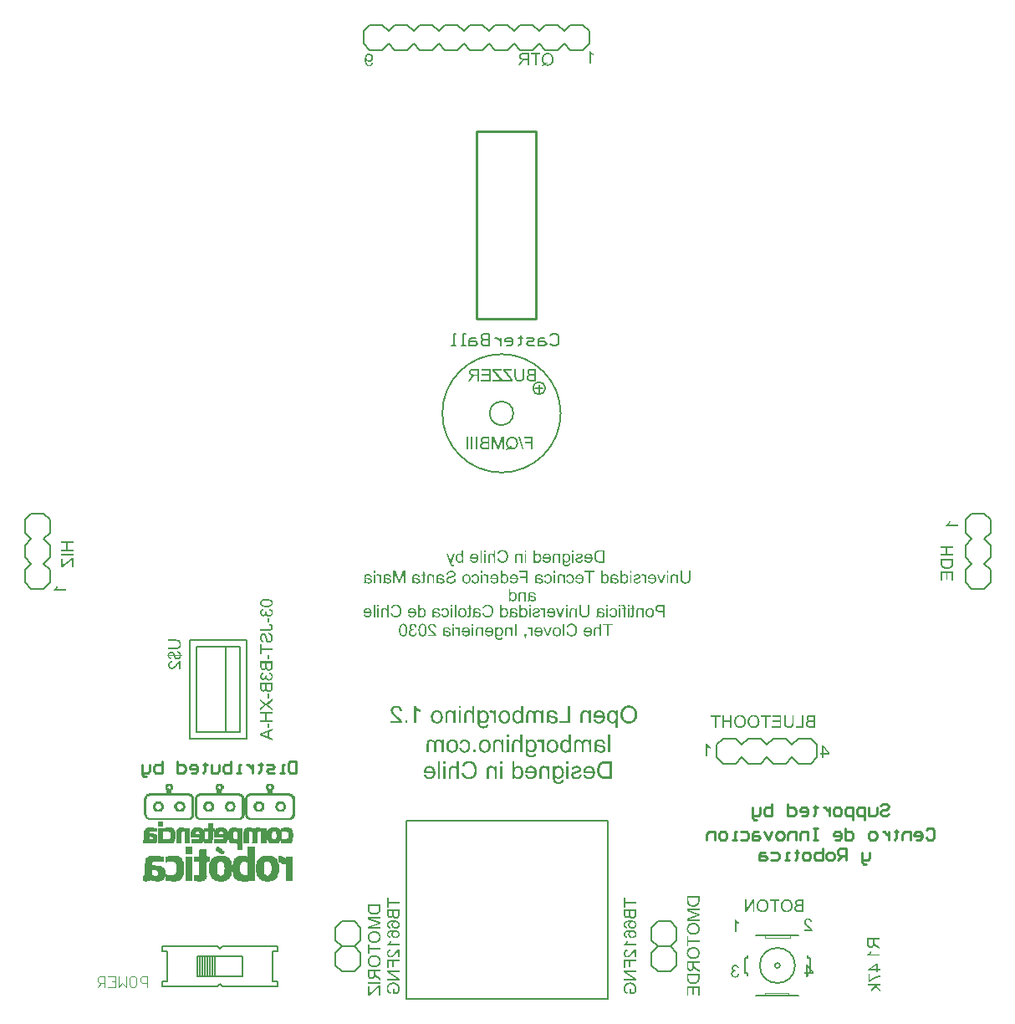
<source format=gbo>
G04 Layer_Color=32896*
%FSLAX42Y42*%
%MOMM*%
G71*
G01*
G75*
%ADD39C,0.15*%
%ADD40C,0.05*%
%ADD41C,0.13*%
%ADD42C,0.25*%
%ADD43C,0.09*%
%ADD44C,0.20*%
G36*
X85Y-2590D02*
X87Y-2587D01*
X90Y-2584D01*
X92Y-2582D01*
X95Y-2580D01*
X97Y-2579D01*
X98Y-2577D01*
X100Y-2577D01*
X100Y-2577D01*
X100D01*
X104Y-2575D01*
X107Y-2574D01*
X111Y-2573D01*
X114Y-2572D01*
X116Y-2572D01*
X119Y-2572D01*
X121D01*
X126Y-2572D01*
X132Y-2573D01*
X136Y-2574D01*
X141Y-2576D01*
X143Y-2577D01*
X144Y-2577D01*
X146Y-2578D01*
X147Y-2579D01*
X148Y-2579D01*
X148Y-2580D01*
X149Y-2580D01*
X149D01*
X154Y-2584D01*
X157Y-2587D01*
X161Y-2591D01*
X163Y-2595D01*
X165Y-2599D01*
X166Y-2600D01*
X167Y-2602D01*
X167Y-2603D01*
X168Y-2604D01*
X168Y-2604D01*
Y-2604D01*
X170Y-2610D01*
X172Y-2616D01*
X173Y-2622D01*
X174Y-2627D01*
X174Y-2630D01*
X174Y-2632D01*
X174Y-2634D01*
Y-2636D01*
X174Y-2637D01*
Y-2638D01*
Y-2639D01*
Y-2639D01*
X174Y-2646D01*
X173Y-2653D01*
X172Y-2658D01*
X171Y-2661D01*
X171Y-2664D01*
X170Y-2666D01*
X170Y-2668D01*
X169Y-2669D01*
X168Y-2671D01*
X168Y-2672D01*
X168Y-2673D01*
X167Y-2673D01*
Y-2674D01*
X165Y-2679D01*
X161Y-2684D01*
X158Y-2688D01*
X155Y-2691D01*
X152Y-2694D01*
X150Y-2695D01*
X149Y-2696D01*
X148Y-2697D01*
X148Y-2697D01*
X148Y-2697D01*
X143Y-2700D01*
X138Y-2702D01*
X133Y-2703D01*
X129Y-2704D01*
X125Y-2705D01*
X123Y-2705D01*
X122D01*
X121Y-2705D01*
X119D01*
X115Y-2705D01*
X111Y-2705D01*
X107Y-2704D01*
X104Y-2702D01*
X101Y-2701D01*
X98Y-2699D01*
X95Y-2698D01*
X93Y-2696D01*
X91Y-2694D01*
X89Y-2693D01*
X87Y-2691D01*
X86Y-2689D01*
X85Y-2688D01*
X84Y-2687D01*
X84Y-2687D01*
X84Y-2687D01*
Y-2702D01*
X64D01*
Y-2526D01*
X85D01*
Y-2590D01*
D02*
G37*
G36*
X717Y-2572D02*
X721Y-2572D01*
X724Y-2573D01*
X726Y-2573D01*
X729Y-2574D01*
X731Y-2574D01*
X732Y-2574D01*
X732Y-2574D01*
X732D01*
X735Y-2575D01*
X738Y-2576D01*
X740Y-2577D01*
X742Y-2578D01*
X744Y-2580D01*
X745Y-2580D01*
X746Y-2581D01*
X746Y-2581D01*
X748Y-2583D01*
X750Y-2585D01*
X752Y-2587D01*
X754Y-2589D01*
X755Y-2590D01*
X756Y-2592D01*
X756Y-2593D01*
X756Y-2593D01*
X758Y-2596D01*
X759Y-2598D01*
X759Y-2601D01*
X760Y-2604D01*
X760Y-2606D01*
X760Y-2607D01*
Y-2608D01*
Y-2609D01*
X760Y-2612D01*
X760Y-2615D01*
X759Y-2618D01*
X758Y-2621D01*
X757Y-2623D01*
X756Y-2624D01*
X756Y-2625D01*
X756Y-2626D01*
X754Y-2628D01*
X752Y-2631D01*
X749Y-2633D01*
X747Y-2635D01*
X745Y-2636D01*
X743Y-2637D01*
X742Y-2638D01*
X742Y-2638D01*
X740Y-2639D01*
X738Y-2640D01*
X735Y-2640D01*
X733Y-2642D01*
X727Y-2643D01*
X722Y-2645D01*
X719Y-2646D01*
X717Y-2646D01*
X714Y-2647D01*
X713Y-2647D01*
X711Y-2648D01*
X710Y-2648D01*
X709Y-2648D01*
X709D01*
X705Y-2649D01*
X703Y-2650D01*
X700Y-2651D01*
X698Y-2652D01*
X696Y-2652D01*
X694Y-2653D01*
X692Y-2653D01*
X691Y-2654D01*
X690Y-2654D01*
X689Y-2655D01*
X688Y-2655D01*
X687Y-2656D01*
X686Y-2656D01*
X684Y-2657D01*
X683Y-2659D01*
X682Y-2661D01*
X681Y-2663D01*
X680Y-2665D01*
X680Y-2666D01*
Y-2667D01*
Y-2667D01*
X680Y-2670D01*
X681Y-2673D01*
X682Y-2676D01*
X684Y-2678D01*
X685Y-2679D01*
X686Y-2681D01*
X687Y-2681D01*
X687Y-2682D01*
X690Y-2684D01*
X694Y-2685D01*
X698Y-2686D01*
X701Y-2687D01*
X704Y-2687D01*
X706Y-2687D01*
X707Y-2688D01*
X710D01*
X715Y-2687D01*
X720Y-2687D01*
X723Y-2686D01*
X727Y-2684D01*
X729Y-2683D01*
X731Y-2682D01*
X732Y-2681D01*
X733Y-2681D01*
X736Y-2678D01*
X738Y-2675D01*
X740Y-2671D01*
X741Y-2668D01*
X742Y-2665D01*
X742Y-2663D01*
X742Y-2662D01*
X743Y-2662D01*
Y-2661D01*
Y-2661D01*
X764Y-2664D01*
X763Y-2668D01*
X762Y-2671D01*
X761Y-2675D01*
X760Y-2678D01*
X759Y-2680D01*
X757Y-2683D01*
X756Y-2685D01*
X754Y-2687D01*
X753Y-2689D01*
X752Y-2691D01*
X751Y-2692D01*
X750Y-2693D01*
X749Y-2694D01*
X748Y-2695D01*
X748Y-2695D01*
X747Y-2695D01*
X745Y-2697D01*
X742Y-2698D01*
X739Y-2700D01*
X736Y-2701D01*
X730Y-2703D01*
X723Y-2704D01*
X721Y-2705D01*
X718Y-2705D01*
X715Y-2705D01*
X713Y-2705D01*
X712Y-2705D01*
X709D01*
X704Y-2705D01*
X699Y-2705D01*
X694Y-2704D01*
X690Y-2703D01*
X687Y-2702D01*
X686Y-2701D01*
X684Y-2701D01*
X684Y-2701D01*
X683Y-2700D01*
X683Y-2700D01*
X682D01*
X678Y-2698D01*
X675Y-2696D01*
X671Y-2693D01*
X669Y-2691D01*
X667Y-2689D01*
X665Y-2687D01*
X664Y-2686D01*
X664Y-2686D01*
Y-2685D01*
X662Y-2682D01*
X660Y-2678D01*
X659Y-2675D01*
X659Y-2671D01*
X658Y-2669D01*
X658Y-2667D01*
Y-2666D01*
Y-2665D01*
Y-2665D01*
Y-2665D01*
X658Y-2661D01*
X659Y-2657D01*
X659Y-2654D01*
X660Y-2652D01*
X661Y-2649D01*
X662Y-2648D01*
X663Y-2647D01*
X663Y-2647D01*
X665Y-2644D01*
X667Y-2642D01*
X670Y-2640D01*
X672Y-2638D01*
X674Y-2637D01*
X676Y-2636D01*
X677Y-2635D01*
X677Y-2635D01*
X677D01*
X679Y-2634D01*
X681Y-2634D01*
X684Y-2633D01*
X686Y-2632D01*
X691Y-2630D01*
X697Y-2629D01*
X699Y-2628D01*
X702Y-2627D01*
X704Y-2627D01*
X706Y-2626D01*
X707Y-2626D01*
X708Y-2625D01*
X709Y-2625D01*
X709D01*
X712Y-2624D01*
X715Y-2624D01*
X717Y-2623D01*
X719Y-2622D01*
X721Y-2622D01*
X722Y-2621D01*
X724Y-2621D01*
X725Y-2621D01*
X727Y-2620D01*
X728Y-2620D01*
X728Y-2619D01*
X729D01*
X731Y-2619D01*
X732Y-2618D01*
X734Y-2617D01*
X735Y-2616D01*
X736Y-2615D01*
X736Y-2614D01*
X737Y-2614D01*
X737Y-2614D01*
X738Y-2612D01*
X738Y-2611D01*
X739Y-2609D01*
X739Y-2608D01*
X739Y-2607D01*
Y-2606D01*
Y-2606D01*
X739Y-2604D01*
X738Y-2602D01*
X737Y-2599D01*
X736Y-2598D01*
X735Y-2596D01*
X734Y-2595D01*
X733Y-2595D01*
X733Y-2595D01*
X730Y-2593D01*
X727Y-2592D01*
X723Y-2591D01*
X720Y-2590D01*
X717Y-2590D01*
X715D01*
X714Y-2590D01*
X712D01*
X707Y-2590D01*
X703Y-2590D01*
X700Y-2591D01*
X697Y-2592D01*
X695Y-2593D01*
X694Y-2594D01*
X693Y-2595D01*
X692Y-2595D01*
X690Y-2597D01*
X688Y-2600D01*
X687Y-2603D01*
X685Y-2605D01*
X685Y-2607D01*
X684Y-2609D01*
X684Y-2610D01*
Y-2610D01*
Y-2611D01*
X663Y-2608D01*
X664Y-2603D01*
X665Y-2599D01*
X666Y-2596D01*
X667Y-2593D01*
X669Y-2591D01*
X670Y-2590D01*
X670Y-2588D01*
X670Y-2588D01*
X673Y-2585D01*
X675Y-2583D01*
X678Y-2581D01*
X681Y-2579D01*
X683Y-2578D01*
X685Y-2577D01*
X686Y-2577D01*
X687Y-2576D01*
X687Y-2576D01*
X687D01*
X691Y-2575D01*
X696Y-2574D01*
X700Y-2573D01*
X704Y-2572D01*
X708Y-2572D01*
X710D01*
X711Y-2572D01*
X713D01*
X717Y-2572D01*
D02*
G37*
G36*
X-950Y-974D02*
X-947Y-975D01*
X-944Y-975D01*
X-941Y-976D01*
X-938Y-977D01*
X-936Y-978D01*
X-933Y-979D01*
X-931Y-980D01*
X-929Y-982D01*
X-928Y-983D01*
X-926Y-984D01*
X-925Y-985D01*
X-924Y-986D01*
X-924Y-986D01*
X-923Y-987D01*
X-923Y-987D01*
X-921Y-989D01*
X-919Y-992D01*
X-917Y-995D01*
X-916Y-998D01*
X-915Y-1001D01*
X-914Y-1004D01*
X-913Y-1007D01*
X-913Y-1009D01*
X-912Y-1012D01*
X-912Y-1015D01*
X-912Y-1017D01*
X-911Y-1019D01*
Y-1020D01*
X-911Y-1022D01*
Y-1022D01*
Y-1023D01*
X-911Y-1027D01*
X-912Y-1030D01*
X-912Y-1034D01*
X-913Y-1037D01*
X-914Y-1041D01*
X-915Y-1043D01*
X-916Y-1046D01*
X-917Y-1048D01*
X-918Y-1050D01*
X-919Y-1052D01*
X-920Y-1054D01*
X-921Y-1055D01*
X-922Y-1056D01*
X-922Y-1057D01*
X-923Y-1057D01*
X-923Y-1057D01*
X-925Y-1059D01*
X-928Y-1061D01*
X-930Y-1063D01*
X-933Y-1064D01*
X-935Y-1066D01*
X-938Y-1066D01*
X-941Y-1067D01*
X-943Y-1068D01*
X-946Y-1069D01*
X-948Y-1069D01*
X-950Y-1069D01*
X-951Y-1069D01*
X-953D01*
X-954Y-1070D01*
X-955D01*
X-957Y-1069D01*
X-960Y-1069D01*
X-963Y-1069D01*
X-965Y-1068D01*
X-968Y-1068D01*
X-970Y-1067D01*
X-972Y-1066D01*
X-974Y-1066D01*
X-975Y-1065D01*
X-977Y-1064D01*
X-978Y-1064D01*
X-979Y-1063D01*
X-980Y-1063D01*
X-980Y-1062D01*
X-981Y-1062D01*
X-981Y-1062D01*
X-983Y-1060D01*
X-984Y-1059D01*
X-987Y-1055D01*
X-990Y-1052D01*
X-992Y-1048D01*
X-992Y-1046D01*
X-993Y-1045D01*
X-994Y-1044D01*
X-994Y-1042D01*
X-994Y-1041D01*
X-995Y-1041D01*
X-995Y-1040D01*
Y-1040D01*
X-979Y-1038D01*
X-977Y-1042D01*
X-976Y-1044D01*
X-974Y-1047D01*
X-973Y-1049D01*
X-971Y-1051D01*
X-970Y-1052D01*
X-969Y-1052D01*
X-969Y-1052D01*
X-967Y-1054D01*
X-964Y-1055D01*
X-962Y-1056D01*
X-960Y-1056D01*
X-958Y-1057D01*
X-956Y-1057D01*
X-956Y-1057D01*
X-955D01*
X-953Y-1057D01*
X-951Y-1057D01*
X-947Y-1056D01*
X-944Y-1054D01*
X-941Y-1053D01*
X-940Y-1052D01*
X-939Y-1051D01*
X-938Y-1051D01*
X-937Y-1050D01*
X-936Y-1050D01*
X-936Y-1049D01*
X-936Y-1049D01*
X-935Y-1049D01*
X-934Y-1047D01*
X-933Y-1046D01*
X-931Y-1042D01*
X-929Y-1038D01*
X-928Y-1034D01*
X-928Y-1033D01*
X-928Y-1031D01*
X-927Y-1030D01*
X-927Y-1028D01*
X-927Y-1027D01*
X-927Y-1027D01*
Y-1026D01*
Y-1026D01*
X-995D01*
X-995Y-1024D01*
Y-1023D01*
Y-1022D01*
Y-1022D01*
X-995Y-1018D01*
X-995Y-1014D01*
X-994Y-1010D01*
X-994Y-1007D01*
X-993Y-1003D01*
X-992Y-1001D01*
X-991Y-998D01*
X-990Y-996D01*
X-989Y-994D01*
X-987Y-992D01*
X-987Y-990D01*
X-986Y-989D01*
X-985Y-988D01*
X-984Y-987D01*
X-984Y-987D01*
X-984Y-987D01*
X-982Y-984D01*
X-979Y-983D01*
X-977Y-981D01*
X-974Y-979D01*
X-972Y-978D01*
X-969Y-977D01*
X-967Y-976D01*
X-964Y-976D01*
X-962Y-975D01*
X-960Y-975D01*
X-958Y-974D01*
X-957Y-974D01*
X-955D01*
X-955Y-974D01*
X-954D01*
X-950Y-974D01*
D02*
G37*
G36*
X-1400D02*
X-1397Y-975D01*
X-1394Y-975D01*
X-1391Y-976D01*
X-1388Y-977D01*
X-1386Y-978D01*
X-1384Y-979D01*
X-1381Y-980D01*
X-1380Y-982D01*
X-1378Y-983D01*
X-1377Y-984D01*
X-1375Y-985D01*
X-1374Y-986D01*
X-1374Y-986D01*
X-1373Y-987D01*
X-1373Y-987D01*
X-1371Y-989D01*
X-1369Y-992D01*
X-1368Y-995D01*
X-1366Y-998D01*
X-1365Y-1001D01*
X-1364Y-1004D01*
X-1363Y-1007D01*
X-1363Y-1009D01*
X-1362Y-1012D01*
X-1362Y-1015D01*
X-1362Y-1017D01*
X-1361Y-1019D01*
Y-1020D01*
X-1361Y-1022D01*
Y-1022D01*
Y-1023D01*
X-1361Y-1027D01*
X-1362Y-1030D01*
X-1362Y-1034D01*
X-1363Y-1037D01*
X-1364Y-1041D01*
X-1365Y-1043D01*
X-1366Y-1046D01*
X-1367Y-1048D01*
X-1368Y-1050D01*
X-1369Y-1052D01*
X-1370Y-1054D01*
X-1371Y-1055D01*
X-1372Y-1056D01*
X-1373Y-1057D01*
X-1373Y-1057D01*
X-1373Y-1057D01*
X-1375Y-1059D01*
X-1378Y-1061D01*
X-1380Y-1063D01*
X-1383Y-1064D01*
X-1386Y-1066D01*
X-1388Y-1066D01*
X-1391Y-1067D01*
X-1393Y-1068D01*
X-1396Y-1069D01*
X-1398Y-1069D01*
X-1400Y-1069D01*
X-1401Y-1069D01*
X-1403D01*
X-1404Y-1070D01*
X-1405D01*
X-1408Y-1069D01*
X-1410Y-1069D01*
X-1413Y-1069D01*
X-1416Y-1068D01*
X-1418Y-1068D01*
X-1420Y-1067D01*
X-1422Y-1066D01*
X-1424Y-1066D01*
X-1425Y-1065D01*
X-1427Y-1064D01*
X-1428Y-1064D01*
X-1429Y-1063D01*
X-1430Y-1063D01*
X-1430Y-1062D01*
X-1431Y-1062D01*
X-1431Y-1062D01*
X-1433Y-1060D01*
X-1435Y-1059D01*
X-1437Y-1055D01*
X-1440Y-1052D01*
X-1442Y-1048D01*
X-1443Y-1046D01*
X-1443Y-1045D01*
X-1444Y-1044D01*
X-1444Y-1042D01*
X-1445Y-1041D01*
X-1445Y-1041D01*
X-1445Y-1040D01*
Y-1040D01*
X-1429Y-1038D01*
X-1428Y-1042D01*
X-1426Y-1044D01*
X-1424Y-1047D01*
X-1423Y-1049D01*
X-1422Y-1051D01*
X-1420Y-1052D01*
X-1420Y-1052D01*
X-1419Y-1052D01*
X-1417Y-1054D01*
X-1415Y-1055D01*
X-1412Y-1056D01*
X-1410Y-1056D01*
X-1408Y-1057D01*
X-1406Y-1057D01*
X-1406Y-1057D01*
X-1405D01*
X-1403Y-1057D01*
X-1401Y-1057D01*
X-1397Y-1056D01*
X-1394Y-1054D01*
X-1391Y-1053D01*
X-1390Y-1052D01*
X-1389Y-1051D01*
X-1388Y-1051D01*
X-1387Y-1050D01*
X-1386Y-1050D01*
X-1386Y-1049D01*
X-1386Y-1049D01*
X-1386Y-1049D01*
X-1384Y-1047D01*
X-1383Y-1046D01*
X-1381Y-1042D01*
X-1380Y-1038D01*
X-1379Y-1034D01*
X-1378Y-1033D01*
X-1378Y-1031D01*
X-1378Y-1030D01*
X-1378Y-1028D01*
X-1377Y-1027D01*
X-1377Y-1027D01*
Y-1026D01*
Y-1026D01*
X-1445D01*
X-1446Y-1024D01*
Y-1023D01*
Y-1022D01*
Y-1022D01*
X-1445Y-1018D01*
X-1445Y-1014D01*
X-1445Y-1010D01*
X-1444Y-1007D01*
X-1443Y-1003D01*
X-1442Y-1001D01*
X-1441Y-998D01*
X-1440Y-996D01*
X-1439Y-994D01*
X-1438Y-992D01*
X-1437Y-990D01*
X-1436Y-989D01*
X-1435Y-988D01*
X-1434Y-987D01*
X-1434Y-987D01*
X-1434Y-987D01*
X-1432Y-984D01*
X-1429Y-983D01*
X-1427Y-981D01*
X-1424Y-979D01*
X-1422Y-978D01*
X-1419Y-977D01*
X-1417Y-976D01*
X-1415Y-976D01*
X-1412Y-975D01*
X-1410Y-975D01*
X-1409Y-974D01*
X-1407Y-974D01*
X-1406D01*
X-1405Y-974D01*
X-1404D01*
X-1400Y-974D01*
D02*
G37*
G36*
X-669Y-2702D02*
X-690D01*
Y-2526D01*
X-669D01*
Y-2702D01*
D02*
G37*
G36*
X1355Y-974D02*
X1358Y-975D01*
X1361Y-976D01*
X1364Y-976D01*
X1366Y-978D01*
X1369Y-979D01*
X1371Y-980D01*
X1373Y-982D01*
X1374Y-983D01*
X1376Y-984D01*
X1377Y-986D01*
X1378Y-987D01*
X1379Y-988D01*
X1380Y-988D01*
X1380Y-989D01*
X1380Y-989D01*
Y-976D01*
X1394D01*
Y-1068D01*
X1378D01*
Y-1018D01*
X1378Y-1014D01*
X1378Y-1012D01*
X1378Y-1009D01*
X1377Y-1007D01*
X1377Y-1004D01*
X1376Y-1002D01*
X1376Y-1001D01*
X1375Y-999D01*
X1374Y-998D01*
X1373Y-997D01*
X1373Y-996D01*
X1372Y-995D01*
X1372Y-995D01*
X1372Y-994D01*
X1371Y-994D01*
X1371D01*
X1370Y-993D01*
X1369Y-992D01*
X1366Y-990D01*
X1363Y-989D01*
X1360Y-988D01*
X1358Y-988D01*
X1357Y-988D01*
X1356D01*
X1355Y-987D01*
X1354D01*
X1352Y-988D01*
X1350Y-988D01*
X1348Y-988D01*
X1347Y-989D01*
X1345Y-989D01*
X1344Y-990D01*
X1344Y-990D01*
X1343Y-990D01*
X1342Y-992D01*
X1341Y-993D01*
X1339Y-994D01*
X1339Y-995D01*
X1338Y-996D01*
X1337Y-997D01*
X1337Y-998D01*
X1337Y-998D01*
X1336Y-1000D01*
X1336Y-1002D01*
X1336Y-1004D01*
X1335Y-1007D01*
X1335Y-1009D01*
X1335Y-1010D01*
Y-1011D01*
Y-1012D01*
Y-1012D01*
Y-1012D01*
Y-1068D01*
X1320D01*
Y-1011D01*
Y-1009D01*
Y-1008D01*
X1320Y-1006D01*
Y-1005D01*
X1320Y-1002D01*
X1320Y-1000D01*
X1320Y-998D01*
X1320Y-997D01*
X1321Y-996D01*
Y-996D01*
X1321Y-994D01*
X1322Y-992D01*
X1323Y-990D01*
X1324Y-988D01*
X1324Y-987D01*
X1325Y-986D01*
X1325Y-985D01*
X1326Y-985D01*
X1327Y-983D01*
X1329Y-982D01*
X1330Y-980D01*
X1332Y-979D01*
X1334Y-978D01*
X1335Y-978D01*
X1336Y-977D01*
X1336Y-977D01*
X1336D01*
X1339Y-976D01*
X1341Y-975D01*
X1344Y-975D01*
X1346Y-974D01*
X1348Y-974D01*
X1350Y-974D01*
X1351D01*
X1355Y-974D01*
D02*
G37*
G36*
X1247Y-1068D02*
X1231D01*
Y-976D01*
X1247D01*
Y-1068D01*
D02*
G37*
G36*
X-615Y-2702D02*
X-636D01*
Y-2575D01*
X-615D01*
Y-2702D01*
D02*
G37*
G36*
X1608Y-1068D02*
X1591D01*
Y-1016D01*
X1559D01*
X1554Y-1016D01*
X1549Y-1016D01*
X1545Y-1015D01*
X1542Y-1014D01*
X1538Y-1014D01*
X1535Y-1013D01*
X1532Y-1012D01*
X1530Y-1011D01*
X1528Y-1010D01*
X1526Y-1009D01*
X1525Y-1008D01*
X1524Y-1007D01*
X1523Y-1006D01*
X1522Y-1006D01*
X1522Y-1005D01*
X1522Y-1005D01*
X1520Y-1003D01*
X1518Y-1001D01*
X1517Y-999D01*
X1516Y-996D01*
X1515Y-994D01*
X1514Y-992D01*
X1513Y-989D01*
X1513Y-987D01*
X1512Y-985D01*
X1512Y-984D01*
X1512Y-982D01*
X1511Y-981D01*
X1511Y-980D01*
Y-979D01*
Y-978D01*
Y-978D01*
X1511Y-974D01*
X1512Y-971D01*
X1513Y-968D01*
X1513Y-966D01*
X1514Y-964D01*
X1514Y-963D01*
X1515Y-962D01*
X1515Y-962D01*
X1515Y-961D01*
X1515Y-961D01*
Y-961D01*
X1517Y-958D01*
X1518Y-956D01*
X1520Y-953D01*
X1522Y-952D01*
X1523Y-950D01*
X1524Y-949D01*
X1525Y-949D01*
X1525Y-949D01*
X1525D01*
X1528Y-947D01*
X1530Y-946D01*
X1533Y-945D01*
X1535Y-944D01*
X1538Y-943D01*
X1539Y-943D01*
X1539Y-943D01*
X1540Y-943D01*
X1540Y-943D01*
X1541D01*
X1544Y-942D01*
X1547Y-942D01*
X1550Y-942D01*
X1553Y-942D01*
X1556Y-941D01*
X1608D01*
Y-1068D01*
D02*
G37*
G36*
X1087Y-974D02*
X1091Y-975D01*
X1095Y-976D01*
X1098Y-977D01*
X1100Y-977D01*
X1101Y-978D01*
X1102Y-978D01*
X1103Y-979D01*
X1104Y-979D01*
X1104Y-979D01*
X1105Y-980D01*
X1105D01*
X1108Y-982D01*
X1111Y-985D01*
X1114Y-987D01*
X1116Y-990D01*
X1118Y-993D01*
X1118Y-994D01*
X1119Y-994D01*
X1119Y-995D01*
X1119Y-996D01*
X1120Y-996D01*
Y-996D01*
X1121Y-1001D01*
X1122Y-1005D01*
X1123Y-1009D01*
X1124Y-1013D01*
X1124Y-1015D01*
X1124Y-1017D01*
X1124Y-1018D01*
Y-1020D01*
X1124Y-1021D01*
Y-1021D01*
Y-1022D01*
Y-1022D01*
X1124Y-1026D01*
X1124Y-1030D01*
X1123Y-1034D01*
X1123Y-1037D01*
X1122Y-1040D01*
X1121Y-1043D01*
X1120Y-1046D01*
X1119Y-1048D01*
X1118Y-1050D01*
X1117Y-1052D01*
X1116Y-1054D01*
X1115Y-1055D01*
X1114Y-1056D01*
X1114Y-1057D01*
X1113Y-1057D01*
X1113Y-1057D01*
X1111Y-1059D01*
X1109Y-1061D01*
X1106Y-1063D01*
X1104Y-1064D01*
X1101Y-1066D01*
X1099Y-1066D01*
X1096Y-1067D01*
X1094Y-1068D01*
X1092Y-1069D01*
X1090Y-1069D01*
X1088Y-1069D01*
X1086Y-1069D01*
X1085D01*
X1084Y-1070D01*
X1083D01*
X1080Y-1069D01*
X1078Y-1069D01*
X1075Y-1069D01*
X1073Y-1068D01*
X1071Y-1068D01*
X1068Y-1067D01*
X1067Y-1066D01*
X1065Y-1065D01*
X1063Y-1064D01*
X1062Y-1063D01*
X1061Y-1063D01*
X1060Y-1062D01*
X1059Y-1062D01*
X1058Y-1061D01*
X1058Y-1061D01*
X1058Y-1061D01*
X1056Y-1059D01*
X1054Y-1057D01*
X1053Y-1055D01*
X1052Y-1053D01*
X1050Y-1051D01*
X1049Y-1049D01*
X1048Y-1045D01*
X1047Y-1043D01*
X1046Y-1041D01*
X1046Y-1040D01*
X1046Y-1039D01*
X1045Y-1037D01*
X1045Y-1037D01*
X1045Y-1036D01*
Y-1036D01*
X1060Y-1034D01*
X1061Y-1038D01*
X1062Y-1042D01*
X1063Y-1045D01*
X1065Y-1047D01*
X1066Y-1049D01*
X1067Y-1050D01*
X1068Y-1051D01*
X1068Y-1051D01*
X1070Y-1053D01*
X1073Y-1055D01*
X1075Y-1056D01*
X1078Y-1056D01*
X1080Y-1057D01*
X1082Y-1057D01*
X1082Y-1057D01*
X1083D01*
X1085Y-1057D01*
X1087Y-1057D01*
X1089Y-1056D01*
X1091Y-1056D01*
X1094Y-1054D01*
X1097Y-1053D01*
X1099Y-1051D01*
X1100Y-1050D01*
X1100Y-1050D01*
X1101Y-1049D01*
X1101Y-1049D01*
X1101Y-1049D01*
X1102Y-1049D01*
X1103Y-1047D01*
X1104Y-1045D01*
X1105Y-1043D01*
X1106Y-1041D01*
X1107Y-1036D01*
X1108Y-1032D01*
X1108Y-1030D01*
X1108Y-1028D01*
X1108Y-1026D01*
Y-1025D01*
X1109Y-1023D01*
Y-1023D01*
Y-1022D01*
Y-1022D01*
X1108Y-1018D01*
X1108Y-1015D01*
X1108Y-1013D01*
X1107Y-1010D01*
X1107Y-1008D01*
X1106Y-1005D01*
X1106Y-1003D01*
X1105Y-1002D01*
X1104Y-1000D01*
X1104Y-999D01*
X1103Y-998D01*
X1102Y-997D01*
X1102Y-996D01*
X1102Y-996D01*
X1101Y-995D01*
X1101Y-995D01*
X1100Y-994D01*
X1098Y-992D01*
X1097Y-991D01*
X1095Y-990D01*
X1094Y-989D01*
X1092Y-989D01*
X1089Y-988D01*
X1086Y-987D01*
X1085Y-987D01*
X1084Y-987D01*
X1084Y-987D01*
X1082D01*
X1080Y-987D01*
X1077Y-987D01*
X1075Y-988D01*
X1073Y-989D01*
X1071Y-990D01*
X1070Y-991D01*
X1070Y-991D01*
X1069Y-991D01*
X1067Y-993D01*
X1066Y-995D01*
X1064Y-998D01*
X1063Y-1000D01*
X1063Y-1002D01*
X1062Y-1004D01*
X1062Y-1004D01*
X1062Y-1005D01*
X1061Y-1005D01*
Y-1005D01*
X1046Y-1003D01*
X1047Y-1000D01*
X1048Y-998D01*
X1049Y-996D01*
X1050Y-994D01*
X1051Y-992D01*
X1052Y-990D01*
X1053Y-989D01*
X1054Y-987D01*
X1055Y-986D01*
X1056Y-985D01*
X1056Y-984D01*
X1057Y-983D01*
X1058Y-982D01*
X1058Y-982D01*
X1059Y-982D01*
X1059Y-982D01*
X1060Y-980D01*
X1062Y-979D01*
X1064Y-978D01*
X1066Y-977D01*
X1071Y-976D01*
X1074Y-975D01*
X1076Y-975D01*
X1078Y-974D01*
X1079Y-974D01*
X1080Y-974D01*
X1081Y-974D01*
X1083D01*
X1087Y-974D01*
D02*
G37*
G36*
X460Y-974D02*
X463Y-975D01*
X466Y-975D01*
X469Y-976D01*
X472Y-977D01*
X474Y-978D01*
X477Y-979D01*
X479Y-980D01*
X480Y-982D01*
X482Y-983D01*
X484Y-984D01*
X485Y-985D01*
X486Y-986D01*
X486Y-986D01*
X487Y-987D01*
X487Y-987D01*
X489Y-989D01*
X491Y-992D01*
X492Y-995D01*
X494Y-998D01*
X495Y-1001D01*
X496Y-1004D01*
X497Y-1007D01*
X497Y-1009D01*
X498Y-1012D01*
X498Y-1015D01*
X498Y-1017D01*
X499Y-1019D01*
Y-1020D01*
X499Y-1022D01*
Y-1022D01*
Y-1023D01*
X499Y-1027D01*
X498Y-1030D01*
X498Y-1034D01*
X497Y-1037D01*
X496Y-1041D01*
X495Y-1043D01*
X494Y-1046D01*
X493Y-1048D01*
X492Y-1050D01*
X491Y-1052D01*
X490Y-1054D01*
X489Y-1055D01*
X488Y-1056D01*
X487Y-1057D01*
X487Y-1057D01*
X487Y-1057D01*
X485Y-1059D01*
X482Y-1061D01*
X480Y-1063D01*
X477Y-1064D01*
X475Y-1066D01*
X472Y-1066D01*
X469Y-1067D01*
X467Y-1068D01*
X464Y-1069D01*
X462Y-1069D01*
X460Y-1069D01*
X459Y-1069D01*
X457D01*
X456Y-1070D01*
X455D01*
X452Y-1069D01*
X450Y-1069D01*
X447Y-1069D01*
X444Y-1068D01*
X442Y-1068D01*
X440Y-1067D01*
X438Y-1066D01*
X436Y-1066D01*
X435Y-1065D01*
X433Y-1064D01*
X432Y-1064D01*
X431Y-1063D01*
X430Y-1063D01*
X430Y-1062D01*
X429Y-1062D01*
X429Y-1062D01*
X427Y-1060D01*
X426Y-1059D01*
X423Y-1055D01*
X420Y-1052D01*
X418Y-1048D01*
X417Y-1046D01*
X417Y-1045D01*
X416Y-1044D01*
X416Y-1042D01*
X415Y-1041D01*
X415Y-1041D01*
X415Y-1040D01*
Y-1040D01*
X431Y-1038D01*
X433Y-1042D01*
X434Y-1044D01*
X436Y-1047D01*
X437Y-1049D01*
X439Y-1051D01*
X440Y-1052D01*
X440Y-1052D01*
X441Y-1052D01*
X443Y-1054D01*
X446Y-1055D01*
X448Y-1056D01*
X450Y-1056D01*
X452Y-1057D01*
X454Y-1057D01*
X454Y-1057D01*
X455D01*
X457Y-1057D01*
X459Y-1057D01*
X463Y-1056D01*
X466Y-1054D01*
X469Y-1053D01*
X470Y-1052D01*
X471Y-1051D01*
X472Y-1051D01*
X473Y-1050D01*
X474Y-1050D01*
X474Y-1049D01*
X474Y-1049D01*
X474Y-1049D01*
X476Y-1047D01*
X477Y-1046D01*
X479Y-1042D01*
X480Y-1038D01*
X482Y-1034D01*
X482Y-1033D01*
X482Y-1031D01*
X482Y-1030D01*
X483Y-1028D01*
X483Y-1027D01*
X483Y-1027D01*
Y-1026D01*
Y-1026D01*
X415D01*
X414Y-1024D01*
Y-1023D01*
Y-1022D01*
Y-1022D01*
X415Y-1018D01*
X415Y-1014D01*
X415Y-1010D01*
X416Y-1007D01*
X417Y-1003D01*
X418Y-1001D01*
X419Y-998D01*
X420Y-996D01*
X421Y-994D01*
X422Y-992D01*
X423Y-990D01*
X424Y-989D01*
X425Y-988D01*
X426Y-987D01*
X426Y-987D01*
X426Y-987D01*
X428Y-984D01*
X431Y-983D01*
X433Y-981D01*
X436Y-979D01*
X438Y-978D01*
X441Y-977D01*
X443Y-976D01*
X446Y-976D01*
X448Y-975D01*
X450Y-975D01*
X451Y-974D01*
X453Y-974D01*
X454D01*
X455Y-974D01*
X456D01*
X460Y-974D01*
D02*
G37*
G36*
X-1117Y-939D02*
X-1114Y-939D01*
X-1108Y-940D01*
X-1105Y-941D01*
X-1103Y-942D01*
X-1101Y-942D01*
X-1098Y-943D01*
X-1096Y-944D01*
X-1095Y-944D01*
X-1093Y-945D01*
X-1092Y-946D01*
X-1091Y-946D01*
X-1090Y-947D01*
X-1089Y-947D01*
X-1089Y-947D01*
X-1087Y-948D01*
X-1084Y-950D01*
X-1082Y-952D01*
X-1080Y-954D01*
X-1078Y-955D01*
X-1076Y-957D01*
X-1075Y-959D01*
X-1073Y-961D01*
X-1072Y-963D01*
X-1071Y-964D01*
X-1070Y-966D01*
X-1069Y-967D01*
X-1069Y-968D01*
X-1068Y-969D01*
X-1068Y-969D01*
X-1068Y-969D01*
X-1067Y-972D01*
X-1065Y-975D01*
X-1064Y-978D01*
X-1064Y-981D01*
X-1062Y-986D01*
X-1062Y-989D01*
X-1061Y-992D01*
X-1061Y-994D01*
X-1061Y-996D01*
X-1061Y-999D01*
X-1061Y-1000D01*
X-1060Y-1002D01*
Y-1003D01*
Y-1003D01*
Y-1003D01*
X-1061Y-1007D01*
X-1061Y-1010D01*
X-1061Y-1016D01*
X-1062Y-1019D01*
X-1062Y-1022D01*
X-1063Y-1025D01*
X-1064Y-1027D01*
X-1064Y-1029D01*
X-1065Y-1031D01*
X-1066Y-1033D01*
X-1066Y-1035D01*
X-1066Y-1036D01*
X-1067Y-1037D01*
X-1067Y-1037D01*
Y-1037D01*
X-1068Y-1040D01*
X-1070Y-1043D01*
X-1071Y-1045D01*
X-1073Y-1048D01*
X-1074Y-1050D01*
X-1076Y-1052D01*
X-1078Y-1054D01*
X-1079Y-1055D01*
X-1081Y-1057D01*
X-1082Y-1058D01*
X-1083Y-1059D01*
X-1084Y-1060D01*
X-1085Y-1061D01*
X-1086Y-1061D01*
X-1086Y-1061D01*
X-1086Y-1062D01*
X-1089Y-1063D01*
X-1091Y-1064D01*
X-1094Y-1065D01*
X-1097Y-1066D01*
X-1103Y-1068D01*
X-1105Y-1068D01*
X-1108Y-1069D01*
X-1110Y-1069D01*
X-1112Y-1069D01*
X-1115Y-1069D01*
X-1116Y-1070D01*
X-1118Y-1070D01*
X-1120D01*
X-1123Y-1070D01*
X-1127Y-1069D01*
X-1130Y-1069D01*
X-1133Y-1068D01*
X-1136Y-1067D01*
X-1139Y-1066D01*
X-1141Y-1065D01*
X-1144Y-1064D01*
X-1146Y-1063D01*
X-1147Y-1062D01*
X-1149Y-1061D01*
X-1150Y-1061D01*
X-1152Y-1060D01*
X-1152Y-1059D01*
X-1153Y-1059D01*
X-1153Y-1059D01*
X-1155Y-1057D01*
X-1158Y-1054D01*
X-1160Y-1052D01*
X-1162Y-1049D01*
X-1163Y-1047D01*
X-1165Y-1044D01*
X-1166Y-1042D01*
X-1167Y-1039D01*
X-1169Y-1037D01*
X-1169Y-1035D01*
X-1170Y-1033D01*
X-1171Y-1031D01*
X-1171Y-1029D01*
X-1172Y-1028D01*
X-1172Y-1028D01*
Y-1028D01*
X-1155Y-1023D01*
X-1154Y-1026D01*
X-1154Y-1029D01*
X-1153Y-1031D01*
X-1152Y-1034D01*
X-1151Y-1036D01*
X-1150Y-1038D01*
X-1148Y-1040D01*
X-1147Y-1041D01*
X-1146Y-1043D01*
X-1145Y-1044D01*
X-1144Y-1045D01*
X-1144Y-1046D01*
X-1143Y-1047D01*
X-1142Y-1047D01*
X-1142Y-1047D01*
X-1142Y-1047D01*
X-1140Y-1049D01*
X-1138Y-1050D01*
X-1136Y-1051D01*
X-1134Y-1052D01*
X-1130Y-1054D01*
X-1126Y-1054D01*
X-1125Y-1055D01*
X-1123Y-1055D01*
X-1122Y-1055D01*
X-1120Y-1055D01*
X-1119Y-1055D01*
X-1118D01*
X-1114Y-1055D01*
X-1110Y-1055D01*
X-1106Y-1054D01*
X-1103Y-1052D01*
X-1102Y-1052D01*
X-1101Y-1051D01*
X-1099Y-1051D01*
X-1098Y-1050D01*
X-1098Y-1050D01*
X-1097Y-1050D01*
X-1097Y-1050D01*
X-1097D01*
X-1093Y-1047D01*
X-1090Y-1044D01*
X-1088Y-1041D01*
X-1086Y-1038D01*
X-1084Y-1036D01*
X-1084Y-1035D01*
X-1083Y-1034D01*
X-1083Y-1033D01*
X-1083Y-1032D01*
X-1082Y-1032D01*
Y-1032D01*
X-1081Y-1027D01*
X-1080Y-1022D01*
X-1079Y-1017D01*
X-1078Y-1013D01*
X-1078Y-1011D01*
X-1078Y-1009D01*
X-1078Y-1008D01*
Y-1006D01*
X-1078Y-1005D01*
Y-1004D01*
Y-1004D01*
Y-1003D01*
X-1078Y-999D01*
X-1078Y-994D01*
X-1079Y-990D01*
X-1079Y-988D01*
X-1080Y-987D01*
X-1080Y-985D01*
X-1080Y-984D01*
X-1081Y-982D01*
X-1081Y-981D01*
X-1081Y-980D01*
X-1081Y-980D01*
X-1082Y-979D01*
Y-979D01*
X-1083Y-975D01*
X-1085Y-971D01*
X-1088Y-968D01*
X-1090Y-965D01*
X-1092Y-963D01*
X-1093Y-963D01*
X-1094Y-962D01*
X-1094Y-961D01*
X-1095Y-961D01*
X-1095Y-961D01*
X-1095Y-960D01*
X-1097Y-959D01*
X-1099Y-958D01*
X-1103Y-956D01*
X-1107Y-955D01*
X-1111Y-954D01*
X-1113Y-954D01*
X-1114Y-954D01*
X-1116Y-954D01*
X-1117D01*
X-1118Y-953D01*
X-1122D01*
X-1124Y-954D01*
X-1128Y-955D01*
X-1132Y-956D01*
X-1133Y-956D01*
X-1135Y-957D01*
X-1136Y-957D01*
X-1137Y-958D01*
X-1138Y-958D01*
X-1139Y-959D01*
X-1139Y-959D01*
X-1140Y-960D01*
X-1140Y-960D01*
X-1140Y-960D01*
X-1142Y-961D01*
X-1143Y-963D01*
X-1146Y-966D01*
X-1148Y-969D01*
X-1150Y-972D01*
X-1151Y-975D01*
X-1152Y-977D01*
X-1152Y-978D01*
X-1153Y-979D01*
X-1153Y-979D01*
X-1153Y-980D01*
Y-980D01*
X-1170Y-976D01*
X-1169Y-973D01*
X-1167Y-970D01*
X-1166Y-967D01*
X-1165Y-964D01*
X-1163Y-962D01*
X-1162Y-960D01*
X-1160Y-958D01*
X-1159Y-956D01*
X-1157Y-954D01*
X-1156Y-953D01*
X-1155Y-952D01*
X-1154Y-951D01*
X-1153Y-950D01*
X-1152Y-949D01*
X-1152Y-949D01*
X-1152Y-949D01*
X-1149Y-947D01*
X-1146Y-946D01*
X-1144Y-944D01*
X-1141Y-943D01*
X-1138Y-942D01*
X-1136Y-942D01*
X-1133Y-941D01*
X-1131Y-940D01*
X-1129Y-940D01*
X-1126Y-940D01*
X-1125Y-939D01*
X-1123Y-939D01*
X-1122Y-939D01*
X-1120D01*
X-1117Y-939D01*
D02*
G37*
G36*
X809Y-2304D02*
X814Y-2305D01*
X818Y-2306D01*
X821Y-2307D01*
X824Y-2308D01*
X826Y-2309D01*
X827Y-2310D01*
X827Y-2310D01*
X827Y-2310D01*
X828D01*
X831Y-2312D01*
X834Y-2315D01*
X837Y-2318D01*
X839Y-2320D01*
X841Y-2322D01*
X842Y-2324D01*
X843Y-2325D01*
X843Y-2325D01*
Y-2307D01*
X863D01*
Y-2435D01*
X841D01*
Y-2369D01*
X841Y-2363D01*
X841Y-2357D01*
X840Y-2353D01*
X839Y-2349D01*
X839Y-2347D01*
X839Y-2346D01*
X839Y-2345D01*
X838Y-2344D01*
X838Y-2343D01*
X838Y-2343D01*
X838Y-2342D01*
X836Y-2339D01*
X835Y-2336D01*
X833Y-2334D01*
X831Y-2332D01*
X829Y-2330D01*
X828Y-2329D01*
X827Y-2328D01*
X827Y-2328D01*
X824Y-2326D01*
X821Y-2325D01*
X818Y-2324D01*
X815Y-2324D01*
X813Y-2323D01*
X811Y-2323D01*
X810D01*
X805Y-2323D01*
X802Y-2324D01*
X799Y-2325D01*
X796Y-2327D01*
X795Y-2328D01*
X793Y-2329D01*
X793Y-2330D01*
X792Y-2330D01*
X790Y-2333D01*
X789Y-2337D01*
X788Y-2340D01*
X788Y-2344D01*
X787Y-2347D01*
Y-2348D01*
X787Y-2350D01*
Y-2351D01*
Y-2351D01*
Y-2352D01*
Y-2352D01*
Y-2435D01*
X765D01*
Y-2361D01*
X765Y-2357D01*
X765Y-2354D01*
X765Y-2351D01*
X764Y-2348D01*
X763Y-2345D01*
X763Y-2343D01*
X762Y-2341D01*
X761Y-2339D01*
X760Y-2337D01*
X759Y-2336D01*
X758Y-2335D01*
X758Y-2334D01*
X757Y-2333D01*
X757Y-2332D01*
X756Y-2332D01*
X755Y-2330D01*
X753Y-2329D01*
X749Y-2327D01*
X745Y-2325D01*
X742Y-2324D01*
X739Y-2323D01*
X737Y-2323D01*
X736D01*
X735Y-2323D01*
X734D01*
X731Y-2323D01*
X729Y-2324D01*
X726Y-2324D01*
X725Y-2325D01*
X723Y-2325D01*
X722Y-2326D01*
X721Y-2326D01*
X721Y-2327D01*
X719Y-2328D01*
X717Y-2330D01*
X716Y-2331D01*
X715Y-2333D01*
X714Y-2334D01*
X714Y-2335D01*
X713Y-2336D01*
Y-2336D01*
X713Y-2338D01*
X712Y-2341D01*
X712Y-2344D01*
X711Y-2347D01*
Y-2350D01*
X711Y-2353D01*
Y-2353D01*
Y-2354D01*
Y-2354D01*
Y-2355D01*
Y-2435D01*
X689D01*
Y-2347D01*
X690Y-2343D01*
X690Y-2340D01*
X691Y-2336D01*
X691Y-2333D01*
X692Y-2330D01*
X693Y-2328D01*
X694Y-2325D01*
X695Y-2323D01*
X696Y-2321D01*
X697Y-2319D01*
X697Y-2318D01*
X698Y-2317D01*
X699Y-2316D01*
X699Y-2315D01*
X700Y-2315D01*
X700Y-2315D01*
X702Y-2313D01*
X704Y-2311D01*
X706Y-2310D01*
X709Y-2309D01*
X714Y-2307D01*
X718Y-2305D01*
X723Y-2305D01*
X724Y-2305D01*
X726Y-2304D01*
X727Y-2304D01*
X729D01*
X734Y-2304D01*
X738Y-2305D01*
X742Y-2306D01*
X746Y-2308D01*
X749Y-2309D01*
X752Y-2311D01*
X755Y-2313D01*
X758Y-2315D01*
X760Y-2318D01*
X763Y-2320D01*
X764Y-2321D01*
X766Y-2323D01*
X767Y-2325D01*
X768Y-2326D01*
X768Y-2326D01*
X769Y-2327D01*
X770Y-2323D01*
X772Y-2320D01*
X775Y-2317D01*
X777Y-2314D01*
X779Y-2313D01*
X780Y-2311D01*
X781Y-2310D01*
X781Y-2310D01*
X782D01*
X785Y-2308D01*
X789Y-2307D01*
X793Y-2306D01*
X797Y-2305D01*
X800Y-2304D01*
X801D01*
X802Y-2304D01*
X805D01*
X809Y-2304D01*
D02*
G37*
G36*
X261Y-2305D02*
X266Y-2306D01*
X271Y-2307D01*
X276Y-2309D01*
X277Y-2309D01*
X279Y-2310D01*
X281Y-2311D01*
X282Y-2311D01*
X283Y-2312D01*
X283Y-2312D01*
X284Y-2313D01*
X284Y-2313D01*
X289Y-2316D01*
X292Y-2320D01*
X296Y-2324D01*
X298Y-2328D01*
X300Y-2331D01*
X301Y-2333D01*
X302Y-2334D01*
X303Y-2335D01*
X303Y-2336D01*
X303Y-2336D01*
Y-2337D01*
X305Y-2343D01*
X307Y-2349D01*
X308Y-2354D01*
X309Y-2359D01*
X309Y-2362D01*
X309Y-2364D01*
X310Y-2366D01*
Y-2367D01*
X310Y-2369D01*
Y-2370D01*
Y-2370D01*
Y-2371D01*
X310Y-2375D01*
X309Y-2380D01*
X308Y-2385D01*
X307Y-2389D01*
X306Y-2393D01*
X305Y-2397D01*
X304Y-2400D01*
X303Y-2403D01*
X301Y-2406D01*
X300Y-2409D01*
X299Y-2411D01*
X298Y-2413D01*
X297Y-2414D01*
X296Y-2415D01*
X296Y-2416D01*
X295Y-2416D01*
X293Y-2419D01*
X290Y-2422D01*
X286Y-2425D01*
X283Y-2427D01*
X280Y-2429D01*
X276Y-2430D01*
X273Y-2432D01*
X270Y-2433D01*
X266Y-2433D01*
X264Y-2434D01*
X261Y-2434D01*
X259Y-2435D01*
X257D01*
X256Y-2435D01*
X255D01*
X251Y-2435D01*
X247Y-2434D01*
X243Y-2433D01*
X240Y-2432D01*
X237Y-2431D01*
X234Y-2430D01*
X231Y-2428D01*
X229Y-2427D01*
X227Y-2425D01*
X225Y-2424D01*
X223Y-2422D01*
X222Y-2421D01*
X221Y-2420D01*
X220Y-2419D01*
X219Y-2418D01*
X219Y-2418D01*
Y-2422D01*
Y-2425D01*
X219Y-2429D01*
Y-2432D01*
X220Y-2434D01*
Y-2436D01*
X220Y-2438D01*
X220Y-2440D01*
X220Y-2442D01*
Y-2443D01*
X220Y-2444D01*
X221Y-2445D01*
X221Y-2446D01*
Y-2446D01*
X222Y-2450D01*
X224Y-2453D01*
X225Y-2456D01*
X227Y-2458D01*
X229Y-2460D01*
X230Y-2462D01*
X231Y-2463D01*
X232Y-2463D01*
X235Y-2465D01*
X239Y-2466D01*
X243Y-2467D01*
X246Y-2468D01*
X250Y-2468D01*
X251Y-2469D01*
X253D01*
X254Y-2469D01*
X255D01*
X260Y-2469D01*
X264Y-2468D01*
X268Y-2467D01*
X271Y-2466D01*
X274Y-2465D01*
X276Y-2464D01*
X277Y-2463D01*
X277Y-2463D01*
X279Y-2461D01*
X281Y-2459D01*
X282Y-2456D01*
X283Y-2454D01*
X284Y-2452D01*
X284Y-2450D01*
X284Y-2449D01*
Y-2449D01*
Y-2448D01*
X305Y-2446D01*
Y-2449D01*
X305Y-2453D01*
X304Y-2456D01*
X304Y-2459D01*
X303Y-2462D01*
X301Y-2464D01*
X300Y-2467D01*
X299Y-2469D01*
X298Y-2470D01*
X296Y-2472D01*
X295Y-2473D01*
X294Y-2475D01*
X293Y-2475D01*
X293Y-2476D01*
X292Y-2476D01*
X292Y-2476D01*
X289Y-2478D01*
X286Y-2480D01*
X283Y-2481D01*
X280Y-2482D01*
X274Y-2484D01*
X268Y-2486D01*
X265Y-2486D01*
X263Y-2486D01*
X261Y-2486D01*
X259Y-2487D01*
X257Y-2487D01*
X255D01*
X248Y-2486D01*
X242Y-2486D01*
X239Y-2485D01*
X236Y-2485D01*
X234Y-2484D01*
X232Y-2483D01*
X230Y-2483D01*
X228Y-2482D01*
X226Y-2481D01*
X225Y-2481D01*
X224Y-2480D01*
X223Y-2480D01*
X223Y-2479D01*
X223D01*
X218Y-2477D01*
X214Y-2473D01*
X211Y-2470D01*
X208Y-2467D01*
X206Y-2464D01*
X204Y-2462D01*
X204Y-2461D01*
X203Y-2460D01*
X203Y-2460D01*
Y-2460D01*
X202Y-2457D01*
X201Y-2455D01*
X200Y-2451D01*
X200Y-2448D01*
X199Y-2441D01*
X198Y-2434D01*
X198Y-2431D01*
Y-2428D01*
X197Y-2425D01*
X197Y-2423D01*
Y-2421D01*
Y-2419D01*
Y-2418D01*
Y-2418D01*
Y-2307D01*
X217D01*
Y-2323D01*
X220Y-2320D01*
X223Y-2317D01*
X226Y-2314D01*
X229Y-2312D01*
X232Y-2310D01*
X235Y-2309D01*
X238Y-2308D01*
X241Y-2307D01*
X244Y-2306D01*
X246Y-2305D01*
X249Y-2305D01*
X251Y-2304D01*
X252D01*
X253Y-2304D01*
X254D01*
X261Y-2305D01*
D02*
G37*
G36*
X-616Y-974D02*
X-612Y-975D01*
X-608Y-976D01*
X-605Y-977D01*
X-603Y-977D01*
X-602Y-978D01*
X-601Y-978D01*
X-600Y-979D01*
X-599Y-979D01*
X-599Y-979D01*
X-599Y-980D01*
X-598D01*
X-595Y-982D01*
X-592Y-985D01*
X-589Y-987D01*
X-587Y-990D01*
X-586Y-993D01*
X-585Y-994D01*
X-584Y-994D01*
X-584Y-995D01*
X-584Y-996D01*
X-584Y-996D01*
Y-996D01*
X-582Y-1001D01*
X-581Y-1005D01*
X-580Y-1009D01*
X-579Y-1013D01*
X-579Y-1015D01*
X-579Y-1017D01*
X-579Y-1018D01*
Y-1020D01*
X-579Y-1021D01*
Y-1021D01*
Y-1022D01*
Y-1022D01*
X-579Y-1026D01*
X-579Y-1030D01*
X-580Y-1034D01*
X-580Y-1037D01*
X-581Y-1040D01*
X-582Y-1043D01*
X-583Y-1046D01*
X-584Y-1048D01*
X-585Y-1050D01*
X-586Y-1052D01*
X-587Y-1054D01*
X-588Y-1055D01*
X-589Y-1056D01*
X-590Y-1057D01*
X-590Y-1057D01*
X-590Y-1057D01*
X-592Y-1059D01*
X-595Y-1061D01*
X-597Y-1063D01*
X-600Y-1064D01*
X-602Y-1066D01*
X-605Y-1066D01*
X-607Y-1067D01*
X-609Y-1068D01*
X-612Y-1069D01*
X-614Y-1069D01*
X-615Y-1069D01*
X-617Y-1069D01*
X-618D01*
X-619Y-1070D01*
X-620D01*
X-623Y-1069D01*
X-626Y-1069D01*
X-628Y-1069D01*
X-630Y-1068D01*
X-633Y-1068D01*
X-635Y-1067D01*
X-637Y-1066D01*
X-638Y-1065D01*
X-640Y-1064D01*
X-641Y-1063D01*
X-643Y-1063D01*
X-643Y-1062D01*
X-644Y-1062D01*
X-645Y-1061D01*
X-645Y-1061D01*
X-645Y-1061D01*
X-647Y-1059D01*
X-649Y-1057D01*
X-650Y-1055D01*
X-652Y-1053D01*
X-653Y-1051D01*
X-654Y-1049D01*
X-656Y-1045D01*
X-656Y-1043D01*
X-657Y-1041D01*
X-657Y-1040D01*
X-658Y-1039D01*
X-658Y-1037D01*
X-658Y-1037D01*
X-658Y-1036D01*
Y-1036D01*
X-643Y-1034D01*
X-642Y-1038D01*
X-641Y-1042D01*
X-640Y-1045D01*
X-638Y-1047D01*
X-637Y-1049D01*
X-636Y-1050D01*
X-635Y-1051D01*
X-635Y-1051D01*
X-633Y-1053D01*
X-630Y-1055D01*
X-628Y-1056D01*
X-625Y-1056D01*
X-623Y-1057D01*
X-622Y-1057D01*
X-621Y-1057D01*
X-620D01*
X-618Y-1057D01*
X-616Y-1057D01*
X-614Y-1056D01*
X-612Y-1056D01*
X-609Y-1054D01*
X-607Y-1053D01*
X-604Y-1051D01*
X-604Y-1050D01*
X-603Y-1050D01*
X-602Y-1049D01*
X-602Y-1049D01*
X-602Y-1049D01*
X-602Y-1049D01*
X-600Y-1047D01*
X-599Y-1045D01*
X-598Y-1043D01*
X-598Y-1041D01*
X-596Y-1036D01*
X-595Y-1032D01*
X-595Y-1030D01*
X-595Y-1028D01*
X-595Y-1026D01*
Y-1025D01*
X-595Y-1023D01*
Y-1023D01*
Y-1022D01*
Y-1022D01*
X-595Y-1018D01*
X-595Y-1015D01*
X-595Y-1013D01*
X-596Y-1010D01*
X-596Y-1008D01*
X-597Y-1005D01*
X-598Y-1003D01*
X-598Y-1002D01*
X-599Y-1000D01*
X-600Y-999D01*
X-600Y-998D01*
X-601Y-997D01*
X-601Y-996D01*
X-602Y-996D01*
X-602Y-995D01*
X-602Y-995D01*
X-603Y-994D01*
X-605Y-992D01*
X-606Y-991D01*
X-608Y-990D01*
X-609Y-989D01*
X-611Y-989D01*
X-614Y-988D01*
X-617Y-987D01*
X-618Y-987D01*
X-619Y-987D01*
X-620Y-987D01*
X-621D01*
X-624Y-987D01*
X-626Y-987D01*
X-628Y-988D01*
X-630Y-989D01*
X-632Y-990D01*
X-633Y-991D01*
X-634Y-991D01*
X-634Y-991D01*
X-636Y-993D01*
X-637Y-995D01*
X-639Y-998D01*
X-640Y-1000D01*
X-641Y-1002D01*
X-641Y-1004D01*
X-641Y-1004D01*
X-642Y-1005D01*
X-642Y-1005D01*
Y-1005D01*
X-657Y-1003D01*
X-656Y-1000D01*
X-655Y-998D01*
X-655Y-996D01*
X-654Y-994D01*
X-653Y-992D01*
X-652Y-990D01*
X-651Y-989D01*
X-650Y-987D01*
X-649Y-986D01*
X-648Y-985D01*
X-647Y-984D01*
X-646Y-983D01*
X-645Y-982D01*
X-645Y-982D01*
X-645Y-982D01*
X-644Y-982D01*
X-643Y-980D01*
X-641Y-979D01*
X-639Y-978D01*
X-637Y-977D01*
X-633Y-976D01*
X-629Y-975D01*
X-627Y-975D01*
X-626Y-974D01*
X-624Y-974D01*
X-623Y-974D01*
X-622Y-974D01*
X-620D01*
X-616Y-974D01*
D02*
G37*
G36*
X27Y-2283D02*
X6D01*
Y-2259D01*
X27D01*
Y-2283D01*
D02*
G37*
G36*
X164Y-2435D02*
X143D01*
Y-2365D01*
X142Y-2360D01*
X142Y-2355D01*
X142Y-2351D01*
X141Y-2348D01*
X140Y-2345D01*
X140Y-2343D01*
X139Y-2342D01*
X139Y-2342D01*
X138Y-2339D01*
X136Y-2336D01*
X134Y-2333D01*
X132Y-2332D01*
X130Y-2330D01*
X129Y-2329D01*
X128Y-2328D01*
X127Y-2328D01*
X124Y-2326D01*
X121Y-2325D01*
X118Y-2324D01*
X115Y-2323D01*
X112Y-2323D01*
X111Y-2323D01*
X109D01*
X105Y-2323D01*
X100Y-2324D01*
X97Y-2325D01*
X94Y-2326D01*
X92Y-2328D01*
X90Y-2329D01*
X90Y-2330D01*
X89Y-2330D01*
X88Y-2332D01*
X87Y-2333D01*
X85Y-2337D01*
X84Y-2341D01*
X83Y-2345D01*
X83Y-2349D01*
X82Y-2350D01*
Y-2351D01*
X82Y-2352D01*
Y-2353D01*
Y-2354D01*
Y-2354D01*
Y-2435D01*
X60D01*
Y-2354D01*
Y-2351D01*
X61Y-2348D01*
X61Y-2344D01*
X61Y-2342D01*
X62Y-2339D01*
X62Y-2337D01*
X62Y-2335D01*
X63Y-2333D01*
X63Y-2331D01*
X64Y-2330D01*
X64Y-2328D01*
X64Y-2327D01*
X65Y-2326D01*
X65Y-2326D01*
X65Y-2326D01*
Y-2325D01*
X67Y-2322D01*
X69Y-2319D01*
X72Y-2316D01*
X74Y-2314D01*
X77Y-2312D01*
X78Y-2311D01*
X80Y-2310D01*
X80Y-2310D01*
X80D01*
X84Y-2308D01*
X88Y-2307D01*
X92Y-2306D01*
X96Y-2305D01*
X99Y-2304D01*
X101D01*
X102Y-2304D01*
X105D01*
X109Y-2304D01*
X113Y-2305D01*
X117Y-2306D01*
X120Y-2307D01*
X124Y-2308D01*
X127Y-2310D01*
X130Y-2311D01*
X132Y-2313D01*
X135Y-2315D01*
X137Y-2316D01*
X138Y-2318D01*
X140Y-2319D01*
X141Y-2320D01*
X142Y-2321D01*
X142Y-2322D01*
X143Y-2322D01*
Y-2259D01*
X164D01*
Y-2435D01*
D02*
G37*
G36*
X658D02*
X638D01*
Y-2419D01*
X635Y-2422D01*
X632Y-2425D01*
X630Y-2428D01*
X627Y-2430D01*
X624Y-2432D01*
X621Y-2433D01*
X618Y-2435D01*
X615Y-2435D01*
X612Y-2436D01*
X610Y-2437D01*
X608Y-2437D01*
X606Y-2438D01*
X604D01*
X603Y-2438D01*
X602D01*
X598Y-2438D01*
X594Y-2437D01*
X590Y-2436D01*
X586Y-2435D01*
X583Y-2434D01*
X580Y-2432D01*
X577Y-2431D01*
X574Y-2429D01*
X572Y-2427D01*
X570Y-2426D01*
X568Y-2424D01*
X566Y-2423D01*
X565Y-2422D01*
X564Y-2421D01*
X563Y-2420D01*
X563Y-2420D01*
X560Y-2417D01*
X558Y-2413D01*
X556Y-2409D01*
X554Y-2405D01*
X552Y-2400D01*
X551Y-2396D01*
X550Y-2392D01*
X549Y-2388D01*
X548Y-2384D01*
X548Y-2381D01*
X547Y-2377D01*
X547Y-2375D01*
X547Y-2372D01*
Y-2371D01*
Y-2370D01*
Y-2369D01*
X547Y-2364D01*
X548Y-2359D01*
X548Y-2355D01*
X549Y-2351D01*
X550Y-2348D01*
X550Y-2346D01*
X550Y-2345D01*
X550Y-2344D01*
X551Y-2344D01*
X551Y-2343D01*
Y-2343D01*
X552Y-2339D01*
X554Y-2335D01*
X556Y-2331D01*
X558Y-2328D01*
X559Y-2326D01*
X560Y-2324D01*
X561Y-2323D01*
X562Y-2322D01*
X564Y-2319D01*
X567Y-2317D01*
X570Y-2314D01*
X573Y-2313D01*
X575Y-2311D01*
X577Y-2310D01*
X578Y-2310D01*
X579Y-2309D01*
X579Y-2309D01*
X579D01*
X583Y-2308D01*
X587Y-2306D01*
X591Y-2305D01*
X594Y-2305D01*
X597Y-2304D01*
X599Y-2304D01*
X601D01*
X605Y-2304D01*
X609Y-2305D01*
X612Y-2306D01*
X616Y-2307D01*
X619Y-2308D01*
X622Y-2310D01*
X624Y-2311D01*
X626Y-2313D01*
X629Y-2314D01*
X631Y-2316D01*
X632Y-2318D01*
X634Y-2319D01*
X635Y-2320D01*
X635Y-2321D01*
X636Y-2321D01*
X636Y-2322D01*
Y-2259D01*
X658D01*
Y-2435D01*
D02*
G37*
G36*
X1183Y-939D02*
X1186Y-940D01*
X1188Y-940D01*
X1191Y-941D01*
X1192Y-942D01*
X1194Y-942D01*
X1194Y-943D01*
X1195Y-943D01*
X1197Y-944D01*
X1198Y-946D01*
X1200Y-948D01*
X1201Y-949D01*
X1202Y-951D01*
X1202Y-952D01*
X1202Y-952D01*
X1203Y-953D01*
X1203Y-955D01*
X1203Y-957D01*
X1204Y-959D01*
X1204Y-961D01*
Y-963D01*
X1204Y-965D01*
Y-966D01*
Y-966D01*
Y-966D01*
Y-966D01*
Y-976D01*
X1218D01*
Y-988D01*
X1204D01*
Y-1068D01*
X1189D01*
Y-988D01*
X1171D01*
Y-976D01*
X1189D01*
Y-968D01*
X1189Y-965D01*
X1188Y-963D01*
X1188Y-960D01*
X1187Y-959D01*
X1187Y-958D01*
X1186Y-957D01*
X1186Y-957D01*
X1186Y-956D01*
X1185Y-955D01*
X1183Y-955D01*
X1181Y-954D01*
X1180Y-954D01*
X1178Y-953D01*
X1177Y-953D01*
X1176D01*
X1173Y-953D01*
X1171Y-954D01*
X1170Y-954D01*
X1169Y-954D01*
X1168Y-954D01*
X1167Y-954D01*
X1167D01*
X1165Y-941D01*
X1167Y-940D01*
X1170Y-940D01*
X1173Y-940D01*
X1175Y-939D01*
X1177D01*
X1178Y-939D01*
X1179D01*
X1183Y-939D01*
D02*
G37*
G36*
X310Y-974D02*
X312Y-974D01*
X314Y-975D01*
X316Y-975D01*
X318Y-975D01*
X319Y-976D01*
X320Y-976D01*
X320Y-976D01*
X320D01*
X323Y-977D01*
X324Y-977D01*
X326Y-978D01*
X328Y-979D01*
X329Y-980D01*
X329Y-980D01*
X330Y-980D01*
X330Y-980D01*
X332Y-982D01*
X333Y-983D01*
X335Y-985D01*
X336Y-986D01*
X337Y-987D01*
X337Y-988D01*
X338Y-989D01*
X338Y-989D01*
X339Y-991D01*
X339Y-993D01*
X340Y-995D01*
X340Y-997D01*
X340Y-998D01*
X341Y-999D01*
Y-1000D01*
Y-1000D01*
X340Y-1003D01*
X340Y-1005D01*
X340Y-1007D01*
X339Y-1009D01*
X338Y-1011D01*
X338Y-1012D01*
X337Y-1012D01*
X337Y-1013D01*
X336Y-1015D01*
X334Y-1016D01*
X333Y-1018D01*
X331Y-1019D01*
X329Y-1020D01*
X328Y-1021D01*
X328Y-1021D01*
X327Y-1021D01*
X326Y-1022D01*
X324Y-1023D01*
X323Y-1023D01*
X321Y-1024D01*
X317Y-1025D01*
X313Y-1026D01*
X311Y-1027D01*
X309Y-1027D01*
X308Y-1028D01*
X306Y-1028D01*
X305Y-1028D01*
X304Y-1029D01*
X304Y-1029D01*
X304D01*
X301Y-1029D01*
X299Y-1030D01*
X298Y-1030D01*
X296Y-1031D01*
X294Y-1031D01*
X293Y-1032D01*
X292Y-1032D01*
X291Y-1033D01*
X290Y-1033D01*
X290Y-1033D01*
X288Y-1034D01*
X288Y-1034D01*
X288Y-1034D01*
X286Y-1035D01*
X285Y-1037D01*
X284Y-1038D01*
X284Y-1039D01*
X283Y-1041D01*
X283Y-1042D01*
Y-1042D01*
Y-1042D01*
X283Y-1044D01*
X284Y-1047D01*
X285Y-1048D01*
X286Y-1050D01*
X287Y-1051D01*
X287Y-1052D01*
X288Y-1052D01*
X288Y-1053D01*
X291Y-1054D01*
X293Y-1055D01*
X296Y-1056D01*
X298Y-1056D01*
X301Y-1057D01*
X302Y-1057D01*
X302Y-1057D01*
X304D01*
X308Y-1057D01*
X311Y-1056D01*
X314Y-1055D01*
X316Y-1054D01*
X318Y-1054D01*
X320Y-1053D01*
X321Y-1052D01*
X321Y-1052D01*
X323Y-1050D01*
X324Y-1048D01*
X326Y-1045D01*
X327Y-1043D01*
X327Y-1041D01*
X328Y-1039D01*
X328Y-1039D01*
X328Y-1038D01*
Y-1038D01*
Y-1038D01*
X343Y-1040D01*
X343Y-1043D01*
X342Y-1045D01*
X341Y-1048D01*
X340Y-1050D01*
X339Y-1052D01*
X338Y-1054D01*
X337Y-1055D01*
X336Y-1057D01*
X335Y-1058D01*
X334Y-1059D01*
X334Y-1060D01*
X333Y-1061D01*
X332Y-1062D01*
X332Y-1062D01*
X331Y-1062D01*
X331Y-1062D01*
X329Y-1064D01*
X328Y-1065D01*
X325Y-1066D01*
X323Y-1066D01*
X319Y-1068D01*
X314Y-1069D01*
X312Y-1069D01*
X310Y-1069D01*
X308Y-1069D01*
X307Y-1069D01*
X306Y-1070D01*
X304D01*
X300Y-1069D01*
X297Y-1069D01*
X293Y-1068D01*
X290Y-1068D01*
X288Y-1067D01*
X287Y-1067D01*
X286Y-1066D01*
X286Y-1066D01*
X285Y-1066D01*
X285Y-1066D01*
X285D01*
X282Y-1064D01*
X279Y-1063D01*
X277Y-1061D01*
X275Y-1059D01*
X274Y-1058D01*
X273Y-1056D01*
X272Y-1056D01*
X272Y-1055D01*
Y-1055D01*
X270Y-1053D01*
X269Y-1050D01*
X268Y-1048D01*
X268Y-1045D01*
X267Y-1043D01*
X267Y-1042D01*
Y-1041D01*
Y-1041D01*
Y-1041D01*
Y-1041D01*
X267Y-1038D01*
X268Y-1035D01*
X268Y-1033D01*
X269Y-1031D01*
X270Y-1030D01*
X270Y-1028D01*
X271Y-1028D01*
X271Y-1028D01*
X272Y-1026D01*
X274Y-1024D01*
X276Y-1023D01*
X277Y-1021D01*
X279Y-1021D01*
X280Y-1020D01*
X281Y-1020D01*
X281Y-1019D01*
X281D01*
X283Y-1019D01*
X284Y-1018D01*
X286Y-1018D01*
X287Y-1017D01*
X291Y-1016D01*
X295Y-1015D01*
X297Y-1014D01*
X299Y-1014D01*
X300Y-1013D01*
X301Y-1013D01*
X302Y-1013D01*
X303Y-1012D01*
X304Y-1012D01*
X304D01*
X306Y-1012D01*
X308Y-1011D01*
X310Y-1011D01*
X311Y-1010D01*
X312Y-1010D01*
X313Y-1009D01*
X314Y-1009D01*
X315Y-1009D01*
X316Y-1009D01*
X317Y-1008D01*
X318Y-1008D01*
X318D01*
X319Y-1008D01*
X320Y-1007D01*
X321Y-1006D01*
X322Y-1006D01*
X323Y-1005D01*
X323Y-1005D01*
X324Y-1004D01*
X324Y-1004D01*
X324Y-1003D01*
X325Y-1002D01*
X325Y-1000D01*
X325Y-1000D01*
X326Y-999D01*
Y-999D01*
Y-999D01*
X325Y-997D01*
X325Y-995D01*
X324Y-994D01*
X323Y-993D01*
X322Y-992D01*
X322Y-991D01*
X321Y-991D01*
X321Y-990D01*
X319Y-989D01*
X317Y-988D01*
X314Y-988D01*
X312Y-987D01*
X309Y-987D01*
X308D01*
X308Y-987D01*
X306D01*
X303Y-987D01*
X300Y-987D01*
X298Y-988D01*
X295Y-989D01*
X294Y-989D01*
X293Y-990D01*
X292Y-991D01*
X292Y-991D01*
X290Y-992D01*
X289Y-994D01*
X288Y-996D01*
X287Y-998D01*
X286Y-999D01*
X286Y-1001D01*
X286Y-1001D01*
Y-1002D01*
Y-1002D01*
X271Y-1000D01*
X271Y-997D01*
X272Y-994D01*
X273Y-991D01*
X274Y-989D01*
X275Y-988D01*
X276Y-987D01*
X276Y-986D01*
X276Y-986D01*
X278Y-984D01*
X280Y-982D01*
X282Y-981D01*
X284Y-979D01*
X285Y-979D01*
X287Y-978D01*
X287Y-978D01*
X288Y-977D01*
X288Y-977D01*
X288D01*
X291Y-976D01*
X294Y-975D01*
X298Y-975D01*
X301Y-974D01*
X303Y-974D01*
X304D01*
X305Y-974D01*
X307D01*
X310Y-974D01*
D02*
G37*
G36*
X152Y-987D02*
X153Y-985D01*
X155Y-983D01*
X157Y-981D01*
X159Y-980D01*
X160Y-979D01*
X161Y-978D01*
X162Y-978D01*
X162Y-978D01*
X163D01*
X165Y-976D01*
X167Y-976D01*
X170Y-975D01*
X172Y-974D01*
X174Y-974D01*
X176Y-974D01*
X177D01*
X181Y-974D01*
X185Y-975D01*
X188Y-976D01*
X192Y-977D01*
X193Y-978D01*
X194Y-978D01*
X195Y-979D01*
X196Y-979D01*
X197Y-979D01*
X197Y-980D01*
X197Y-980D01*
X198D01*
X201Y-983D01*
X203Y-985D01*
X206Y-988D01*
X208Y-991D01*
X209Y-993D01*
X210Y-994D01*
X210Y-995D01*
X211Y-996D01*
X211Y-997D01*
X211Y-997D01*
Y-997D01*
X213Y-1001D01*
X214Y-1006D01*
X214Y-1010D01*
X215Y-1014D01*
X215Y-1015D01*
X215Y-1017D01*
X215Y-1019D01*
Y-1020D01*
X216Y-1021D01*
Y-1021D01*
Y-1022D01*
Y-1022D01*
X215Y-1027D01*
X215Y-1032D01*
X214Y-1036D01*
X214Y-1038D01*
X213Y-1040D01*
X213Y-1041D01*
X212Y-1043D01*
X212Y-1044D01*
X211Y-1045D01*
X211Y-1046D01*
X211Y-1046D01*
X211Y-1047D01*
Y-1047D01*
X209Y-1051D01*
X206Y-1054D01*
X204Y-1057D01*
X202Y-1059D01*
X200Y-1061D01*
X198Y-1062D01*
X197Y-1063D01*
X197Y-1063D01*
X197Y-1063D01*
X196Y-1064D01*
X193Y-1066D01*
X189Y-1067D01*
X186Y-1068D01*
X183Y-1069D01*
X180Y-1069D01*
X179Y-1069D01*
X178D01*
X177Y-1070D01*
X176D01*
X173Y-1069D01*
X170Y-1069D01*
X168Y-1068D01*
X165Y-1068D01*
X163Y-1066D01*
X161Y-1065D01*
X159Y-1064D01*
X157Y-1063D01*
X156Y-1062D01*
X154Y-1060D01*
X153Y-1059D01*
X152Y-1058D01*
X152Y-1057D01*
X151Y-1057D01*
X151Y-1056D01*
X151Y-1056D01*
Y-1068D01*
X136D01*
Y-941D01*
X152D01*
Y-987D01*
D02*
G37*
G36*
X-1327Y-1068D02*
X-1343D01*
Y-941D01*
X-1327D01*
Y-1068D01*
D02*
G37*
G36*
X1458Y-974D02*
X1461Y-974D01*
X1464Y-975D01*
X1467Y-976D01*
X1469Y-976D01*
X1471Y-977D01*
X1474Y-978D01*
X1476Y-979D01*
X1477Y-980D01*
X1479Y-981D01*
X1481Y-982D01*
X1482Y-983D01*
X1483Y-983D01*
X1483Y-984D01*
X1484Y-984D01*
X1484Y-984D01*
X1486Y-987D01*
X1488Y-989D01*
X1490Y-992D01*
X1492Y-995D01*
X1493Y-998D01*
X1494Y-1002D01*
X1495Y-1005D01*
X1496Y-1008D01*
X1497Y-1010D01*
X1497Y-1013D01*
X1497Y-1016D01*
X1497Y-1018D01*
X1498Y-1019D01*
X1498Y-1021D01*
Y-1022D01*
Y-1022D01*
Y-1022D01*
X1498Y-1026D01*
X1497Y-1030D01*
X1497Y-1034D01*
X1496Y-1037D01*
X1495Y-1040D01*
X1494Y-1043D01*
X1493Y-1046D01*
X1492Y-1048D01*
X1491Y-1050D01*
X1490Y-1052D01*
X1489Y-1054D01*
X1488Y-1055D01*
X1487Y-1056D01*
X1486Y-1057D01*
X1486Y-1057D01*
X1486Y-1057D01*
X1484Y-1059D01*
X1481Y-1061D01*
X1479Y-1063D01*
X1476Y-1064D01*
X1474Y-1066D01*
X1471Y-1066D01*
X1468Y-1067D01*
X1466Y-1068D01*
X1464Y-1069D01*
X1462Y-1069D01*
X1460Y-1069D01*
X1458Y-1069D01*
X1457D01*
X1456Y-1070D01*
X1455D01*
X1451Y-1069D01*
X1447Y-1069D01*
X1443Y-1068D01*
X1440Y-1067D01*
X1438Y-1066D01*
X1437Y-1066D01*
X1436Y-1065D01*
X1435Y-1065D01*
X1434Y-1064D01*
X1433Y-1064D01*
X1433Y-1064D01*
X1433D01*
X1429Y-1062D01*
X1426Y-1059D01*
X1424Y-1057D01*
X1421Y-1054D01*
X1420Y-1052D01*
X1419Y-1051D01*
X1419Y-1050D01*
X1418Y-1049D01*
X1418Y-1049D01*
X1418Y-1049D01*
Y-1048D01*
X1417Y-1046D01*
X1416Y-1044D01*
X1414Y-1040D01*
X1413Y-1035D01*
X1413Y-1031D01*
X1413Y-1029D01*
X1412Y-1027D01*
X1412Y-1025D01*
Y-1023D01*
X1412Y-1022D01*
Y-1021D01*
Y-1021D01*
Y-1021D01*
X1412Y-1017D01*
X1413Y-1013D01*
X1413Y-1009D01*
X1414Y-1006D01*
X1415Y-1003D01*
X1416Y-1000D01*
X1417Y-998D01*
X1418Y-995D01*
X1419Y-993D01*
X1420Y-992D01*
X1421Y-990D01*
X1422Y-989D01*
X1423Y-988D01*
X1424Y-987D01*
X1424Y-987D01*
X1424Y-986D01*
X1426Y-984D01*
X1429Y-982D01*
X1431Y-981D01*
X1434Y-979D01*
X1436Y-978D01*
X1439Y-977D01*
X1442Y-976D01*
X1444Y-976D01*
X1446Y-975D01*
X1448Y-975D01*
X1450Y-974D01*
X1452Y-974D01*
X1453D01*
X1454Y-974D01*
X1455D01*
X1458Y-974D01*
D02*
G37*
G36*
X-44Y-987D02*
X-42Y-985D01*
X-41Y-983D01*
X-39Y-981D01*
X-37Y-980D01*
X-36Y-979D01*
X-35Y-978D01*
X-34Y-978D01*
X-34Y-978D01*
X-33D01*
X-31Y-976D01*
X-28Y-976D01*
X-26Y-975D01*
X-24Y-974D01*
X-22Y-974D01*
X-20Y-974D01*
X-19D01*
X-15Y-974D01*
X-11Y-975D01*
X-7Y-976D01*
X-4Y-977D01*
X-3Y-978D01*
X-2Y-978D01*
X-1Y-979D01*
X-0Y-979D01*
X1Y-979D01*
X1Y-980D01*
X1Y-980D01*
X2D01*
X5Y-983D01*
X8Y-985D01*
X10Y-988D01*
X12Y-991D01*
X13Y-993D01*
X14Y-994D01*
X14Y-995D01*
X15Y-996D01*
X15Y-997D01*
X15Y-997D01*
Y-997D01*
X17Y-1001D01*
X18Y-1006D01*
X18Y-1010D01*
X19Y-1014D01*
X19Y-1015D01*
X19Y-1017D01*
X19Y-1019D01*
Y-1020D01*
X20Y-1021D01*
Y-1021D01*
Y-1022D01*
Y-1022D01*
X19Y-1027D01*
X19Y-1032D01*
X18Y-1036D01*
X18Y-1038D01*
X17Y-1040D01*
X17Y-1041D01*
X16Y-1043D01*
X16Y-1044D01*
X15Y-1045D01*
X15Y-1046D01*
X15Y-1046D01*
X15Y-1047D01*
Y-1047D01*
X13Y-1051D01*
X10Y-1054D01*
X8Y-1057D01*
X6Y-1059D01*
X4Y-1061D01*
X2Y-1062D01*
X1Y-1063D01*
X1Y-1063D01*
X1Y-1063D01*
X1Y-1064D01*
X-3Y-1066D01*
X-6Y-1067D01*
X-10Y-1068D01*
X-13Y-1069D01*
X-16Y-1069D01*
X-17Y-1069D01*
X-18D01*
X-19Y-1070D01*
X-20D01*
X-23Y-1069D01*
X-26Y-1069D01*
X-28Y-1068D01*
X-31Y-1068D01*
X-33Y-1066D01*
X-35Y-1065D01*
X-37Y-1064D01*
X-39Y-1063D01*
X-40Y-1062D01*
X-41Y-1060D01*
X-43Y-1059D01*
X-43Y-1058D01*
X-44Y-1057D01*
X-45Y-1057D01*
X-45Y-1056D01*
X-45Y-1056D01*
Y-1068D01*
X-60D01*
Y-941D01*
X-44D01*
Y-987D01*
D02*
G37*
G36*
X263Y-812D02*
X267Y-812D01*
X270Y-813D01*
X273Y-813D01*
X275Y-814D01*
X276Y-814D01*
X277Y-814D01*
X278Y-814D01*
X279Y-815D01*
X279Y-815D01*
X279Y-815D01*
X279D01*
X283Y-816D01*
X285Y-818D01*
X288Y-819D01*
X290Y-821D01*
X291Y-822D01*
X292Y-823D01*
X293Y-824D01*
X293Y-824D01*
X295Y-826D01*
X296Y-829D01*
X297Y-832D01*
X298Y-834D01*
X299Y-836D01*
X299Y-837D01*
X299Y-838D01*
X300Y-839D01*
X300Y-839D01*
X300Y-840D01*
Y-840D01*
X285Y-842D01*
X284Y-838D01*
X283Y-836D01*
X281Y-833D01*
X280Y-831D01*
X279Y-830D01*
X278Y-829D01*
X277Y-828D01*
X277Y-828D01*
X275Y-827D01*
X272Y-826D01*
X270Y-825D01*
X267Y-825D01*
X265Y-825D01*
X264D01*
X263Y-824D01*
X261D01*
X257Y-825D01*
X253Y-825D01*
X250Y-826D01*
X248Y-827D01*
X246Y-828D01*
X244Y-829D01*
X243Y-829D01*
X243Y-830D01*
X242Y-831D01*
X241Y-833D01*
X240Y-836D01*
X239Y-838D01*
X239Y-840D01*
X239Y-841D01*
Y-842D01*
Y-843D01*
Y-843D01*
Y-843D01*
Y-843D01*
Y-844D01*
Y-845D01*
X239Y-846D01*
Y-847D01*
Y-847D01*
Y-847D01*
X241Y-848D01*
X243Y-848D01*
X245Y-849D01*
X247Y-849D01*
X251Y-850D01*
X256Y-851D01*
X258Y-851D01*
X260Y-851D01*
X262Y-852D01*
X263Y-852D01*
X265Y-852D01*
X266Y-852D01*
X266Y-852D01*
X266D01*
X270Y-853D01*
X272Y-853D01*
X275Y-854D01*
X277Y-854D01*
X278Y-854D01*
X279Y-855D01*
X280Y-855D01*
X280D01*
X283Y-855D01*
X285Y-856D01*
X286Y-857D01*
X288Y-858D01*
X290Y-859D01*
X291Y-859D01*
X291Y-860D01*
X291Y-860D01*
X293Y-861D01*
X295Y-863D01*
X296Y-864D01*
X297Y-865D01*
X298Y-867D01*
X299Y-868D01*
X299Y-868D01*
X299Y-869D01*
X300Y-871D01*
X301Y-873D01*
X302Y-875D01*
X302Y-877D01*
X302Y-878D01*
X303Y-880D01*
Y-881D01*
Y-881D01*
Y-881D01*
X302Y-883D01*
X302Y-885D01*
X301Y-889D01*
X300Y-892D01*
X298Y-895D01*
X297Y-897D01*
X296Y-898D01*
X296Y-898D01*
X295Y-899D01*
X295Y-899D01*
X295Y-900D01*
X294Y-900D01*
X293Y-901D01*
X291Y-902D01*
X289Y-903D01*
X287Y-904D01*
X284Y-905D01*
X280Y-906D01*
X278Y-906D01*
X277Y-907D01*
X275Y-907D01*
X274Y-907D01*
X273Y-907D01*
X271D01*
X268Y-907D01*
X265Y-907D01*
X262Y-906D01*
X259Y-906D01*
X257Y-905D01*
X256Y-905D01*
X256Y-905D01*
X255Y-904D01*
X254Y-904D01*
X254Y-904D01*
X254D01*
X251Y-903D01*
X248Y-901D01*
X245Y-899D01*
X243Y-898D01*
X241Y-896D01*
X240Y-895D01*
X239Y-895D01*
X238Y-894D01*
X238Y-894D01*
X238Y-894D01*
X237Y-894D01*
X237Y-896D01*
X237Y-898D01*
X236Y-900D01*
X236Y-902D01*
X235Y-903D01*
X235Y-904D01*
X235Y-905D01*
X235Y-905D01*
X218D01*
X219Y-903D01*
X220Y-901D01*
X221Y-899D01*
X221Y-898D01*
X222Y-896D01*
X222Y-895D01*
X222Y-894D01*
Y-894D01*
X222Y-893D01*
X222Y-891D01*
X223Y-889D01*
Y-887D01*
X223Y-885D01*
X223Y-883D01*
Y-878D01*
Y-876D01*
X223Y-874D01*
Y-872D01*
Y-870D01*
Y-869D01*
Y-868D01*
Y-867D01*
Y-867D01*
Y-846D01*
Y-844D01*
Y-842D01*
X223Y-840D01*
X223Y-837D01*
X223Y-835D01*
X224Y-834D01*
X224Y-833D01*
X224Y-832D01*
Y-832D01*
X224Y-830D01*
X225Y-828D01*
X226Y-826D01*
X227Y-824D01*
X228Y-823D01*
X228Y-822D01*
X229Y-821D01*
X229Y-821D01*
X230Y-820D01*
X232Y-818D01*
X234Y-817D01*
X235Y-816D01*
X237Y-815D01*
X238Y-815D01*
X239Y-814D01*
X239Y-814D01*
X240D01*
X242Y-813D01*
X246Y-813D01*
X249Y-812D01*
X252Y-812D01*
X255Y-812D01*
X256D01*
X257Y-812D01*
X259D01*
X263Y-812D01*
D02*
G37*
G36*
X-149Y-2572D02*
X-145Y-2573D01*
X-140Y-2574D01*
X-136Y-2575D01*
X-133Y-2577D01*
X-130Y-2578D01*
X-126Y-2580D01*
X-124Y-2582D01*
X-121Y-2584D01*
X-119Y-2586D01*
X-118Y-2588D01*
X-116Y-2590D01*
X-115Y-2591D01*
X-114Y-2592D01*
X-114Y-2593D01*
X-113Y-2593D01*
Y-2575D01*
X-94D01*
Y-2702D01*
X-116D01*
Y-2633D01*
X-116Y-2628D01*
X-116Y-2624D01*
X-117Y-2621D01*
X-117Y-2617D01*
X-118Y-2614D01*
X-119Y-2612D01*
X-120Y-2609D01*
X-121Y-2607D01*
X-122Y-2605D01*
X-123Y-2604D01*
X-123Y-2602D01*
X-124Y-2601D01*
X-125Y-2601D01*
X-125Y-2600D01*
X-125Y-2599D01*
X-126D01*
X-128Y-2598D01*
X-130Y-2596D01*
X-134Y-2594D01*
X-138Y-2593D01*
X-141Y-2592D01*
X-145Y-2591D01*
X-146Y-2591D01*
X-147D01*
X-148Y-2591D01*
X-150D01*
X-153Y-2591D01*
X-156Y-2591D01*
X-158Y-2592D01*
X-160Y-2593D01*
X-162Y-2593D01*
X-164Y-2594D01*
X-164Y-2594D01*
X-165Y-2595D01*
X-167Y-2596D01*
X-169Y-2598D01*
X-170Y-2599D01*
X-172Y-2601D01*
X-173Y-2603D01*
X-173Y-2604D01*
X-173Y-2605D01*
X-174Y-2605D01*
X-174Y-2608D01*
X-175Y-2611D01*
X-176Y-2614D01*
X-176Y-2617D01*
X-176Y-2620D01*
X-176Y-2623D01*
Y-2624D01*
Y-2624D01*
Y-2625D01*
Y-2625D01*
Y-2702D01*
X-198D01*
Y-2624D01*
Y-2621D01*
Y-2619D01*
X-198Y-2616D01*
Y-2614D01*
X-197Y-2611D01*
X-197Y-2608D01*
X-197Y-2606D01*
X-197Y-2604D01*
X-197Y-2603D01*
Y-2603D01*
X-196Y-2599D01*
X-195Y-2596D01*
X-194Y-2594D01*
X-192Y-2591D01*
X-191Y-2590D01*
X-191Y-2588D01*
X-190Y-2587D01*
X-190Y-2587D01*
X-188Y-2584D01*
X-185Y-2582D01*
X-183Y-2581D01*
X-181Y-2579D01*
X-179Y-2578D01*
X-177Y-2577D01*
X-176Y-2576D01*
X-175Y-2576D01*
X-175D01*
X-172Y-2575D01*
X-168Y-2574D01*
X-164Y-2573D01*
X-161Y-2572D01*
X-158Y-2572D01*
X-156Y-2572D01*
X-154D01*
X-149Y-2572D01*
D02*
G37*
G36*
X-441Y-974D02*
X-438Y-974D01*
X-435Y-975D01*
X-432Y-976D01*
X-430Y-976D01*
X-428Y-977D01*
X-425Y-978D01*
X-423Y-979D01*
X-422Y-980D01*
X-420Y-981D01*
X-419Y-982D01*
X-418Y-983D01*
X-417Y-983D01*
X-416Y-984D01*
X-416Y-984D01*
X-415Y-984D01*
X-413Y-987D01*
X-411Y-989D01*
X-409Y-992D01*
X-407Y-995D01*
X-406Y-998D01*
X-405Y-1002D01*
X-404Y-1005D01*
X-403Y-1008D01*
X-403Y-1010D01*
X-402Y-1013D01*
X-402Y-1016D01*
X-402Y-1018D01*
X-402Y-1019D01*
X-401Y-1021D01*
Y-1022D01*
Y-1022D01*
Y-1022D01*
X-402Y-1026D01*
X-402Y-1030D01*
X-403Y-1034D01*
X-403Y-1037D01*
X-404Y-1040D01*
X-405Y-1043D01*
X-406Y-1046D01*
X-407Y-1048D01*
X-408Y-1050D01*
X-409Y-1052D01*
X-410Y-1054D01*
X-411Y-1055D01*
X-412Y-1056D01*
X-413Y-1057D01*
X-413Y-1057D01*
X-413Y-1057D01*
X-416Y-1059D01*
X-418Y-1061D01*
X-421Y-1063D01*
X-423Y-1064D01*
X-426Y-1066D01*
X-428Y-1066D01*
X-431Y-1067D01*
X-433Y-1068D01*
X-435Y-1069D01*
X-437Y-1069D01*
X-439Y-1069D01*
X-441Y-1069D01*
X-442D01*
X-443Y-1070D01*
X-444D01*
X-449Y-1069D01*
X-453Y-1069D01*
X-456Y-1068D01*
X-460Y-1067D01*
X-461Y-1066D01*
X-462Y-1066D01*
X-464Y-1065D01*
X-464Y-1065D01*
X-465Y-1064D01*
X-466Y-1064D01*
X-466Y-1064D01*
X-466D01*
X-470Y-1062D01*
X-473Y-1059D01*
X-475Y-1057D01*
X-478Y-1054D01*
X-479Y-1052D01*
X-480Y-1051D01*
X-481Y-1050D01*
X-481Y-1049D01*
X-481Y-1049D01*
X-482Y-1049D01*
Y-1048D01*
X-483Y-1046D01*
X-483Y-1044D01*
X-485Y-1040D01*
X-486Y-1035D01*
X-486Y-1031D01*
X-487Y-1029D01*
X-487Y-1027D01*
X-487Y-1025D01*
Y-1023D01*
X-487Y-1022D01*
Y-1021D01*
Y-1021D01*
Y-1021D01*
X-487Y-1017D01*
X-487Y-1013D01*
X-486Y-1009D01*
X-485Y-1006D01*
X-484Y-1003D01*
X-483Y-1000D01*
X-482Y-998D01*
X-481Y-995D01*
X-480Y-993D01*
X-479Y-992D01*
X-478Y-990D01*
X-477Y-989D01*
X-476Y-988D01*
X-476Y-987D01*
X-475Y-987D01*
X-475Y-986D01*
X-473Y-984D01*
X-470Y-982D01*
X-468Y-981D01*
X-465Y-979D01*
X-463Y-978D01*
X-460Y-977D01*
X-458Y-976D01*
X-455Y-976D01*
X-453Y-975D01*
X-451Y-975D01*
X-449Y-974D01*
X-447Y-974D01*
X-446D01*
X-445Y-974D01*
X-444D01*
X-441Y-974D01*
D02*
G37*
G36*
X-876Y-987D02*
X-875Y-985D01*
X-873Y-983D01*
X-871Y-981D01*
X-869Y-980D01*
X-868Y-979D01*
X-867Y-978D01*
X-866Y-978D01*
X-866Y-978D01*
X-866D01*
X-863Y-976D01*
X-861Y-976D01*
X-858Y-975D01*
X-856Y-974D01*
X-854Y-974D01*
X-852Y-974D01*
X-851D01*
X-847Y-974D01*
X-843Y-975D01*
X-840Y-976D01*
X-837Y-977D01*
X-835Y-978D01*
X-834Y-978D01*
X-833Y-979D01*
X-832Y-979D01*
X-832Y-979D01*
X-831Y-980D01*
X-831Y-980D01*
X-831D01*
X-827Y-983D01*
X-825Y-985D01*
X-822Y-988D01*
X-820Y-991D01*
X-819Y-993D01*
X-818Y-994D01*
X-818Y-995D01*
X-818Y-996D01*
X-817Y-997D01*
X-817Y-997D01*
Y-997D01*
X-816Y-1001D01*
X-814Y-1006D01*
X-814Y-1010D01*
X-813Y-1014D01*
X-813Y-1015D01*
X-813Y-1017D01*
X-813Y-1019D01*
Y-1020D01*
X-813Y-1021D01*
Y-1021D01*
Y-1022D01*
Y-1022D01*
X-813Y-1027D01*
X-813Y-1032D01*
X-814Y-1036D01*
X-815Y-1038D01*
X-815Y-1040D01*
X-815Y-1041D01*
X-816Y-1043D01*
X-816Y-1044D01*
X-817Y-1045D01*
X-817Y-1046D01*
X-817Y-1046D01*
X-818Y-1047D01*
Y-1047D01*
X-820Y-1051D01*
X-822Y-1054D01*
X-824Y-1057D01*
X-826Y-1059D01*
X-828Y-1061D01*
X-830Y-1062D01*
X-831Y-1063D01*
X-831Y-1063D01*
X-832Y-1063D01*
X-832Y-1064D01*
X-835Y-1066D01*
X-839Y-1067D01*
X-842Y-1068D01*
X-845Y-1069D01*
X-848Y-1069D01*
X-849Y-1069D01*
X-850D01*
X-851Y-1070D01*
X-852D01*
X-855Y-1069D01*
X-858Y-1069D01*
X-860Y-1068D01*
X-863Y-1068D01*
X-865Y-1066D01*
X-867Y-1065D01*
X-869Y-1064D01*
X-871Y-1063D01*
X-872Y-1062D01*
X-874Y-1060D01*
X-875Y-1059D01*
X-876Y-1058D01*
X-876Y-1057D01*
X-877Y-1057D01*
X-877Y-1056D01*
X-877Y-1056D01*
Y-1068D01*
X-892D01*
Y-941D01*
X-876D01*
Y-987D01*
D02*
G37*
G36*
X679Y-974D02*
X682Y-975D01*
X685Y-976D01*
X688Y-976D01*
X691Y-978D01*
X693Y-979D01*
X695Y-980D01*
X697Y-982D01*
X699Y-983D01*
X701Y-984D01*
X702Y-986D01*
X703Y-987D01*
X704Y-988D01*
X704Y-988D01*
X705Y-989D01*
X705Y-989D01*
Y-976D01*
X719D01*
Y-1068D01*
X703D01*
Y-1018D01*
X703Y-1014D01*
X703Y-1012D01*
X702Y-1009D01*
X702Y-1007D01*
X702Y-1004D01*
X701Y-1002D01*
X700Y-1001D01*
X699Y-999D01*
X699Y-998D01*
X698Y-997D01*
X698Y-996D01*
X697Y-995D01*
X697Y-995D01*
X696Y-994D01*
X696Y-994D01*
X696D01*
X695Y-993D01*
X693Y-992D01*
X690Y-990D01*
X687Y-989D01*
X685Y-988D01*
X682Y-988D01*
X681Y-988D01*
X681D01*
X680Y-987D01*
X679D01*
X677Y-988D01*
X675Y-988D01*
X673Y-988D01*
X671Y-989D01*
X670Y-989D01*
X669Y-990D01*
X668Y-990D01*
X668Y-990D01*
X667Y-992D01*
X665Y-993D01*
X664Y-994D01*
X663Y-995D01*
X662Y-996D01*
X662Y-997D01*
X662Y-998D01*
X662Y-998D01*
X661Y-1000D01*
X661Y-1002D01*
X660Y-1004D01*
X660Y-1007D01*
X660Y-1009D01*
X660Y-1010D01*
Y-1011D01*
Y-1012D01*
Y-1012D01*
Y-1012D01*
Y-1068D01*
X644D01*
Y-1011D01*
Y-1009D01*
Y-1008D01*
X645Y-1006D01*
Y-1005D01*
X645Y-1002D01*
X645Y-1000D01*
X645Y-998D01*
X645Y-997D01*
X645Y-996D01*
Y-996D01*
X646Y-994D01*
X647Y-992D01*
X647Y-990D01*
X648Y-988D01*
X649Y-987D01*
X650Y-986D01*
X650Y-985D01*
X650Y-985D01*
X652Y-983D01*
X653Y-982D01*
X655Y-980D01*
X657Y-979D01*
X658Y-978D01*
X659Y-978D01*
X660Y-977D01*
X660Y-977D01*
X661D01*
X663Y-976D01*
X666Y-975D01*
X668Y-975D01*
X671Y-974D01*
X673Y-974D01*
X674Y-974D01*
X676D01*
X679Y-974D01*
D02*
G37*
G36*
X621Y-1068D02*
X605D01*
Y-976D01*
X621D01*
Y-1068D01*
D02*
G37*
G36*
X1159D02*
X1143D01*
Y-976D01*
X1159D01*
Y-1068D01*
D02*
G37*
G36*
X1032D02*
X1016D01*
Y-976D01*
X1032D01*
Y-1068D01*
D02*
G37*
G36*
X364Y-974D02*
X366Y-974D01*
X368Y-975D01*
X369Y-976D01*
X370Y-976D01*
X371Y-977D01*
X372Y-977D01*
X372Y-977D01*
X373Y-978D01*
X374Y-979D01*
X376Y-981D01*
X377Y-983D01*
X379Y-985D01*
X380Y-987D01*
X381Y-988D01*
X381Y-989D01*
X382Y-990D01*
X382Y-990D01*
Y-976D01*
X396D01*
Y-1068D01*
X380D01*
Y-1020D01*
X380Y-1016D01*
X380Y-1013D01*
X380Y-1010D01*
X379Y-1007D01*
X379Y-1005D01*
X378Y-1004D01*
X378Y-1003D01*
X378Y-1003D01*
X378Y-1002D01*
X378Y-1002D01*
Y-1002D01*
X377Y-1000D01*
X376Y-998D01*
X375Y-997D01*
X374Y-995D01*
X373Y-994D01*
X373Y-994D01*
X372Y-993D01*
X372Y-993D01*
X370Y-992D01*
X369Y-991D01*
X367Y-991D01*
X366Y-991D01*
X365Y-990D01*
X364Y-990D01*
X363D01*
X361Y-990D01*
X359Y-991D01*
X357Y-991D01*
X355Y-992D01*
X354Y-992D01*
X353Y-993D01*
X352Y-993D01*
X352Y-993D01*
X346Y-979D01*
X349Y-977D01*
X352Y-976D01*
X355Y-975D01*
X357Y-975D01*
X359Y-974D01*
X361Y-974D01*
X361Y-974D01*
X362D01*
X364Y-974D01*
D02*
G37*
G36*
X-544Y-1068D02*
X-560D01*
Y-976D01*
X-544D01*
Y-1068D01*
D02*
G37*
G36*
X-1288D02*
X-1304D01*
Y-976D01*
X-1288D01*
Y-1068D01*
D02*
G37*
G36*
X249D02*
X233D01*
Y-976D01*
X249D01*
Y-1068D01*
D02*
G37*
G36*
X-505D02*
X-520D01*
Y-941D01*
X-505D01*
Y-1068D01*
D02*
G37*
G36*
X-187Y-939D02*
X-183Y-939D01*
X-178Y-940D01*
X-175Y-941D01*
X-173Y-942D01*
X-170Y-942D01*
X-168Y-943D01*
X-166Y-944D01*
X-164Y-944D01*
X-163Y-945D01*
X-162Y-946D01*
X-161Y-946D01*
X-160Y-947D01*
X-159Y-947D01*
X-159Y-947D01*
X-157Y-948D01*
X-154Y-950D01*
X-152Y-952D01*
X-150Y-954D01*
X-148Y-955D01*
X-146Y-957D01*
X-145Y-959D01*
X-143Y-961D01*
X-142Y-963D01*
X-141Y-964D01*
X-140Y-966D01*
X-139Y-967D01*
X-138Y-968D01*
X-138Y-969D01*
X-138Y-969D01*
X-138Y-969D01*
X-136Y-972D01*
X-135Y-975D01*
X-134Y-978D01*
X-133Y-981D01*
X-132Y-986D01*
X-132Y-989D01*
X-131Y-992D01*
X-131Y-994D01*
X-131Y-996D01*
X-131Y-999D01*
X-130Y-1000D01*
X-130Y-1002D01*
Y-1003D01*
Y-1003D01*
Y-1003D01*
X-130Y-1007D01*
X-131Y-1010D01*
X-131Y-1016D01*
X-132Y-1019D01*
X-132Y-1022D01*
X-133Y-1025D01*
X-134Y-1027D01*
X-134Y-1029D01*
X-135Y-1031D01*
X-135Y-1033D01*
X-136Y-1035D01*
X-136Y-1036D01*
X-137Y-1037D01*
X-137Y-1037D01*
Y-1037D01*
X-138Y-1040D01*
X-140Y-1043D01*
X-141Y-1045D01*
X-143Y-1048D01*
X-144Y-1050D01*
X-146Y-1052D01*
X-147Y-1054D01*
X-149Y-1055D01*
X-151Y-1057D01*
X-152Y-1058D01*
X-153Y-1059D01*
X-154Y-1060D01*
X-155Y-1061D01*
X-156Y-1061D01*
X-156Y-1061D01*
X-156Y-1062D01*
X-159Y-1063D01*
X-161Y-1064D01*
X-164Y-1065D01*
X-167Y-1066D01*
X-172Y-1068D01*
X-175Y-1068D01*
X-178Y-1069D01*
X-180Y-1069D01*
X-182Y-1069D01*
X-184Y-1069D01*
X-186Y-1070D01*
X-188Y-1070D01*
X-189D01*
X-193Y-1070D01*
X-197Y-1069D01*
X-200Y-1069D01*
X-203Y-1068D01*
X-206Y-1067D01*
X-209Y-1066D01*
X-211Y-1065D01*
X-213Y-1064D01*
X-216Y-1063D01*
X-217Y-1062D01*
X-219Y-1061D01*
X-220Y-1061D01*
X-221Y-1060D01*
X-222Y-1059D01*
X-223Y-1059D01*
X-223Y-1059D01*
X-225Y-1057D01*
X-227Y-1054D01*
X-230Y-1052D01*
X-231Y-1049D01*
X-233Y-1047D01*
X-235Y-1044D01*
X-236Y-1042D01*
X-237Y-1039D01*
X-238Y-1037D01*
X-239Y-1035D01*
X-240Y-1033D01*
X-241Y-1031D01*
X-241Y-1029D01*
X-241Y-1028D01*
X-242Y-1028D01*
Y-1028D01*
X-225Y-1023D01*
X-224Y-1026D01*
X-223Y-1029D01*
X-223Y-1031D01*
X-222Y-1034D01*
X-220Y-1036D01*
X-219Y-1038D01*
X-218Y-1040D01*
X-217Y-1041D01*
X-216Y-1043D01*
X-215Y-1044D01*
X-214Y-1045D01*
X-213Y-1046D01*
X-213Y-1047D01*
X-212Y-1047D01*
X-212Y-1047D01*
X-212Y-1047D01*
X-210Y-1049D01*
X-208Y-1050D01*
X-206Y-1051D01*
X-204Y-1052D01*
X-200Y-1054D01*
X-196Y-1054D01*
X-195Y-1055D01*
X-193Y-1055D01*
X-192Y-1055D01*
X-190Y-1055D01*
X-189Y-1055D01*
X-188D01*
X-184Y-1055D01*
X-180Y-1055D01*
X-176Y-1054D01*
X-173Y-1052D01*
X-172Y-1052D01*
X-170Y-1051D01*
X-169Y-1051D01*
X-168Y-1050D01*
X-168Y-1050D01*
X-167Y-1050D01*
X-167Y-1050D01*
X-167D01*
X-163Y-1047D01*
X-160Y-1044D01*
X-158Y-1041D01*
X-156Y-1038D01*
X-154Y-1036D01*
X-153Y-1035D01*
X-153Y-1034D01*
X-153Y-1033D01*
X-152Y-1032D01*
X-152Y-1032D01*
Y-1032D01*
X-151Y-1027D01*
X-149Y-1022D01*
X-149Y-1017D01*
X-148Y-1013D01*
X-148Y-1011D01*
X-148Y-1009D01*
X-148Y-1008D01*
Y-1006D01*
X-147Y-1005D01*
Y-1004D01*
Y-1004D01*
Y-1003D01*
X-148Y-999D01*
X-148Y-994D01*
X-149Y-990D01*
X-149Y-988D01*
X-149Y-987D01*
X-150Y-985D01*
X-150Y-984D01*
X-151Y-982D01*
X-151Y-981D01*
X-151Y-980D01*
X-151Y-980D01*
X-151Y-979D01*
Y-979D01*
X-153Y-975D01*
X-155Y-971D01*
X-157Y-968D01*
X-160Y-965D01*
X-162Y-963D01*
X-163Y-963D01*
X-163Y-962D01*
X-164Y-961D01*
X-165Y-961D01*
X-165Y-961D01*
X-165Y-960D01*
X-167Y-959D01*
X-169Y-958D01*
X-173Y-956D01*
X-177Y-955D01*
X-181Y-954D01*
X-183Y-954D01*
X-184Y-954D01*
X-186Y-954D01*
X-187D01*
X-188Y-953D01*
X-192D01*
X-194Y-954D01*
X-198Y-955D01*
X-201Y-956D01*
X-203Y-956D01*
X-204Y-957D01*
X-206Y-957D01*
X-207Y-958D01*
X-208Y-958D01*
X-209Y-959D01*
X-209Y-959D01*
X-210Y-960D01*
X-210Y-960D01*
X-210Y-960D01*
X-212Y-961D01*
X-213Y-963D01*
X-216Y-966D01*
X-218Y-969D01*
X-220Y-972D01*
X-221Y-975D01*
X-222Y-977D01*
X-222Y-978D01*
X-223Y-979D01*
X-223Y-979D01*
X-223Y-980D01*
Y-980D01*
X-239Y-976D01*
X-238Y-973D01*
X-237Y-970D01*
X-236Y-967D01*
X-234Y-964D01*
X-233Y-962D01*
X-231Y-960D01*
X-230Y-958D01*
X-229Y-956D01*
X-227Y-954D01*
X-226Y-953D01*
X-225Y-952D01*
X-223Y-951D01*
X-223Y-950D01*
X-222Y-949D01*
X-222Y-949D01*
X-221Y-949D01*
X-219Y-947D01*
X-216Y-946D01*
X-214Y-944D01*
X-211Y-943D01*
X-208Y-942D01*
X-206Y-942D01*
X-203Y-941D01*
X-201Y-940D01*
X-198Y-940D01*
X-196Y-940D01*
X-194Y-939D01*
X-193Y-939D01*
X-191Y-939D01*
X-190D01*
X-187Y-939D01*
D02*
G37*
G36*
X-272Y-1167D02*
X-268Y-1167D01*
X-265Y-1168D01*
X-263Y-1169D01*
X-260Y-1170D01*
X-258Y-1171D01*
X-256Y-1173D01*
X-254Y-1174D01*
X-252Y-1176D01*
X-250Y-1177D01*
X-249Y-1178D01*
X-248Y-1179D01*
X-247Y-1180D01*
X-247Y-1181D01*
X-246Y-1182D01*
X-246Y-1182D01*
Y-1169D01*
X-232D01*
Y-1260D01*
X-248D01*
Y-1210D01*
X-248Y-1207D01*
X-248Y-1204D01*
X-249Y-1201D01*
X-249Y-1199D01*
X-249Y-1197D01*
X-250Y-1195D01*
X-251Y-1193D01*
X-251Y-1192D01*
X-252Y-1190D01*
X-253Y-1189D01*
X-253Y-1188D01*
X-254Y-1188D01*
X-254Y-1187D01*
X-255Y-1187D01*
X-255Y-1186D01*
X-255D01*
X-256Y-1185D01*
X-258Y-1184D01*
X-261Y-1183D01*
X-264Y-1182D01*
X-266Y-1181D01*
X-268Y-1180D01*
X-270Y-1180D01*
X-270D01*
X-271Y-1180D01*
X-272D01*
X-274Y-1180D01*
X-276Y-1180D01*
X-278Y-1181D01*
X-280Y-1181D01*
X-281Y-1182D01*
X-282Y-1182D01*
X-283Y-1183D01*
X-283Y-1183D01*
X-284Y-1184D01*
X-286Y-1185D01*
X-287Y-1186D01*
X-288Y-1188D01*
X-288Y-1189D01*
X-289Y-1190D01*
X-289Y-1190D01*
X-289Y-1190D01*
X-290Y-1192D01*
X-290Y-1195D01*
X-291Y-1197D01*
X-291Y-1199D01*
X-291Y-1201D01*
X-291Y-1203D01*
Y-1204D01*
Y-1204D01*
Y-1204D01*
Y-1204D01*
Y-1260D01*
X-307D01*
Y-1204D01*
Y-1202D01*
Y-1200D01*
X-306Y-1198D01*
Y-1197D01*
X-306Y-1194D01*
X-306Y-1192D01*
X-306Y-1191D01*
X-306Y-1190D01*
X-306Y-1189D01*
Y-1189D01*
X-305Y-1186D01*
X-304Y-1184D01*
X-303Y-1182D01*
X-303Y-1181D01*
X-302Y-1179D01*
X-301Y-1178D01*
X-301Y-1177D01*
X-301Y-1177D01*
X-299Y-1176D01*
X-298Y-1174D01*
X-296Y-1173D01*
X-294Y-1172D01*
X-293Y-1171D01*
X-292Y-1170D01*
X-291Y-1170D01*
X-291Y-1170D01*
X-290D01*
X-288Y-1169D01*
X-285Y-1168D01*
X-282Y-1167D01*
X-280Y-1167D01*
X-278Y-1167D01*
X-277Y-1167D01*
X-275D01*
X-272Y-1167D01*
D02*
G37*
G36*
X-330Y-1260D02*
X-346D01*
Y-1169D01*
X-330D01*
Y-1260D01*
D02*
G37*
G36*
X106D02*
X89D01*
Y-1134D01*
X106D01*
Y-1260D01*
D02*
G37*
G36*
X22Y-1167D02*
X25Y-1167D01*
X28Y-1168D01*
X31Y-1169D01*
X34Y-1170D01*
X36Y-1171D01*
X38Y-1173D01*
X40Y-1174D01*
X42Y-1176D01*
X44Y-1177D01*
X45Y-1178D01*
X46Y-1179D01*
X47Y-1180D01*
X47Y-1181D01*
X48Y-1182D01*
X48Y-1182D01*
Y-1169D01*
X62D01*
Y-1260D01*
X46D01*
Y-1210D01*
X46Y-1207D01*
X46Y-1204D01*
X45Y-1201D01*
X45Y-1199D01*
X45Y-1197D01*
X44Y-1195D01*
X43Y-1193D01*
X42Y-1192D01*
X42Y-1190D01*
X41Y-1189D01*
X41Y-1188D01*
X40Y-1188D01*
X40Y-1187D01*
X39Y-1187D01*
X39Y-1186D01*
X39D01*
X38Y-1185D01*
X36Y-1184D01*
X33Y-1183D01*
X30Y-1182D01*
X28Y-1181D01*
X25Y-1180D01*
X24Y-1180D01*
X24D01*
X23Y-1180D01*
X22D01*
X20Y-1180D01*
X18Y-1180D01*
X16Y-1181D01*
X14Y-1181D01*
X13Y-1182D01*
X12Y-1182D01*
X11Y-1183D01*
X11Y-1183D01*
X10Y-1184D01*
X8Y-1185D01*
X7Y-1186D01*
X6Y-1188D01*
X5Y-1189D01*
X5Y-1190D01*
X5Y-1190D01*
X5Y-1190D01*
X4Y-1192D01*
X4Y-1195D01*
X3Y-1197D01*
X3Y-1199D01*
X3Y-1201D01*
X3Y-1203D01*
Y-1204D01*
Y-1204D01*
Y-1204D01*
Y-1204D01*
Y-1260D01*
X-13D01*
Y-1204D01*
Y-1202D01*
Y-1200D01*
X-12Y-1198D01*
Y-1197D01*
X-12Y-1194D01*
X-12Y-1192D01*
X-12Y-1191D01*
X-12Y-1190D01*
X-12Y-1189D01*
Y-1189D01*
X-11Y-1186D01*
X-10Y-1184D01*
X-10Y-1182D01*
X-9Y-1181D01*
X-8Y-1179D01*
X-7Y-1178D01*
X-7Y-1177D01*
X-7Y-1177D01*
X-5Y-1176D01*
X-4Y-1174D01*
X-2Y-1173D01*
X-0Y-1172D01*
X1Y-1171D01*
X2Y-1170D01*
X3Y-1170D01*
X3Y-1170D01*
X4D01*
X6Y-1169D01*
X9Y-1168D01*
X11Y-1167D01*
X14Y-1167D01*
X16Y-1167D01*
X17Y-1167D01*
X19D01*
X22Y-1167D01*
D02*
G37*
G36*
X-499D02*
X-497Y-1167D01*
X-495Y-1168D01*
X-494Y-1168D01*
X-492Y-1169D01*
X-492Y-1169D01*
X-491Y-1170D01*
X-491Y-1170D01*
X-490Y-1170D01*
X-489Y-1171D01*
X-487Y-1173D01*
X-486Y-1175D01*
X-484Y-1177D01*
X-483Y-1179D01*
X-482Y-1181D01*
X-481Y-1182D01*
X-481Y-1182D01*
X-481Y-1182D01*
Y-1169D01*
X-467D01*
Y-1260D01*
X-483D01*
Y-1212D01*
X-483Y-1209D01*
X-483Y-1205D01*
X-483Y-1202D01*
X-484Y-1199D01*
X-484Y-1197D01*
X-484Y-1196D01*
X-485Y-1196D01*
X-485Y-1195D01*
X-485Y-1195D01*
X-485Y-1194D01*
Y-1194D01*
X-486Y-1192D01*
X-487Y-1191D01*
X-488Y-1189D01*
X-489Y-1188D01*
X-490Y-1187D01*
X-490Y-1186D01*
X-491Y-1186D01*
X-491Y-1186D01*
X-492Y-1185D01*
X-494Y-1184D01*
X-495Y-1183D01*
X-497Y-1183D01*
X-498Y-1183D01*
X-499Y-1183D01*
X-500D01*
X-502Y-1183D01*
X-504Y-1183D01*
X-506Y-1184D01*
X-508Y-1184D01*
X-509Y-1185D01*
X-510Y-1185D01*
X-511Y-1186D01*
X-511Y-1186D01*
X-517Y-1172D01*
X-514Y-1170D01*
X-511Y-1169D01*
X-508Y-1168D01*
X-506Y-1167D01*
X-504Y-1167D01*
X-502Y-1167D01*
X-501Y-1167D01*
X-501D01*
X-499Y-1167D01*
D02*
G37*
G36*
X-844Y-1133D02*
X-842Y-1134D01*
X-837Y-1134D01*
X-835Y-1135D01*
X-833Y-1136D01*
X-832Y-1136D01*
X-830Y-1137D01*
X-829Y-1138D01*
X-827Y-1138D01*
X-826Y-1139D01*
X-825Y-1140D01*
X-825Y-1140D01*
X-824Y-1140D01*
X-824Y-1141D01*
X-824Y-1141D01*
X-822Y-1142D01*
X-821Y-1144D01*
X-818Y-1147D01*
X-816Y-1151D01*
X-814Y-1154D01*
X-812Y-1157D01*
X-811Y-1159D01*
X-811Y-1160D01*
X-811Y-1161D01*
X-810Y-1161D01*
X-810Y-1162D01*
Y-1162D01*
X-809Y-1165D01*
X-809Y-1167D01*
X-807Y-1173D01*
X-807Y-1179D01*
X-806Y-1182D01*
X-806Y-1185D01*
X-806Y-1188D01*
X-806Y-1190D01*
X-806Y-1192D01*
Y-1194D01*
X-806Y-1196D01*
Y-1197D01*
Y-1198D01*
Y-1198D01*
X-806Y-1204D01*
X-806Y-1210D01*
X-807Y-1216D01*
X-807Y-1221D01*
X-809Y-1226D01*
X-810Y-1230D01*
X-811Y-1233D01*
X-812Y-1237D01*
X-813Y-1240D01*
X-814Y-1242D01*
X-815Y-1244D01*
X-816Y-1246D01*
X-817Y-1247D01*
X-817Y-1248D01*
X-818Y-1249D01*
X-818Y-1249D01*
X-820Y-1252D01*
X-822Y-1253D01*
X-825Y-1255D01*
X-827Y-1257D01*
X-829Y-1258D01*
X-832Y-1259D01*
X-834Y-1260D01*
X-836Y-1261D01*
X-838Y-1261D01*
X-840Y-1261D01*
X-842Y-1262D01*
X-844Y-1262D01*
X-845D01*
X-846Y-1262D01*
X-847D01*
X-849Y-1262D01*
X-852Y-1262D01*
X-856Y-1261D01*
X-858Y-1260D01*
X-860Y-1260D01*
X-862Y-1259D01*
X-863Y-1259D01*
X-865Y-1258D01*
X-866Y-1257D01*
X-867Y-1257D01*
X-868Y-1256D01*
X-869Y-1256D01*
X-869Y-1255D01*
X-869Y-1255D01*
X-869Y-1255D01*
X-871Y-1253D01*
X-873Y-1252D01*
X-875Y-1248D01*
X-878Y-1245D01*
X-880Y-1241D01*
X-881Y-1238D01*
X-882Y-1237D01*
X-882Y-1236D01*
X-883Y-1235D01*
X-883Y-1234D01*
X-883Y-1234D01*
Y-1234D01*
X-884Y-1231D01*
X-885Y-1228D01*
X-886Y-1222D01*
X-887Y-1216D01*
X-887Y-1213D01*
X-887Y-1211D01*
X-887Y-1208D01*
X-888Y-1206D01*
X-888Y-1203D01*
X-888Y-1202D01*
Y-1200D01*
Y-1199D01*
Y-1198D01*
Y-1198D01*
Y-1194D01*
X-888Y-1191D01*
X-888Y-1188D01*
X-887Y-1185D01*
X-887Y-1183D01*
X-887Y-1180D01*
X-887Y-1178D01*
X-886Y-1176D01*
X-886Y-1174D01*
X-886Y-1173D01*
X-886Y-1171D01*
X-885Y-1170D01*
X-885Y-1169D01*
X-885Y-1168D01*
X-885Y-1168D01*
Y-1168D01*
X-884Y-1164D01*
X-883Y-1160D01*
X-881Y-1157D01*
X-880Y-1154D01*
X-879Y-1152D01*
X-878Y-1151D01*
X-878Y-1151D01*
X-878Y-1150D01*
X-877Y-1150D01*
X-877Y-1149D01*
Y-1149D01*
X-875Y-1147D01*
X-873Y-1144D01*
X-871Y-1142D01*
X-869Y-1141D01*
X-867Y-1139D01*
X-866Y-1138D01*
X-865Y-1138D01*
X-865Y-1138D01*
X-865Y-1138D01*
X-865D01*
X-862Y-1136D01*
X-859Y-1135D01*
X-855Y-1134D01*
X-853Y-1134D01*
X-850Y-1133D01*
X-849D01*
X-848Y-1133D01*
X-847D01*
X-844Y-1133D01*
D02*
G37*
G36*
X-1040D02*
X-1038Y-1134D01*
X-1033Y-1134D01*
X-1031Y-1135D01*
X-1029Y-1136D01*
X-1028Y-1136D01*
X-1026Y-1137D01*
X-1025Y-1138D01*
X-1023Y-1138D01*
X-1022Y-1139D01*
X-1021Y-1140D01*
X-1021Y-1140D01*
X-1020Y-1140D01*
X-1020Y-1141D01*
X-1020Y-1141D01*
X-1018Y-1142D01*
X-1017Y-1144D01*
X-1014Y-1147D01*
X-1011Y-1151D01*
X-1010Y-1154D01*
X-1008Y-1157D01*
X-1007Y-1159D01*
X-1007Y-1160D01*
X-1007Y-1161D01*
X-1006Y-1161D01*
X-1006Y-1162D01*
Y-1162D01*
X-1005Y-1165D01*
X-1005Y-1167D01*
X-1003Y-1173D01*
X-1003Y-1179D01*
X-1002Y-1182D01*
X-1002Y-1185D01*
X-1002Y-1188D01*
X-1002Y-1190D01*
X-1002Y-1192D01*
Y-1194D01*
X-1002Y-1196D01*
Y-1197D01*
Y-1198D01*
Y-1198D01*
X-1002Y-1204D01*
X-1002Y-1210D01*
X-1003Y-1216D01*
X-1003Y-1221D01*
X-1004Y-1226D01*
X-1005Y-1230D01*
X-1007Y-1233D01*
X-1008Y-1237D01*
X-1009Y-1240D01*
X-1010Y-1242D01*
X-1011Y-1244D01*
X-1012Y-1246D01*
X-1013Y-1247D01*
X-1013Y-1248D01*
X-1014Y-1249D01*
X-1014Y-1249D01*
X-1016Y-1252D01*
X-1018Y-1253D01*
X-1021Y-1255D01*
X-1023Y-1257D01*
X-1025Y-1258D01*
X-1028Y-1259D01*
X-1030Y-1260D01*
X-1032Y-1261D01*
X-1034Y-1261D01*
X-1036Y-1261D01*
X-1038Y-1262D01*
X-1040Y-1262D01*
X-1041D01*
X-1042Y-1262D01*
X-1043D01*
X-1045Y-1262D01*
X-1048Y-1262D01*
X-1052Y-1261D01*
X-1054Y-1260D01*
X-1056Y-1260D01*
X-1058Y-1259D01*
X-1059Y-1259D01*
X-1061Y-1258D01*
X-1062Y-1257D01*
X-1063Y-1257D01*
X-1064Y-1256D01*
X-1065Y-1256D01*
X-1065Y-1255D01*
X-1065Y-1255D01*
X-1065Y-1255D01*
X-1067Y-1253D01*
X-1069Y-1252D01*
X-1071Y-1248D01*
X-1074Y-1245D01*
X-1076Y-1241D01*
X-1077Y-1238D01*
X-1078Y-1237D01*
X-1078Y-1236D01*
X-1079Y-1235D01*
X-1079Y-1234D01*
X-1079Y-1234D01*
Y-1234D01*
X-1080Y-1231D01*
X-1081Y-1228D01*
X-1082Y-1222D01*
X-1083Y-1216D01*
X-1083Y-1213D01*
X-1083Y-1211D01*
X-1083Y-1208D01*
X-1083Y-1206D01*
X-1084Y-1203D01*
X-1084Y-1202D01*
Y-1200D01*
Y-1199D01*
Y-1198D01*
Y-1198D01*
Y-1194D01*
X-1084Y-1191D01*
X-1083Y-1188D01*
X-1083Y-1185D01*
X-1083Y-1183D01*
X-1083Y-1180D01*
X-1083Y-1178D01*
X-1082Y-1176D01*
X-1082Y-1174D01*
X-1082Y-1173D01*
X-1082Y-1171D01*
X-1081Y-1170D01*
X-1081Y-1169D01*
X-1081Y-1168D01*
X-1081Y-1168D01*
Y-1168D01*
X-1080Y-1164D01*
X-1079Y-1160D01*
X-1077Y-1157D01*
X-1076Y-1154D01*
X-1075Y-1152D01*
X-1074Y-1151D01*
X-1074Y-1151D01*
X-1074Y-1150D01*
X-1073Y-1150D01*
X-1073Y-1149D01*
Y-1149D01*
X-1071Y-1147D01*
X-1069Y-1144D01*
X-1067Y-1142D01*
X-1065Y-1141D01*
X-1063Y-1139D01*
X-1062Y-1138D01*
X-1061Y-1138D01*
X-1061Y-1138D01*
X-1061Y-1138D01*
X-1060D01*
X-1058Y-1136D01*
X-1054Y-1135D01*
X-1051Y-1134D01*
X-1049Y-1134D01*
X-1046Y-1133D01*
X-1045D01*
X-1044Y-1133D01*
X-1043D01*
X-1040Y-1133D01*
D02*
G37*
G36*
X-526Y-1260D02*
X-541D01*
Y-1169D01*
X-526D01*
Y-1260D01*
D02*
G37*
G36*
X517Y-1167D02*
X520Y-1167D01*
X523Y-1167D01*
X526Y-1168D01*
X528Y-1169D01*
X531Y-1170D01*
X533Y-1171D01*
X535Y-1172D01*
X537Y-1173D01*
X538Y-1174D01*
X540Y-1174D01*
X541Y-1175D01*
X542Y-1176D01*
X542Y-1176D01*
X543Y-1177D01*
X543Y-1177D01*
X545Y-1179D01*
X548Y-1182D01*
X549Y-1185D01*
X551Y-1188D01*
X552Y-1191D01*
X554Y-1194D01*
X555Y-1197D01*
X555Y-1200D01*
X556Y-1203D01*
X556Y-1206D01*
X557Y-1208D01*
X557Y-1210D01*
X557Y-1212D01*
X557Y-1213D01*
Y-1214D01*
Y-1214D01*
Y-1214D01*
X557Y-1219D01*
X556Y-1223D01*
X556Y-1226D01*
X555Y-1230D01*
X554Y-1233D01*
X553Y-1236D01*
X552Y-1238D01*
X551Y-1241D01*
X550Y-1243D01*
X549Y-1245D01*
X548Y-1246D01*
X547Y-1247D01*
X546Y-1248D01*
X546Y-1249D01*
X545Y-1250D01*
X545Y-1250D01*
X543Y-1252D01*
X541Y-1254D01*
X538Y-1255D01*
X535Y-1257D01*
X533Y-1258D01*
X530Y-1259D01*
X528Y-1260D01*
X525Y-1260D01*
X523Y-1261D01*
X521Y-1261D01*
X519Y-1262D01*
X517Y-1262D01*
X516D01*
X515Y-1262D01*
X514D01*
X510Y-1262D01*
X506Y-1261D01*
X502Y-1260D01*
X499Y-1259D01*
X497Y-1259D01*
X496Y-1258D01*
X495Y-1258D01*
X494Y-1257D01*
X493Y-1257D01*
X493Y-1257D01*
X492Y-1257D01*
X492D01*
X489Y-1254D01*
X486Y-1252D01*
X483Y-1249D01*
X481Y-1247D01*
X479Y-1244D01*
X478Y-1243D01*
X478Y-1243D01*
X477Y-1242D01*
X477Y-1241D01*
X477Y-1241D01*
Y-1241D01*
X476Y-1239D01*
X475Y-1237D01*
X474Y-1232D01*
X473Y-1228D01*
X472Y-1223D01*
X472Y-1221D01*
X472Y-1219D01*
X472Y-1217D01*
Y-1216D01*
X471Y-1215D01*
Y-1214D01*
Y-1213D01*
Y-1213D01*
X472Y-1209D01*
X472Y-1205D01*
X473Y-1202D01*
X473Y-1199D01*
X474Y-1196D01*
X475Y-1193D01*
X476Y-1190D01*
X477Y-1188D01*
X479Y-1186D01*
X480Y-1184D01*
X481Y-1182D01*
X481Y-1181D01*
X482Y-1180D01*
X483Y-1180D01*
X483Y-1179D01*
X483Y-1179D01*
X486Y-1177D01*
X488Y-1175D01*
X491Y-1173D01*
X493Y-1172D01*
X496Y-1171D01*
X498Y-1170D01*
X501Y-1169D01*
X503Y-1168D01*
X506Y-1168D01*
X508Y-1167D01*
X509Y-1167D01*
X511Y-1167D01*
X512D01*
X513Y-1167D01*
X514D01*
X517Y-1167D01*
D02*
G37*
G36*
X331D02*
X335Y-1167D01*
X338Y-1168D01*
X341Y-1169D01*
X343Y-1169D01*
X346Y-1171D01*
X348Y-1172D01*
X350Y-1173D01*
X352Y-1174D01*
X354Y-1175D01*
X355Y-1176D01*
X356Y-1177D01*
X357Y-1178D01*
X358Y-1179D01*
X358Y-1179D01*
X359Y-1179D01*
X361Y-1182D01*
X363Y-1184D01*
X364Y-1187D01*
X365Y-1190D01*
X367Y-1193D01*
X367Y-1196D01*
X368Y-1199D01*
X369Y-1202D01*
X369Y-1205D01*
X370Y-1207D01*
X370Y-1209D01*
X370Y-1211D01*
Y-1213D01*
X370Y-1214D01*
Y-1215D01*
Y-1215D01*
X370Y-1219D01*
X370Y-1223D01*
X369Y-1227D01*
X368Y-1230D01*
X368Y-1233D01*
X367Y-1236D01*
X366Y-1238D01*
X365Y-1241D01*
X364Y-1243D01*
X362Y-1245D01*
X361Y-1246D01*
X360Y-1247D01*
X360Y-1248D01*
X359Y-1249D01*
X359Y-1250D01*
X359Y-1250D01*
X356Y-1252D01*
X354Y-1254D01*
X351Y-1255D01*
X349Y-1257D01*
X346Y-1258D01*
X343Y-1259D01*
X341Y-1260D01*
X338Y-1260D01*
X336Y-1261D01*
X334Y-1261D01*
X332Y-1262D01*
X330Y-1262D01*
X329D01*
X328Y-1262D01*
X327D01*
X324Y-1262D01*
X321Y-1262D01*
X319Y-1261D01*
X316Y-1261D01*
X314Y-1260D01*
X312Y-1260D01*
X310Y-1259D01*
X308Y-1258D01*
X306Y-1258D01*
X305Y-1257D01*
X304Y-1256D01*
X303Y-1255D01*
X302Y-1255D01*
X301Y-1255D01*
X301Y-1254D01*
X301Y-1254D01*
X299Y-1253D01*
X297Y-1251D01*
X294Y-1248D01*
X292Y-1244D01*
X290Y-1241D01*
X289Y-1239D01*
X288Y-1237D01*
X288Y-1236D01*
X287Y-1235D01*
X287Y-1234D01*
X287Y-1233D01*
X287Y-1233D01*
Y-1233D01*
X303Y-1231D01*
X304Y-1234D01*
X306Y-1237D01*
X307Y-1239D01*
X309Y-1241D01*
X310Y-1243D01*
X311Y-1244D01*
X312Y-1245D01*
X312Y-1245D01*
X315Y-1246D01*
X317Y-1247D01*
X320Y-1248D01*
X322Y-1249D01*
X324Y-1249D01*
X325Y-1249D01*
X326Y-1249D01*
X327D01*
X329Y-1249D01*
X331Y-1249D01*
X335Y-1248D01*
X338Y-1247D01*
X341Y-1245D01*
X342Y-1245D01*
X343Y-1244D01*
X344Y-1243D01*
X345Y-1243D01*
X345Y-1242D01*
X346Y-1242D01*
X346Y-1242D01*
X346Y-1241D01*
X347Y-1240D01*
X349Y-1238D01*
X351Y-1234D01*
X352Y-1231D01*
X353Y-1227D01*
X353Y-1225D01*
X354Y-1224D01*
X354Y-1222D01*
X354Y-1221D01*
X354Y-1220D01*
X354Y-1219D01*
Y-1218D01*
Y-1218D01*
X286D01*
X286Y-1217D01*
Y-1215D01*
Y-1215D01*
Y-1214D01*
X286Y-1210D01*
X287Y-1206D01*
X287Y-1203D01*
X288Y-1199D01*
X289Y-1196D01*
X290Y-1193D01*
X291Y-1191D01*
X292Y-1188D01*
X293Y-1186D01*
X294Y-1184D01*
X295Y-1183D01*
X296Y-1181D01*
X297Y-1180D01*
X297Y-1180D01*
X298Y-1179D01*
X298Y-1179D01*
X300Y-1177D01*
X302Y-1175D01*
X305Y-1173D01*
X307Y-1172D01*
X310Y-1171D01*
X312Y-1170D01*
X315Y-1169D01*
X317Y-1168D01*
X319Y-1168D01*
X321Y-1167D01*
X323Y-1167D01*
X325Y-1167D01*
X326D01*
X327Y-1167D01*
X328D01*
X331Y-1167D01*
D02*
G37*
G36*
X-168D02*
X-165Y-1167D01*
X-162Y-1168D01*
X-159Y-1169D01*
X-156Y-1169D01*
X-154Y-1171D01*
X-151Y-1172D01*
X-149Y-1173D01*
X-147Y-1174D01*
X-146Y-1175D01*
X-144Y-1176D01*
X-143Y-1177D01*
X-142Y-1178D01*
X-141Y-1179D01*
X-141Y-1179D01*
X-141Y-1179D01*
X-139Y-1182D01*
X-137Y-1184D01*
X-135Y-1187D01*
X-134Y-1190D01*
X-133Y-1193D01*
X-132Y-1196D01*
X-131Y-1199D01*
X-131Y-1202D01*
X-130Y-1205D01*
X-130Y-1207D01*
X-130Y-1209D01*
X-129Y-1211D01*
Y-1213D01*
X-129Y-1214D01*
Y-1215D01*
Y-1215D01*
X-129Y-1219D01*
X-130Y-1223D01*
X-130Y-1227D01*
X-131Y-1230D01*
X-132Y-1233D01*
X-133Y-1236D01*
X-134Y-1238D01*
X-135Y-1241D01*
X-136Y-1243D01*
X-137Y-1245D01*
X-138Y-1246D01*
X-139Y-1247D01*
X-140Y-1248D01*
X-140Y-1249D01*
X-141Y-1250D01*
X-141Y-1250D01*
X-143Y-1252D01*
X-146Y-1254D01*
X-148Y-1255D01*
X-151Y-1257D01*
X-153Y-1258D01*
X-156Y-1259D01*
X-159Y-1260D01*
X-161Y-1260D01*
X-164Y-1261D01*
X-166Y-1261D01*
X-168Y-1262D01*
X-169Y-1262D01*
X-171D01*
X-172Y-1262D01*
X-173D01*
X-175Y-1262D01*
X-178Y-1262D01*
X-181Y-1261D01*
X-183Y-1261D01*
X-186Y-1260D01*
X-188Y-1260D01*
X-190Y-1259D01*
X-192Y-1258D01*
X-193Y-1258D01*
X-195Y-1257D01*
X-196Y-1256D01*
X-197Y-1255D01*
X-198Y-1255D01*
X-198Y-1255D01*
X-199Y-1254D01*
X-199Y-1254D01*
X-201Y-1253D01*
X-202Y-1251D01*
X-205Y-1248D01*
X-208Y-1244D01*
X-210Y-1241D01*
X-210Y-1239D01*
X-211Y-1237D01*
X-212Y-1236D01*
X-212Y-1235D01*
X-212Y-1234D01*
X-213Y-1233D01*
X-213Y-1233D01*
Y-1233D01*
X-197Y-1231D01*
X-195Y-1234D01*
X-194Y-1237D01*
X-192Y-1239D01*
X-191Y-1241D01*
X-189Y-1243D01*
X-188Y-1244D01*
X-187Y-1245D01*
X-187Y-1245D01*
X-185Y-1246D01*
X-182Y-1247D01*
X-180Y-1248D01*
X-178Y-1249D01*
X-176Y-1249D01*
X-174Y-1249D01*
X-174Y-1249D01*
X-173D01*
X-171Y-1249D01*
X-169Y-1249D01*
X-165Y-1248D01*
X-162Y-1247D01*
X-159Y-1245D01*
X-158Y-1245D01*
X-157Y-1244D01*
X-156Y-1243D01*
X-155Y-1243D01*
X-154Y-1242D01*
X-154Y-1242D01*
X-154Y-1242D01*
X-153Y-1241D01*
X-152Y-1240D01*
X-151Y-1238D01*
X-149Y-1234D01*
X-147Y-1231D01*
X-146Y-1227D01*
X-146Y-1225D01*
X-146Y-1224D01*
X-145Y-1222D01*
X-145Y-1221D01*
X-145Y-1220D01*
X-145Y-1219D01*
Y-1218D01*
Y-1218D01*
X-213D01*
X-213Y-1217D01*
Y-1215D01*
Y-1215D01*
Y-1214D01*
X-213Y-1210D01*
X-213Y-1206D01*
X-212Y-1203D01*
X-212Y-1199D01*
X-211Y-1196D01*
X-210Y-1193D01*
X-209Y-1191D01*
X-208Y-1188D01*
X-207Y-1186D01*
X-205Y-1184D01*
X-204Y-1183D01*
X-204Y-1181D01*
X-203Y-1180D01*
X-202Y-1180D01*
X-202Y-1179D01*
X-202Y-1179D01*
X-200Y-1177D01*
X-197Y-1175D01*
X-195Y-1173D01*
X-192Y-1172D01*
X-190Y-1171D01*
X-187Y-1170D01*
X-185Y-1169D01*
X-182Y-1168D01*
X-180Y-1168D01*
X-178Y-1167D01*
X-176Y-1167D01*
X-175Y-1167D01*
X-173D01*
X-173Y-1167D01*
X-172D01*
X-168Y-1167D01*
D02*
G37*
G36*
X664Y-1132D02*
X667Y-1132D01*
X673Y-1133D01*
X675Y-1133D01*
X678Y-1134D01*
X680Y-1135D01*
X682Y-1135D01*
X684Y-1136D01*
X686Y-1137D01*
X688Y-1138D01*
X689Y-1138D01*
X690Y-1139D01*
X691Y-1139D01*
X691Y-1139D01*
X691Y-1139D01*
X694Y-1141D01*
X696Y-1142D01*
X699Y-1144D01*
X701Y-1146D01*
X703Y-1148D01*
X704Y-1150D01*
X706Y-1152D01*
X707Y-1153D01*
X709Y-1155D01*
X710Y-1157D01*
X711Y-1158D01*
X711Y-1159D01*
X712Y-1160D01*
X713Y-1161D01*
X713Y-1162D01*
X713Y-1162D01*
X714Y-1165D01*
X715Y-1167D01*
X716Y-1170D01*
X717Y-1173D01*
X719Y-1179D01*
X719Y-1182D01*
X719Y-1184D01*
X720Y-1187D01*
X720Y-1189D01*
X720Y-1191D01*
X720Y-1193D01*
X720Y-1194D01*
Y-1195D01*
Y-1196D01*
Y-1196D01*
X720Y-1199D01*
X720Y-1203D01*
X719Y-1209D01*
X719Y-1212D01*
X718Y-1215D01*
X718Y-1217D01*
X717Y-1220D01*
X716Y-1222D01*
X716Y-1224D01*
X715Y-1226D01*
X715Y-1227D01*
X714Y-1228D01*
X714Y-1229D01*
X714Y-1230D01*
Y-1230D01*
X712Y-1233D01*
X711Y-1236D01*
X710Y-1238D01*
X708Y-1240D01*
X706Y-1243D01*
X705Y-1245D01*
X703Y-1246D01*
X701Y-1248D01*
X700Y-1249D01*
X699Y-1251D01*
X698Y-1252D01*
X696Y-1252D01*
X696Y-1253D01*
X695Y-1254D01*
X694Y-1254D01*
X694Y-1254D01*
X692Y-1255D01*
X689Y-1257D01*
X686Y-1258D01*
X684Y-1259D01*
X678Y-1260D01*
X676Y-1261D01*
X673Y-1261D01*
X670Y-1261D01*
X668Y-1262D01*
X666Y-1262D01*
X664Y-1262D01*
X663Y-1262D01*
X661D01*
X657Y-1262D01*
X654Y-1262D01*
X651Y-1261D01*
X648Y-1260D01*
X645Y-1260D01*
X642Y-1259D01*
X639Y-1258D01*
X637Y-1257D01*
X635Y-1256D01*
X633Y-1255D01*
X632Y-1254D01*
X630Y-1253D01*
X629Y-1252D01*
X628Y-1252D01*
X628Y-1252D01*
X628Y-1251D01*
X625Y-1249D01*
X623Y-1247D01*
X621Y-1245D01*
X619Y-1242D01*
X617Y-1239D01*
X616Y-1237D01*
X614Y-1234D01*
X613Y-1232D01*
X612Y-1229D01*
X611Y-1227D01*
X611Y-1225D01*
X610Y-1223D01*
X609Y-1222D01*
X609Y-1221D01*
X609Y-1220D01*
Y-1220D01*
X626Y-1216D01*
X626Y-1219D01*
X627Y-1222D01*
X628Y-1224D01*
X629Y-1226D01*
X630Y-1229D01*
X631Y-1231D01*
X632Y-1232D01*
X633Y-1234D01*
X635Y-1235D01*
X636Y-1237D01*
X636Y-1238D01*
X637Y-1238D01*
X638Y-1239D01*
X638Y-1239D01*
X639Y-1240D01*
X639Y-1240D01*
X641Y-1241D01*
X643Y-1243D01*
X645Y-1244D01*
X647Y-1245D01*
X651Y-1246D01*
X654Y-1247D01*
X656Y-1247D01*
X658Y-1247D01*
X659Y-1248D01*
X660Y-1248D01*
X661Y-1248D01*
X663D01*
X667Y-1248D01*
X671Y-1247D01*
X674Y-1246D01*
X678Y-1245D01*
X679Y-1244D01*
X680Y-1244D01*
X681Y-1243D01*
X682Y-1243D01*
X683Y-1243D01*
X684Y-1242D01*
X684Y-1242D01*
X684D01*
X687Y-1240D01*
X690Y-1237D01*
X693Y-1234D01*
X695Y-1231D01*
X696Y-1228D01*
X697Y-1227D01*
X698Y-1226D01*
X698Y-1225D01*
X698Y-1225D01*
X698Y-1224D01*
Y-1224D01*
X700Y-1219D01*
X701Y-1215D01*
X702Y-1210D01*
X703Y-1205D01*
X703Y-1204D01*
X703Y-1202D01*
X703Y-1200D01*
Y-1199D01*
X703Y-1198D01*
Y-1197D01*
Y-1196D01*
Y-1196D01*
X703Y-1191D01*
X703Y-1187D01*
X702Y-1183D01*
X701Y-1181D01*
X701Y-1179D01*
X701Y-1178D01*
X700Y-1176D01*
X700Y-1175D01*
X700Y-1174D01*
X699Y-1173D01*
X699Y-1172D01*
X699Y-1172D01*
Y-1172D01*
X697Y-1168D01*
X695Y-1164D01*
X693Y-1161D01*
X691Y-1158D01*
X689Y-1156D01*
X688Y-1155D01*
X687Y-1154D01*
X686Y-1154D01*
X686Y-1153D01*
X686Y-1153D01*
X686Y-1153D01*
X684Y-1152D01*
X682Y-1151D01*
X678Y-1149D01*
X674Y-1148D01*
X670Y-1147D01*
X668Y-1147D01*
X666Y-1146D01*
X665Y-1146D01*
X664D01*
X663Y-1146D01*
X659D01*
X657Y-1146D01*
X653Y-1147D01*
X649Y-1148D01*
X648Y-1149D01*
X646Y-1149D01*
X645Y-1150D01*
X644Y-1150D01*
X643Y-1151D01*
X642Y-1151D01*
X641Y-1152D01*
X641Y-1152D01*
X641Y-1152D01*
X640Y-1152D01*
X639Y-1154D01*
X637Y-1155D01*
X635Y-1158D01*
X633Y-1161D01*
X631Y-1165D01*
X629Y-1168D01*
X629Y-1169D01*
X628Y-1170D01*
X628Y-1171D01*
X628Y-1172D01*
X628Y-1172D01*
Y-1172D01*
X611Y-1169D01*
X612Y-1165D01*
X613Y-1162D01*
X615Y-1160D01*
X616Y-1157D01*
X618Y-1155D01*
X619Y-1152D01*
X621Y-1150D01*
X622Y-1148D01*
X623Y-1147D01*
X625Y-1145D01*
X626Y-1144D01*
X627Y-1143D01*
X628Y-1142D01*
X629Y-1142D01*
X629Y-1142D01*
X629Y-1141D01*
X632Y-1140D01*
X634Y-1138D01*
X637Y-1137D01*
X640Y-1136D01*
X642Y-1135D01*
X645Y-1134D01*
X647Y-1133D01*
X650Y-1133D01*
X652Y-1133D01*
X654Y-1132D01*
X656Y-1132D01*
X658Y-1132D01*
X659Y-1132D01*
X661D01*
X664Y-1132D01*
D02*
G37*
G36*
X831Y-1167D02*
X834Y-1167D01*
X837Y-1168D01*
X840Y-1169D01*
X843Y-1169D01*
X845Y-1171D01*
X847Y-1172D01*
X849Y-1173D01*
X851Y-1174D01*
X853Y-1175D01*
X854Y-1176D01*
X856Y-1177D01*
X857Y-1178D01*
X857Y-1179D01*
X858Y-1179D01*
X858Y-1179D01*
X860Y-1182D01*
X862Y-1184D01*
X863Y-1187D01*
X865Y-1190D01*
X866Y-1193D01*
X867Y-1196D01*
X868Y-1199D01*
X868Y-1202D01*
X869Y-1205D01*
X869Y-1207D01*
X869Y-1209D01*
X869Y-1211D01*
Y-1213D01*
X870Y-1214D01*
Y-1215D01*
Y-1215D01*
X869Y-1219D01*
X869Y-1223D01*
X869Y-1227D01*
X868Y-1230D01*
X867Y-1233D01*
X866Y-1236D01*
X865Y-1238D01*
X864Y-1241D01*
X863Y-1243D01*
X862Y-1245D01*
X861Y-1246D01*
X860Y-1247D01*
X859Y-1248D01*
X858Y-1249D01*
X858Y-1250D01*
X858Y-1250D01*
X856Y-1252D01*
X853Y-1254D01*
X851Y-1255D01*
X848Y-1257D01*
X845Y-1258D01*
X843Y-1259D01*
X840Y-1260D01*
X838Y-1260D01*
X835Y-1261D01*
X833Y-1261D01*
X831Y-1262D01*
X830Y-1262D01*
X828D01*
X827Y-1262D01*
X826D01*
X823Y-1262D01*
X820Y-1262D01*
X818Y-1261D01*
X815Y-1261D01*
X813Y-1260D01*
X811Y-1260D01*
X809Y-1259D01*
X807Y-1258D01*
X806Y-1258D01*
X804Y-1257D01*
X803Y-1256D01*
X802Y-1255D01*
X801Y-1255D01*
X800Y-1255D01*
X800Y-1254D01*
X800Y-1254D01*
X798Y-1253D01*
X796Y-1251D01*
X793Y-1248D01*
X791Y-1244D01*
X789Y-1241D01*
X788Y-1239D01*
X788Y-1237D01*
X787Y-1236D01*
X787Y-1235D01*
X786Y-1234D01*
X786Y-1233D01*
X786Y-1233D01*
Y-1233D01*
X802Y-1231D01*
X803Y-1234D01*
X805Y-1237D01*
X806Y-1239D01*
X808Y-1241D01*
X809Y-1243D01*
X811Y-1244D01*
X811Y-1245D01*
X812Y-1245D01*
X814Y-1246D01*
X816Y-1247D01*
X819Y-1248D01*
X821Y-1249D01*
X823Y-1249D01*
X825Y-1249D01*
X825Y-1249D01*
X826D01*
X828Y-1249D01*
X830Y-1249D01*
X834Y-1248D01*
X837Y-1247D01*
X840Y-1245D01*
X841Y-1245D01*
X842Y-1244D01*
X843Y-1243D01*
X844Y-1243D01*
X845Y-1242D01*
X845Y-1242D01*
X845Y-1242D01*
X845Y-1241D01*
X847Y-1240D01*
X848Y-1238D01*
X850Y-1234D01*
X851Y-1231D01*
X852Y-1227D01*
X853Y-1225D01*
X853Y-1224D01*
X853Y-1222D01*
X853Y-1221D01*
X854Y-1220D01*
X854Y-1219D01*
Y-1218D01*
Y-1218D01*
X785D01*
X785Y-1217D01*
Y-1215D01*
Y-1215D01*
Y-1214D01*
X785Y-1210D01*
X786Y-1206D01*
X786Y-1203D01*
X787Y-1199D01*
X788Y-1196D01*
X789Y-1193D01*
X790Y-1191D01*
X791Y-1188D01*
X792Y-1186D01*
X793Y-1184D01*
X794Y-1183D01*
X795Y-1181D01*
X796Y-1180D01*
X797Y-1180D01*
X797Y-1179D01*
X797Y-1179D01*
X799Y-1177D01*
X802Y-1175D01*
X804Y-1173D01*
X807Y-1172D01*
X809Y-1171D01*
X812Y-1170D01*
X814Y-1169D01*
X816Y-1168D01*
X819Y-1168D01*
X821Y-1167D01*
X822Y-1167D01*
X824Y-1167D01*
X825D01*
X826Y-1167D01*
X827D01*
X831Y-1167D01*
D02*
G37*
G36*
X-403D02*
X-400Y-1167D01*
X-397Y-1168D01*
X-394Y-1169D01*
X-391Y-1169D01*
X-389Y-1171D01*
X-386Y-1172D01*
X-384Y-1173D01*
X-382Y-1174D01*
X-381Y-1175D01*
X-379Y-1176D01*
X-378Y-1177D01*
X-377Y-1178D01*
X-377Y-1179D01*
X-376Y-1179D01*
X-376Y-1179D01*
X-374Y-1182D01*
X-372Y-1184D01*
X-370Y-1187D01*
X-369Y-1190D01*
X-368Y-1193D01*
X-367Y-1196D01*
X-366Y-1199D01*
X-366Y-1202D01*
X-365Y-1205D01*
X-365Y-1207D01*
X-365Y-1209D01*
X-364Y-1211D01*
Y-1213D01*
X-364Y-1214D01*
Y-1215D01*
Y-1215D01*
X-364Y-1219D01*
X-365Y-1223D01*
X-365Y-1227D01*
X-366Y-1230D01*
X-367Y-1233D01*
X-368Y-1236D01*
X-369Y-1238D01*
X-370Y-1241D01*
X-371Y-1243D01*
X-372Y-1245D01*
X-373Y-1246D01*
X-374Y-1247D01*
X-375Y-1248D01*
X-375Y-1249D01*
X-376Y-1250D01*
X-376Y-1250D01*
X-378Y-1252D01*
X-381Y-1254D01*
X-383Y-1255D01*
X-386Y-1257D01*
X-388Y-1258D01*
X-391Y-1259D01*
X-394Y-1260D01*
X-396Y-1260D01*
X-399Y-1261D01*
X-401Y-1261D01*
X-403Y-1262D01*
X-404Y-1262D01*
X-406D01*
X-407Y-1262D01*
X-408D01*
X-410Y-1262D01*
X-413Y-1262D01*
X-416Y-1261D01*
X-418Y-1261D01*
X-421Y-1260D01*
X-423Y-1260D01*
X-425Y-1259D01*
X-427Y-1258D01*
X-428Y-1258D01*
X-430Y-1257D01*
X-431Y-1256D01*
X-432Y-1255D01*
X-433Y-1255D01*
X-433Y-1255D01*
X-434Y-1254D01*
X-434Y-1254D01*
X-436Y-1253D01*
X-437Y-1251D01*
X-440Y-1248D01*
X-443Y-1244D01*
X-445Y-1241D01*
X-445Y-1239D01*
X-446Y-1237D01*
X-447Y-1236D01*
X-447Y-1235D01*
X-447Y-1234D01*
X-448Y-1233D01*
X-448Y-1233D01*
Y-1233D01*
X-432Y-1231D01*
X-430Y-1234D01*
X-429Y-1237D01*
X-427Y-1239D01*
X-426Y-1241D01*
X-424Y-1243D01*
X-423Y-1244D01*
X-422Y-1245D01*
X-422Y-1245D01*
X-420Y-1246D01*
X-417Y-1247D01*
X-415Y-1248D01*
X-413Y-1249D01*
X-411Y-1249D01*
X-409Y-1249D01*
X-409Y-1249D01*
X-408D01*
X-406Y-1249D01*
X-404Y-1249D01*
X-400Y-1248D01*
X-397Y-1247D01*
X-394Y-1245D01*
X-393Y-1245D01*
X-392Y-1244D01*
X-391Y-1243D01*
X-390Y-1243D01*
X-389Y-1242D01*
X-389Y-1242D01*
X-389Y-1242D01*
X-388Y-1241D01*
X-387Y-1240D01*
X-386Y-1238D01*
X-384Y-1234D01*
X-382Y-1231D01*
X-381Y-1227D01*
X-381Y-1225D01*
X-381Y-1224D01*
X-380Y-1222D01*
X-380Y-1221D01*
X-380Y-1220D01*
X-380Y-1219D01*
Y-1218D01*
Y-1218D01*
X-448D01*
X-448Y-1217D01*
Y-1215D01*
Y-1215D01*
Y-1214D01*
X-448Y-1210D01*
X-448Y-1206D01*
X-447Y-1203D01*
X-447Y-1199D01*
X-446Y-1196D01*
X-445Y-1193D01*
X-444Y-1191D01*
X-443Y-1188D01*
X-442Y-1186D01*
X-440Y-1184D01*
X-440Y-1183D01*
X-439Y-1181D01*
X-438Y-1180D01*
X-437Y-1180D01*
X-437Y-1179D01*
X-437Y-1179D01*
X-435Y-1177D01*
X-432Y-1175D01*
X-430Y-1173D01*
X-427Y-1172D01*
X-425Y-1171D01*
X-422Y-1170D01*
X-420Y-1169D01*
X-417Y-1168D01*
X-415Y-1168D01*
X-413Y-1167D01*
X-411Y-1167D01*
X-410Y-1167D01*
X-408D01*
X-408Y-1167D01*
X-407D01*
X-403Y-1167D01*
D02*
G37*
G36*
X591Y-1260D02*
X575D01*
Y-1134D01*
X591D01*
Y-1260D01*
D02*
G37*
G36*
X236Y-1167D02*
X238Y-1167D01*
X239Y-1168D01*
X241Y-1168D01*
X242Y-1169D01*
X243Y-1169D01*
X244Y-1170D01*
X244Y-1170D01*
X245Y-1170D01*
X246Y-1171D01*
X247Y-1173D01*
X249Y-1175D01*
X250Y-1177D01*
X252Y-1179D01*
X253Y-1181D01*
X253Y-1182D01*
X253Y-1182D01*
X254Y-1182D01*
Y-1169D01*
X267D01*
Y-1260D01*
X252D01*
Y-1212D01*
X252Y-1209D01*
X252Y-1205D01*
X251Y-1202D01*
X251Y-1199D01*
X250Y-1197D01*
X250Y-1196D01*
X250Y-1196D01*
X250Y-1195D01*
X250Y-1195D01*
X250Y-1194D01*
Y-1194D01*
X249Y-1192D01*
X248Y-1191D01*
X247Y-1189D01*
X246Y-1188D01*
X245Y-1187D01*
X244Y-1186D01*
X244Y-1186D01*
X244Y-1186D01*
X242Y-1185D01*
X240Y-1184D01*
X239Y-1183D01*
X238Y-1183D01*
X236Y-1183D01*
X236Y-1183D01*
X235D01*
X232Y-1183D01*
X230Y-1183D01*
X229Y-1184D01*
X227Y-1184D01*
X225Y-1185D01*
X224Y-1185D01*
X224Y-1186D01*
X223Y-1186D01*
X218Y-1172D01*
X221Y-1170D01*
X224Y-1169D01*
X226Y-1168D01*
X229Y-1167D01*
X231Y-1167D01*
X232Y-1167D01*
X233Y-1167D01*
X234D01*
X236Y-1167D01*
D02*
G37*
G36*
X-416Y-2305D02*
X-410Y-2305D01*
X-405Y-2307D01*
X-400Y-2308D01*
X-398Y-2309D01*
X-396Y-2310D01*
X-395Y-2310D01*
X-394Y-2311D01*
X-393Y-2311D01*
X-392Y-2312D01*
X-391Y-2312D01*
X-391D01*
X-386Y-2315D01*
X-382Y-2319D01*
X-378Y-2323D01*
X-376Y-2327D01*
X-373Y-2330D01*
X-372Y-2332D01*
X-372Y-2333D01*
X-371Y-2334D01*
X-371Y-2335D01*
X-370Y-2335D01*
Y-2335D01*
X-368Y-2341D01*
X-366Y-2348D01*
X-365Y-2354D01*
X-364Y-2359D01*
X-364Y-2362D01*
X-364Y-2364D01*
X-364Y-2366D01*
Y-2368D01*
X-364Y-2370D01*
Y-2371D01*
Y-2371D01*
Y-2372D01*
X-364Y-2377D01*
X-364Y-2383D01*
X-365Y-2388D01*
X-366Y-2393D01*
X-367Y-2397D01*
X-369Y-2401D01*
X-370Y-2405D01*
X-372Y-2408D01*
X-373Y-2411D01*
X-374Y-2414D01*
X-376Y-2416D01*
X-377Y-2417D01*
X-378Y-2419D01*
X-379Y-2420D01*
X-379Y-2421D01*
X-379Y-2421D01*
X-383Y-2424D01*
X-386Y-2426D01*
X-389Y-2429D01*
X-393Y-2431D01*
X-396Y-2432D01*
X-400Y-2434D01*
X-403Y-2435D01*
X-406Y-2436D01*
X-409Y-2436D01*
X-412Y-2437D01*
X-415Y-2437D01*
X-417Y-2438D01*
X-419D01*
X-420Y-2438D01*
X-421D01*
X-425Y-2438D01*
X-429Y-2437D01*
X-432Y-2437D01*
X-436Y-2436D01*
X-439Y-2435D01*
X-442Y-2434D01*
X-445Y-2433D01*
X-447Y-2432D01*
X-449Y-2431D01*
X-451Y-2429D01*
X-453Y-2428D01*
X-454Y-2427D01*
X-455Y-2427D01*
X-456Y-2426D01*
X-457Y-2426D01*
X-457Y-2425D01*
X-459Y-2423D01*
X-462Y-2420D01*
X-464Y-2418D01*
X-466Y-2415D01*
X-467Y-2412D01*
X-469Y-2409D01*
X-471Y-2404D01*
X-472Y-2401D01*
X-473Y-2398D01*
X-473Y-2396D01*
X-474Y-2395D01*
X-474Y-2393D01*
X-475Y-2392D01*
X-475Y-2391D01*
Y-2391D01*
X-454Y-2388D01*
X-452Y-2394D01*
X-451Y-2399D01*
X-449Y-2403D01*
X-447Y-2406D01*
X-445Y-2409D01*
X-444Y-2411D01*
X-443Y-2412D01*
X-442Y-2412D01*
X-439Y-2415D01*
X-436Y-2417D01*
X-432Y-2418D01*
X-429Y-2419D01*
X-426Y-2420D01*
X-424Y-2420D01*
X-423Y-2420D01*
X-421D01*
X-418Y-2420D01*
X-416Y-2420D01*
X-413Y-2419D01*
X-410Y-2418D01*
X-406Y-2416D01*
X-403Y-2414D01*
X-399Y-2412D01*
X-398Y-2411D01*
X-397Y-2410D01*
X-397Y-2410D01*
X-396Y-2409D01*
X-396Y-2409D01*
X-396Y-2408D01*
X-394Y-2406D01*
X-392Y-2404D01*
X-391Y-2401D01*
X-390Y-2398D01*
X-388Y-2392D01*
X-387Y-2385D01*
X-387Y-2382D01*
X-386Y-2380D01*
X-386Y-2377D01*
Y-2375D01*
X-386Y-2373D01*
Y-2372D01*
Y-2371D01*
Y-2371D01*
X-386Y-2366D01*
X-386Y-2362D01*
X-387Y-2358D01*
X-387Y-2354D01*
X-388Y-2351D01*
X-389Y-2348D01*
X-390Y-2345D01*
X-391Y-2343D01*
X-392Y-2341D01*
X-393Y-2339D01*
X-394Y-2337D01*
X-394Y-2336D01*
X-395Y-2335D01*
X-396Y-2334D01*
X-396Y-2334D01*
X-396Y-2334D01*
X-398Y-2332D01*
X-400Y-2330D01*
X-402Y-2328D01*
X-404Y-2327D01*
X-407Y-2326D01*
X-409Y-2325D01*
X-413Y-2323D01*
X-417Y-2323D01*
X-418Y-2322D01*
X-420Y-2322D01*
X-421Y-2322D01*
X-423D01*
X-426Y-2322D01*
X-430Y-2323D01*
X-433Y-2324D01*
X-436Y-2325D01*
X-438Y-2326D01*
X-439Y-2328D01*
X-440Y-2328D01*
X-441Y-2329D01*
X-444Y-2331D01*
X-446Y-2334D01*
X-448Y-2338D01*
X-449Y-2341D01*
X-450Y-2343D01*
X-451Y-2346D01*
X-451Y-2347D01*
X-451Y-2347D01*
X-452Y-2348D01*
Y-2348D01*
X-473Y-2345D01*
X-472Y-2341D01*
X-471Y-2338D01*
X-470Y-2335D01*
X-468Y-2332D01*
X-467Y-2329D01*
X-466Y-2327D01*
X-464Y-2325D01*
X-463Y-2323D01*
X-461Y-2321D01*
X-460Y-2319D01*
X-459Y-2318D01*
X-458Y-2317D01*
X-457Y-2316D01*
X-456Y-2315D01*
X-456Y-2315D01*
X-456Y-2315D01*
X-453Y-2313D01*
X-450Y-2311D01*
X-448Y-2310D01*
X-445Y-2309D01*
X-439Y-2307D01*
X-434Y-2305D01*
X-431Y-2305D01*
X-429Y-2305D01*
X-427Y-2305D01*
X-425Y-2304D01*
X-424Y-2304D01*
X-422D01*
X-416Y-2305D01*
D02*
G37*
G36*
X1077Y-1149D02*
X1036D01*
Y-1260D01*
X1019D01*
Y-1149D01*
X978D01*
Y-1134D01*
X1077D01*
Y-1149D01*
D02*
G37*
G36*
X205Y-1260D02*
X196D01*
X196Y-1263D01*
X196Y-1265D01*
X197Y-1267D01*
X197Y-1269D01*
X198Y-1270D01*
X198Y-1271D01*
X198Y-1272D01*
X198Y-1272D01*
X200Y-1273D01*
X201Y-1275D01*
X202Y-1276D01*
X203Y-1277D01*
X204Y-1277D01*
X205Y-1278D01*
X205Y-1278D01*
X206Y-1278D01*
X201Y-1285D01*
X199Y-1284D01*
X197Y-1282D01*
X195Y-1281D01*
X193Y-1279D01*
X192Y-1278D01*
X191Y-1277D01*
X191Y-1276D01*
X190Y-1276D01*
X189Y-1273D01*
X188Y-1271D01*
X188Y-1268D01*
X187Y-1266D01*
X187Y-1263D01*
Y-1262D01*
X187Y-1262D01*
Y-1261D01*
Y-1260D01*
Y-1260D01*
Y-1260D01*
Y-1242D01*
X205D01*
Y-1260D01*
D02*
G37*
G36*
X-706Y-974D02*
X-702Y-975D01*
X-698Y-975D01*
X-695Y-976D01*
X-694Y-976D01*
X-693Y-976D01*
X-692Y-977D01*
X-691Y-977D01*
X-690Y-977D01*
X-690Y-977D01*
X-689Y-977D01*
X-689D01*
X-686Y-979D01*
X-683Y-980D01*
X-681Y-982D01*
X-679Y-983D01*
X-678Y-985D01*
X-676Y-986D01*
X-676Y-986D01*
X-676Y-987D01*
X-674Y-989D01*
X-672Y-992D01*
X-671Y-994D01*
X-670Y-997D01*
X-670Y-999D01*
X-669Y-1000D01*
X-669Y-1001D01*
X-669Y-1001D01*
X-669Y-1002D01*
X-669Y-1002D01*
Y-1002D01*
X-684Y-1004D01*
X-685Y-1001D01*
X-686Y-998D01*
X-687Y-996D01*
X-689Y-994D01*
X-690Y-993D01*
X-691Y-992D01*
X-691Y-991D01*
X-692Y-991D01*
X-694Y-989D01*
X-696Y-988D01*
X-699Y-988D01*
X-702Y-987D01*
X-704Y-987D01*
X-705D01*
X-706Y-987D01*
X-708D01*
X-712Y-987D01*
X-716Y-988D01*
X-719Y-988D01*
X-721Y-989D01*
X-723Y-991D01*
X-724Y-991D01*
X-725Y-992D01*
X-726Y-992D01*
X-727Y-994D01*
X-728Y-996D01*
X-729Y-998D01*
X-729Y-1000D01*
X-730Y-1002D01*
X-730Y-1004D01*
Y-1005D01*
Y-1005D01*
Y-1005D01*
Y-1006D01*
Y-1006D01*
Y-1007D01*
Y-1008D01*
X-730Y-1008D01*
Y-1009D01*
Y-1009D01*
Y-1009D01*
X-728Y-1010D01*
X-726Y-1011D01*
X-724Y-1011D01*
X-722Y-1012D01*
X-717Y-1013D01*
X-713Y-1013D01*
X-711Y-1014D01*
X-709Y-1014D01*
X-707Y-1014D01*
X-705Y-1014D01*
X-704Y-1015D01*
X-703Y-1015D01*
X-702Y-1015D01*
X-702D01*
X-699Y-1015D01*
X-696Y-1016D01*
X-694Y-1016D01*
X-692Y-1016D01*
X-690Y-1017D01*
X-689Y-1017D01*
X-689Y-1017D01*
X-688D01*
X-686Y-1018D01*
X-684Y-1019D01*
X-682Y-1020D01*
X-680Y-1020D01*
X-679Y-1021D01*
X-678Y-1022D01*
X-678Y-1022D01*
X-677Y-1022D01*
X-676Y-1024D01*
X-674Y-1025D01*
X-673Y-1027D01*
X-671Y-1028D01*
X-670Y-1029D01*
X-670Y-1030D01*
X-669Y-1031D01*
X-669Y-1031D01*
X-668Y-1033D01*
X-668Y-1035D01*
X-667Y-1037D01*
X-667Y-1039D01*
X-666Y-1041D01*
X-666Y-1042D01*
Y-1043D01*
Y-1043D01*
Y-1043D01*
X-666Y-1045D01*
X-666Y-1048D01*
X-668Y-1051D01*
X-669Y-1055D01*
X-670Y-1057D01*
X-672Y-1059D01*
X-672Y-1060D01*
X-673Y-1061D01*
X-673Y-1062D01*
X-674Y-1062D01*
X-674Y-1062D01*
X-674Y-1062D01*
X-676Y-1064D01*
X-678Y-1065D01*
X-679Y-1066D01*
X-681Y-1066D01*
X-685Y-1068D01*
X-689Y-1069D01*
X-691Y-1069D01*
X-692Y-1069D01*
X-694Y-1069D01*
X-695Y-1069D01*
X-696Y-1070D01*
X-697D01*
X-701Y-1069D01*
X-704Y-1069D01*
X-707Y-1069D01*
X-709Y-1068D01*
X-712Y-1068D01*
X-712Y-1067D01*
X-713Y-1067D01*
X-714Y-1067D01*
X-714Y-1067D01*
X-714Y-1067D01*
X-715D01*
X-718Y-1065D01*
X-721Y-1064D01*
X-723Y-1062D01*
X-726Y-1060D01*
X-728Y-1059D01*
X-729Y-1058D01*
X-730Y-1057D01*
X-730Y-1057D01*
X-731Y-1056D01*
X-731Y-1056D01*
X-731Y-1056D01*
X-732Y-1058D01*
X-732Y-1061D01*
X-732Y-1063D01*
X-733Y-1064D01*
X-733Y-1066D01*
X-734Y-1067D01*
X-734Y-1067D01*
X-734Y-1068D01*
X-750D01*
X-749Y-1065D01*
X-749Y-1064D01*
X-748Y-1062D01*
X-747Y-1060D01*
X-747Y-1059D01*
X-747Y-1058D01*
X-747Y-1057D01*
Y-1057D01*
X-746Y-1055D01*
X-746Y-1054D01*
X-746Y-1052D01*
Y-1050D01*
X-746Y-1048D01*
X-746Y-1045D01*
Y-1041D01*
Y-1038D01*
X-746Y-1036D01*
Y-1034D01*
Y-1033D01*
Y-1031D01*
Y-1030D01*
Y-1030D01*
Y-1029D01*
Y-1009D01*
Y-1007D01*
Y-1005D01*
X-746Y-1002D01*
X-745Y-1000D01*
X-745Y-998D01*
X-745Y-996D01*
X-745Y-995D01*
X-745Y-994D01*
Y-994D01*
X-744Y-992D01*
X-743Y-990D01*
X-743Y-988D01*
X-742Y-987D01*
X-741Y-985D01*
X-741Y-985D01*
X-740Y-984D01*
X-740Y-984D01*
X-739Y-982D01*
X-737Y-981D01*
X-735Y-980D01*
X-733Y-979D01*
X-732Y-978D01*
X-730Y-977D01*
X-729Y-977D01*
X-729Y-977D01*
X-729D01*
X-726Y-976D01*
X-723Y-975D01*
X-720Y-975D01*
X-717Y-974D01*
X-714Y-974D01*
X-713D01*
X-712Y-974D01*
X-710D01*
X-706Y-974D01*
D02*
G37*
G36*
X952Y-2304D02*
X957Y-2305D01*
X962Y-2306D01*
X966Y-2307D01*
X968Y-2307D01*
X970Y-2308D01*
X971Y-2308D01*
X973Y-2308D01*
X974Y-2309D01*
X974Y-2309D01*
X975Y-2309D01*
X975D01*
X979Y-2311D01*
X983Y-2313D01*
X986Y-2315D01*
X989Y-2317D01*
X991Y-2319D01*
X993Y-2320D01*
X994Y-2321D01*
X994Y-2322D01*
X996Y-2325D01*
X998Y-2329D01*
X1000Y-2332D01*
X1001Y-2336D01*
X1002Y-2339D01*
X1003Y-2340D01*
X1003Y-2341D01*
X1003Y-2342D01*
X1003Y-2343D01*
X1003Y-2343D01*
Y-2344D01*
X982Y-2346D01*
X981Y-2342D01*
X979Y-2338D01*
X977Y-2335D01*
X976Y-2332D01*
X974Y-2330D01*
X973Y-2329D01*
X972Y-2328D01*
X972Y-2328D01*
X969Y-2326D01*
X965Y-2324D01*
X961Y-2324D01*
X957Y-2323D01*
X954Y-2322D01*
X953D01*
X951Y-2322D01*
X949D01*
X943Y-2323D01*
X938Y-2323D01*
X934Y-2324D01*
X930Y-2326D01*
X928Y-2327D01*
X926Y-2328D01*
X924Y-2329D01*
X924Y-2330D01*
X922Y-2332D01*
X920Y-2335D01*
X919Y-2338D01*
X919Y-2341D01*
X918Y-2344D01*
X918Y-2346D01*
Y-2347D01*
Y-2348D01*
Y-2348D01*
Y-2348D01*
Y-2349D01*
Y-2350D01*
Y-2352D01*
X918Y-2352D01*
Y-2353D01*
Y-2354D01*
Y-2354D01*
X920Y-2355D01*
X923Y-2355D01*
X926Y-2356D01*
X929Y-2357D01*
X936Y-2358D01*
X942Y-2359D01*
X945Y-2360D01*
X948Y-2360D01*
X950Y-2361D01*
X952Y-2361D01*
X954Y-2361D01*
X955Y-2361D01*
X956Y-2361D01*
X957D01*
X961Y-2362D01*
X965Y-2363D01*
X969Y-2363D01*
X971Y-2364D01*
X973Y-2364D01*
X975Y-2364D01*
X976Y-2365D01*
X976D01*
X979Y-2366D01*
X982Y-2367D01*
X985Y-2368D01*
X987Y-2369D01*
X989Y-2370D01*
X990Y-2371D01*
X991Y-2372D01*
X992Y-2372D01*
X994Y-2374D01*
X996Y-2376D01*
X998Y-2378D01*
X1000Y-2380D01*
X1001Y-2382D01*
X1002Y-2383D01*
X1003Y-2384D01*
X1003Y-2384D01*
X1004Y-2387D01*
X1005Y-2390D01*
X1006Y-2393D01*
X1006Y-2396D01*
X1007Y-2398D01*
X1007Y-2400D01*
Y-2401D01*
Y-2401D01*
Y-2401D01*
X1007Y-2404D01*
X1007Y-2407D01*
X1005Y-2412D01*
X1004Y-2417D01*
X1001Y-2421D01*
X999Y-2424D01*
X999Y-2425D01*
X998Y-2426D01*
X997Y-2427D01*
X996Y-2427D01*
X996Y-2427D01*
X996Y-2428D01*
X994Y-2429D01*
X991Y-2431D01*
X989Y-2432D01*
X986Y-2434D01*
X981Y-2435D01*
X975Y-2437D01*
X973Y-2437D01*
X971Y-2437D01*
X969Y-2437D01*
X967Y-2438D01*
X965Y-2438D01*
X963D01*
X959Y-2438D01*
X954Y-2437D01*
X950Y-2437D01*
X946Y-2436D01*
X944Y-2435D01*
X942Y-2435D01*
X941Y-2434D01*
X940Y-2434D01*
X940Y-2434D01*
X940Y-2434D01*
X939D01*
X935Y-2432D01*
X931Y-2430D01*
X927Y-2427D01*
X923Y-2425D01*
X921Y-2423D01*
X919Y-2422D01*
X918Y-2421D01*
X917Y-2420D01*
X917Y-2419D01*
X916Y-2419D01*
X916Y-2419D01*
X916Y-2422D01*
X915Y-2425D01*
X914Y-2428D01*
X914Y-2431D01*
X913Y-2432D01*
X913Y-2434D01*
X912Y-2435D01*
X912Y-2435D01*
X889D01*
X891Y-2432D01*
X892Y-2429D01*
X893Y-2427D01*
X893Y-2425D01*
X894Y-2423D01*
X894Y-2421D01*
X895Y-2420D01*
Y-2420D01*
X895Y-2418D01*
X895Y-2416D01*
X895Y-2413D01*
Y-2410D01*
X896Y-2407D01*
X896Y-2404D01*
Y-2398D01*
Y-2394D01*
X896Y-2392D01*
Y-2389D01*
Y-2386D01*
Y-2384D01*
Y-2383D01*
Y-2382D01*
Y-2382D01*
Y-2353D01*
Y-2350D01*
Y-2348D01*
X896Y-2343D01*
X896Y-2340D01*
X897Y-2337D01*
X897Y-2335D01*
X897Y-2334D01*
X897Y-2333D01*
Y-2333D01*
X898Y-2330D01*
X899Y-2327D01*
X900Y-2324D01*
X901Y-2322D01*
X902Y-2320D01*
X903Y-2319D01*
X904Y-2318D01*
X904Y-2318D01*
X906Y-2316D01*
X908Y-2314D01*
X911Y-2312D01*
X913Y-2311D01*
X915Y-2310D01*
X917Y-2309D01*
X919Y-2308D01*
X919Y-2308D01*
X919D01*
X923Y-2307D01*
X928Y-2306D01*
X932Y-2305D01*
X936Y-2305D01*
X940Y-2304D01*
X942D01*
X943Y-2304D01*
X946D01*
X952Y-2304D01*
D02*
G37*
G36*
X77Y-974D02*
X81Y-975D01*
X85Y-975D01*
X88Y-976D01*
X89Y-976D01*
X90Y-976D01*
X92Y-977D01*
X92Y-977D01*
X93Y-977D01*
X94Y-977D01*
X94Y-977D01*
X94D01*
X97Y-979D01*
X100Y-980D01*
X102Y-982D01*
X104Y-983D01*
X106Y-985D01*
X107Y-986D01*
X107Y-986D01*
X108Y-987D01*
X109Y-989D01*
X111Y-992D01*
X112Y-994D01*
X113Y-997D01*
X114Y-999D01*
X114Y-1000D01*
X114Y-1001D01*
X114Y-1001D01*
X114Y-1002D01*
X114Y-1002D01*
Y-1002D01*
X99Y-1004D01*
X98Y-1001D01*
X97Y-998D01*
X96Y-996D01*
X95Y-994D01*
X93Y-993D01*
X93Y-992D01*
X92Y-991D01*
X92Y-991D01*
X89Y-989D01*
X87Y-988D01*
X84Y-988D01*
X81Y-987D01*
X79Y-987D01*
X78D01*
X77Y-987D01*
X75D01*
X71Y-987D01*
X68Y-988D01*
X65Y-988D01*
X62Y-989D01*
X60Y-991D01*
X59Y-991D01*
X58Y-992D01*
X58Y-992D01*
X56Y-994D01*
X55Y-996D01*
X54Y-998D01*
X54Y-1000D01*
X53Y-1002D01*
X53Y-1004D01*
Y-1005D01*
Y-1005D01*
Y-1005D01*
Y-1006D01*
Y-1006D01*
Y-1007D01*
Y-1008D01*
X53Y-1008D01*
Y-1009D01*
Y-1009D01*
Y-1009D01*
X55Y-1010D01*
X57Y-1011D01*
X59Y-1011D01*
X61Y-1012D01*
X66Y-1013D01*
X71Y-1013D01*
X73Y-1014D01*
X75Y-1014D01*
X76Y-1014D01*
X78Y-1014D01*
X79Y-1015D01*
X80Y-1015D01*
X81Y-1015D01*
X81D01*
X84Y-1015D01*
X87Y-1016D01*
X89Y-1016D01*
X91Y-1016D01*
X93Y-1017D01*
X94Y-1017D01*
X95Y-1017D01*
X95D01*
X97Y-1018D01*
X99Y-1019D01*
X101Y-1020D01*
X103Y-1020D01*
X104Y-1021D01*
X105Y-1022D01*
X106Y-1022D01*
X106Y-1022D01*
X108Y-1024D01*
X109Y-1025D01*
X111Y-1027D01*
X112Y-1028D01*
X113Y-1029D01*
X113Y-1030D01*
X114Y-1031D01*
X114Y-1031D01*
X115Y-1033D01*
X116Y-1035D01*
X116Y-1037D01*
X117Y-1039D01*
X117Y-1041D01*
X117Y-1042D01*
Y-1043D01*
Y-1043D01*
Y-1043D01*
X117Y-1045D01*
X117Y-1048D01*
X116Y-1051D01*
X115Y-1055D01*
X113Y-1057D01*
X111Y-1059D01*
X111Y-1060D01*
X110Y-1061D01*
X110Y-1062D01*
X109Y-1062D01*
X109Y-1062D01*
X109Y-1062D01*
X107Y-1064D01*
X106Y-1065D01*
X104Y-1066D01*
X102Y-1066D01*
X98Y-1068D01*
X94Y-1069D01*
X93Y-1069D01*
X91Y-1069D01*
X90Y-1069D01*
X88Y-1069D01*
X87Y-1070D01*
X86D01*
X82Y-1069D01*
X79Y-1069D01*
X76Y-1069D01*
X74Y-1068D01*
X72Y-1068D01*
X71Y-1067D01*
X70Y-1067D01*
X69Y-1067D01*
X69Y-1067D01*
X69Y-1067D01*
X69D01*
X66Y-1065D01*
X63Y-1064D01*
X60Y-1062D01*
X57Y-1060D01*
X55Y-1059D01*
X54Y-1058D01*
X53Y-1057D01*
X53Y-1057D01*
X52Y-1056D01*
X52Y-1056D01*
X52Y-1056D01*
X52Y-1058D01*
X51Y-1061D01*
X51Y-1063D01*
X50Y-1064D01*
X50Y-1066D01*
X50Y-1067D01*
X49Y-1067D01*
X49Y-1068D01*
X33D01*
X34Y-1065D01*
X35Y-1064D01*
X35Y-1062D01*
X36Y-1060D01*
X36Y-1059D01*
X37Y-1058D01*
X37Y-1057D01*
Y-1057D01*
X37Y-1055D01*
X37Y-1054D01*
X37Y-1052D01*
Y-1050D01*
X37Y-1048D01*
X37Y-1045D01*
Y-1041D01*
Y-1038D01*
X38Y-1036D01*
Y-1034D01*
Y-1033D01*
Y-1031D01*
Y-1030D01*
Y-1030D01*
Y-1029D01*
Y-1009D01*
Y-1007D01*
Y-1005D01*
X38Y-1002D01*
X38Y-1000D01*
X38Y-998D01*
X38Y-996D01*
X38Y-995D01*
X38Y-994D01*
Y-994D01*
X39Y-992D01*
X40Y-990D01*
X40Y-988D01*
X41Y-987D01*
X42Y-985D01*
X43Y-985D01*
X43Y-984D01*
X43Y-984D01*
X45Y-982D01*
X46Y-981D01*
X48Y-980D01*
X50Y-979D01*
X52Y-978D01*
X53Y-977D01*
X54Y-977D01*
X54Y-977D01*
X54D01*
X57Y-976D01*
X60Y-975D01*
X63Y-975D01*
X66Y-974D01*
X69Y-974D01*
X70D01*
X71Y-974D01*
X73D01*
X77Y-974D01*
D02*
G37*
G36*
X-295D02*
X-291Y-975D01*
X-287Y-975D01*
X-284Y-976D01*
X-283Y-976D01*
X-282Y-976D01*
X-281Y-977D01*
X-280Y-977D01*
X-279Y-977D01*
X-279Y-977D01*
X-278Y-977D01*
X-278D01*
X-275Y-979D01*
X-272Y-980D01*
X-270Y-982D01*
X-268Y-983D01*
X-266Y-985D01*
X-265Y-986D01*
X-265Y-986D01*
X-264Y-987D01*
X-263Y-989D01*
X-261Y-992D01*
X-260Y-994D01*
X-259Y-997D01*
X-259Y-999D01*
X-258Y-1000D01*
X-258Y-1001D01*
X-258Y-1001D01*
X-258Y-1002D01*
X-258Y-1002D01*
Y-1002D01*
X-273Y-1004D01*
X-274Y-1001D01*
X-275Y-998D01*
X-276Y-996D01*
X-277Y-994D01*
X-279Y-993D01*
X-280Y-992D01*
X-280Y-991D01*
X-280Y-991D01*
X-283Y-989D01*
X-285Y-988D01*
X-288Y-988D01*
X-291Y-987D01*
X-293Y-987D01*
X-294D01*
X-295Y-987D01*
X-297D01*
X-301Y-987D01*
X-304Y-988D01*
X-307Y-988D01*
X-310Y-989D01*
X-312Y-991D01*
X-313Y-991D01*
X-314Y-992D01*
X-314Y-992D01*
X-316Y-994D01*
X-317Y-996D01*
X-318Y-998D01*
X-318Y-1000D01*
X-319Y-1002D01*
X-319Y-1004D01*
Y-1005D01*
Y-1005D01*
Y-1005D01*
Y-1006D01*
Y-1006D01*
Y-1007D01*
Y-1008D01*
X-319Y-1008D01*
Y-1009D01*
Y-1009D01*
Y-1009D01*
X-317Y-1010D01*
X-315Y-1011D01*
X-313Y-1011D01*
X-311Y-1012D01*
X-306Y-1013D01*
X-302Y-1013D01*
X-300Y-1014D01*
X-297Y-1014D01*
X-296Y-1014D01*
X-294Y-1014D01*
X-293Y-1015D01*
X-292Y-1015D01*
X-291Y-1015D01*
X-291D01*
X-288Y-1015D01*
X-285Y-1016D01*
X-283Y-1016D01*
X-281Y-1016D01*
X-279Y-1017D01*
X-278Y-1017D01*
X-277Y-1017D01*
X-277D01*
X-275Y-1018D01*
X-273Y-1019D01*
X-271Y-1020D01*
X-269Y-1020D01*
X-268Y-1021D01*
X-267Y-1022D01*
X-266Y-1022D01*
X-266Y-1022D01*
X-264Y-1024D01*
X-263Y-1025D01*
X-261Y-1027D01*
X-260Y-1028D01*
X-259Y-1029D01*
X-259Y-1030D01*
X-258Y-1031D01*
X-258Y-1031D01*
X-257Y-1033D01*
X-256Y-1035D01*
X-256Y-1037D01*
X-255Y-1039D01*
X-255Y-1041D01*
X-255Y-1042D01*
Y-1043D01*
Y-1043D01*
Y-1043D01*
X-255Y-1045D01*
X-255Y-1048D01*
X-256Y-1051D01*
X-258Y-1055D01*
X-259Y-1057D01*
X-261Y-1059D01*
X-261Y-1060D01*
X-262Y-1061D01*
X-262Y-1062D01*
X-263Y-1062D01*
X-263Y-1062D01*
X-263Y-1062D01*
X-265Y-1064D01*
X-266Y-1065D01*
X-268Y-1066D01*
X-270Y-1066D01*
X-274Y-1068D01*
X-278Y-1069D01*
X-279Y-1069D01*
X-281Y-1069D01*
X-282Y-1069D01*
X-284Y-1069D01*
X-285Y-1070D01*
X-286D01*
X-290Y-1069D01*
X-293Y-1069D01*
X-296Y-1069D01*
X-298Y-1068D01*
X-300Y-1068D01*
X-301Y-1067D01*
X-302Y-1067D01*
X-303Y-1067D01*
X-303Y-1067D01*
X-303Y-1067D01*
X-303D01*
X-307Y-1065D01*
X-309Y-1064D01*
X-312Y-1062D01*
X-315Y-1060D01*
X-317Y-1059D01*
X-318Y-1058D01*
X-319Y-1057D01*
X-319Y-1057D01*
X-320Y-1056D01*
X-320Y-1056D01*
X-320Y-1056D01*
X-320Y-1058D01*
X-321Y-1061D01*
X-321Y-1063D01*
X-322Y-1064D01*
X-322Y-1066D01*
X-323Y-1067D01*
X-323Y-1067D01*
X-323Y-1068D01*
X-339D01*
X-338Y-1065D01*
X-337Y-1064D01*
X-337Y-1062D01*
X-336Y-1060D01*
X-336Y-1059D01*
X-336Y-1058D01*
X-335Y-1057D01*
Y-1057D01*
X-335Y-1055D01*
X-335Y-1054D01*
X-335Y-1052D01*
Y-1050D01*
X-335Y-1048D01*
X-335Y-1045D01*
Y-1041D01*
Y-1038D01*
X-335Y-1036D01*
Y-1034D01*
Y-1033D01*
Y-1031D01*
Y-1030D01*
Y-1030D01*
Y-1029D01*
Y-1009D01*
Y-1007D01*
Y-1005D01*
X-334Y-1002D01*
X-334Y-1000D01*
X-334Y-998D01*
X-334Y-996D01*
X-334Y-995D01*
X-334Y-994D01*
Y-994D01*
X-333Y-992D01*
X-332Y-990D01*
X-332Y-988D01*
X-331Y-987D01*
X-330Y-985D01*
X-329Y-985D01*
X-329Y-984D01*
X-329Y-984D01*
X-327Y-982D01*
X-326Y-981D01*
X-324Y-980D01*
X-322Y-979D01*
X-321Y-978D01*
X-319Y-977D01*
X-318Y-977D01*
X-318Y-977D01*
X-318D01*
X-315Y-976D01*
X-312Y-975D01*
X-309Y-975D01*
X-306Y-974D01*
X-303Y-974D01*
X-302D01*
X-301Y-974D01*
X-299D01*
X-295Y-974D01*
D02*
G37*
G36*
X-684Y-2304D02*
X-679Y-2305D01*
X-675Y-2306D01*
X-672Y-2307D01*
X-669Y-2308D01*
X-667Y-2309D01*
X-666Y-2310D01*
X-666Y-2310D01*
X-666Y-2310D01*
X-665D01*
X-662Y-2312D01*
X-659Y-2315D01*
X-656Y-2318D01*
X-654Y-2320D01*
X-652Y-2322D01*
X-651Y-2324D01*
X-650Y-2325D01*
X-650Y-2325D01*
Y-2307D01*
X-630D01*
Y-2435D01*
X-652D01*
Y-2369D01*
X-652Y-2363D01*
X-652Y-2357D01*
X-653Y-2353D01*
X-654Y-2349D01*
X-654Y-2347D01*
X-654Y-2346D01*
X-654Y-2345D01*
X-655Y-2344D01*
X-655Y-2343D01*
X-655Y-2343D01*
X-655Y-2342D01*
X-657Y-2339D01*
X-658Y-2336D01*
X-660Y-2334D01*
X-662Y-2332D01*
X-664Y-2330D01*
X-665Y-2329D01*
X-666Y-2328D01*
X-666Y-2328D01*
X-669Y-2326D01*
X-672Y-2325D01*
X-675Y-2324D01*
X-678Y-2324D01*
X-680Y-2323D01*
X-682Y-2323D01*
X-683D01*
X-688Y-2323D01*
X-691Y-2324D01*
X-694Y-2325D01*
X-697Y-2327D01*
X-698Y-2328D01*
X-700Y-2329D01*
X-701Y-2330D01*
X-701Y-2330D01*
X-703Y-2333D01*
X-704Y-2337D01*
X-705Y-2340D01*
X-705Y-2344D01*
X-706Y-2347D01*
Y-2348D01*
X-706Y-2350D01*
Y-2351D01*
Y-2351D01*
Y-2352D01*
Y-2352D01*
Y-2435D01*
X-728D01*
Y-2361D01*
X-728Y-2357D01*
X-728Y-2354D01*
X-728Y-2351D01*
X-729Y-2348D01*
X-730Y-2345D01*
X-730Y-2343D01*
X-731Y-2341D01*
X-732Y-2339D01*
X-733Y-2337D01*
X-734Y-2336D01*
X-735Y-2335D01*
X-735Y-2334D01*
X-736Y-2333D01*
X-736Y-2332D01*
X-737Y-2332D01*
X-738Y-2330D01*
X-740Y-2329D01*
X-744Y-2327D01*
X-748Y-2325D01*
X-751Y-2324D01*
X-754Y-2323D01*
X-756Y-2323D01*
X-757D01*
X-758Y-2323D01*
X-759D01*
X-762Y-2323D01*
X-764Y-2324D01*
X-767Y-2324D01*
X-768Y-2325D01*
X-770Y-2325D01*
X-771Y-2326D01*
X-772Y-2326D01*
X-772Y-2327D01*
X-774Y-2328D01*
X-776Y-2330D01*
X-777Y-2331D01*
X-778Y-2333D01*
X-779Y-2334D01*
X-779Y-2335D01*
X-780Y-2336D01*
Y-2336D01*
X-780Y-2338D01*
X-781Y-2341D01*
X-781Y-2344D01*
X-782Y-2347D01*
Y-2350D01*
X-782Y-2353D01*
Y-2353D01*
Y-2354D01*
Y-2354D01*
Y-2355D01*
Y-2435D01*
X-804D01*
Y-2347D01*
X-803Y-2343D01*
X-803Y-2340D01*
X-802Y-2336D01*
X-802Y-2333D01*
X-801Y-2330D01*
X-800Y-2328D01*
X-799Y-2325D01*
X-798Y-2323D01*
X-797Y-2321D01*
X-796Y-2319D01*
X-796Y-2318D01*
X-795Y-2317D01*
X-794Y-2316D01*
X-794Y-2315D01*
X-793Y-2315D01*
X-793Y-2315D01*
X-791Y-2313D01*
X-789Y-2311D01*
X-787Y-2310D01*
X-784Y-2309D01*
X-779Y-2307D01*
X-775Y-2305D01*
X-770Y-2305D01*
X-769Y-2305D01*
X-767Y-2304D01*
X-766Y-2304D01*
X-764D01*
X-759Y-2304D01*
X-755Y-2305D01*
X-751Y-2306D01*
X-747Y-2308D01*
X-744Y-2309D01*
X-741Y-2311D01*
X-738Y-2313D01*
X-735Y-2315D01*
X-733Y-2318D01*
X-730Y-2320D01*
X-729Y-2321D01*
X-727Y-2323D01*
X-726Y-2325D01*
X-725Y-2326D01*
X-725Y-2326D01*
X-724Y-2327D01*
X-723Y-2323D01*
X-721Y-2320D01*
X-718Y-2317D01*
X-716Y-2314D01*
X-714Y-2313D01*
X-713Y-2311D01*
X-712Y-2310D01*
X-712Y-2310D01*
X-711D01*
X-708Y-2308D01*
X-704Y-2307D01*
X-700Y-2306D01*
X-696Y-2305D01*
X-693Y-2304D01*
X-692D01*
X-691Y-2304D01*
X-688D01*
X-684Y-2304D01*
D02*
G37*
G36*
X-361Y-953D02*
Y-976D01*
X-350D01*
Y-988D01*
X-361D01*
Y-1041D01*
Y-1043D01*
X-361Y-1046D01*
Y-1048D01*
X-361Y-1050D01*
X-361Y-1051D01*
X-361Y-1053D01*
X-362Y-1054D01*
X-362Y-1055D01*
X-362Y-1056D01*
X-362Y-1057D01*
X-362Y-1058D01*
X-362Y-1058D01*
X-363Y-1059D01*
Y-1059D01*
X-364Y-1061D01*
X-365Y-1062D01*
X-366Y-1063D01*
X-367Y-1064D01*
X-368Y-1065D01*
X-368Y-1066D01*
X-369Y-1066D01*
X-369Y-1066D01*
X-371Y-1067D01*
X-373Y-1068D01*
X-375Y-1068D01*
X-378Y-1068D01*
X-379Y-1069D01*
X-381Y-1069D01*
X-382D01*
X-386Y-1069D01*
X-388Y-1068D01*
X-390Y-1068D01*
X-392Y-1068D01*
X-393Y-1068D01*
X-394Y-1067D01*
X-394D01*
X-392Y-1054D01*
X-390Y-1054D01*
X-389Y-1054D01*
X-388Y-1054D01*
X-387D01*
X-386Y-1054D01*
X-384D01*
X-383Y-1054D01*
X-382Y-1054D01*
X-381Y-1054D01*
X-381Y-1054D01*
X-380Y-1053D01*
X-380Y-1053D01*
X-380D01*
X-379Y-1052D01*
X-378Y-1051D01*
X-377Y-1050D01*
X-377Y-1050D01*
Y-1050D01*
X-377Y-1049D01*
X-377Y-1048D01*
X-376Y-1047D01*
Y-1045D01*
X-376Y-1044D01*
Y-1043D01*
Y-1042D01*
Y-1042D01*
Y-988D01*
X-392D01*
Y-976D01*
X-376D01*
Y-944D01*
X-361Y-953D01*
D02*
G37*
G36*
X844Y-1014D02*
Y-1018D01*
X843Y-1021D01*
X843Y-1025D01*
X843Y-1028D01*
X842Y-1031D01*
X842Y-1033D01*
X842Y-1036D01*
X841Y-1038D01*
X841Y-1040D01*
X840Y-1041D01*
X840Y-1043D01*
X839Y-1044D01*
X839Y-1045D01*
X839Y-1045D01*
X839Y-1046D01*
Y-1046D01*
X838Y-1048D01*
X837Y-1050D01*
X834Y-1054D01*
X832Y-1057D01*
X829Y-1059D01*
X826Y-1061D01*
X825Y-1062D01*
X825Y-1063D01*
X824Y-1063D01*
X823Y-1063D01*
X823Y-1064D01*
X823Y-1064D01*
X820Y-1065D01*
X818Y-1066D01*
X813Y-1067D01*
X809Y-1068D01*
X804Y-1069D01*
X802Y-1069D01*
X800Y-1069D01*
X798Y-1070D01*
X797D01*
X795Y-1070D01*
X794D01*
X790Y-1070D01*
X787Y-1069D01*
X784Y-1069D01*
X781Y-1069D01*
X779Y-1068D01*
X776Y-1068D01*
X774Y-1067D01*
X772Y-1066D01*
X770Y-1065D01*
X769Y-1065D01*
X767Y-1064D01*
X766Y-1064D01*
X765Y-1063D01*
X765Y-1063D01*
X764Y-1063D01*
X764Y-1063D01*
X762Y-1061D01*
X760Y-1060D01*
X759Y-1058D01*
X757Y-1057D01*
X756Y-1055D01*
X754Y-1054D01*
X752Y-1051D01*
X751Y-1049D01*
X750Y-1047D01*
X750Y-1047D01*
X749Y-1046D01*
X749Y-1045D01*
X749Y-1045D01*
Y-1045D01*
X748Y-1042D01*
X747Y-1040D01*
X746Y-1035D01*
X745Y-1030D01*
X745Y-1025D01*
X745Y-1023D01*
Y-1021D01*
X745Y-1019D01*
X744Y-1017D01*
Y-1016D01*
Y-1015D01*
Y-1014D01*
Y-1014D01*
Y-941D01*
X761D01*
Y-1014D01*
X761Y-1019D01*
X761Y-1022D01*
X762Y-1026D01*
X762Y-1029D01*
X763Y-1032D01*
X763Y-1035D01*
X764Y-1037D01*
X765Y-1039D01*
X766Y-1041D01*
X766Y-1042D01*
X767Y-1044D01*
X768Y-1045D01*
X768Y-1045D01*
X769Y-1046D01*
X769Y-1046D01*
X769Y-1046D01*
X770Y-1048D01*
X772Y-1049D01*
X774Y-1050D01*
X776Y-1051D01*
X779Y-1052D01*
X781Y-1053D01*
X785Y-1054D01*
X787Y-1054D01*
X789Y-1054D01*
X791Y-1054D01*
X792Y-1055D01*
X793Y-1055D01*
X795D01*
X799Y-1055D01*
X803Y-1054D01*
X806Y-1053D01*
X808Y-1053D01*
X811Y-1052D01*
X811Y-1051D01*
X812Y-1051D01*
X813Y-1051D01*
X813Y-1051D01*
X813Y-1051D01*
X813D01*
X816Y-1049D01*
X818Y-1047D01*
X820Y-1045D01*
X822Y-1043D01*
X823Y-1041D01*
X823Y-1040D01*
X824Y-1039D01*
X824Y-1039D01*
X824Y-1039D01*
Y-1039D01*
X824Y-1037D01*
X825Y-1035D01*
X826Y-1031D01*
X826Y-1027D01*
X826Y-1023D01*
X827Y-1022D01*
X827Y-1020D01*
Y-1018D01*
X827Y-1017D01*
Y-1016D01*
Y-1015D01*
Y-1014D01*
Y-1014D01*
Y-941D01*
X844D01*
Y-1014D01*
D02*
G37*
G36*
X557Y-1068D02*
X542D01*
X507Y-976D01*
X523D01*
X544Y-1032D01*
X545Y-1036D01*
X546Y-1039D01*
X547Y-1042D01*
X548Y-1044D01*
X548Y-1047D01*
X549Y-1048D01*
X549Y-1049D01*
Y-1049D01*
X549Y-1049D01*
Y-1049D01*
X550Y-1046D01*
X551Y-1042D01*
X552Y-1039D01*
X553Y-1037D01*
X554Y-1034D01*
X554Y-1033D01*
X555Y-1033D01*
X555Y-1032D01*
X555Y-1031D01*
X555Y-1031D01*
Y-1031D01*
X575Y-976D01*
X591D01*
X557Y-1068D01*
D02*
G37*
G36*
X1293Y-953D02*
Y-976D01*
X1305D01*
Y-988D01*
X1293D01*
Y-1041D01*
Y-1043D01*
X1293Y-1046D01*
Y-1048D01*
X1293Y-1050D01*
X1293Y-1051D01*
X1293Y-1053D01*
X1293Y-1054D01*
X1292Y-1055D01*
X1292Y-1056D01*
X1292Y-1057D01*
X1292Y-1058D01*
X1292Y-1058D01*
X1292Y-1059D01*
Y-1059D01*
X1291Y-1061D01*
X1290Y-1062D01*
X1289Y-1063D01*
X1288Y-1064D01*
X1287Y-1065D01*
X1286Y-1066D01*
X1285Y-1066D01*
X1285Y-1066D01*
X1283Y-1067D01*
X1281Y-1068D01*
X1279Y-1068D01*
X1277Y-1068D01*
X1275Y-1069D01*
X1273Y-1069D01*
X1272D01*
X1268Y-1069D01*
X1266Y-1068D01*
X1264Y-1068D01*
X1262Y-1068D01*
X1261Y-1068D01*
X1260Y-1067D01*
X1260D01*
X1262Y-1054D01*
X1264Y-1054D01*
X1265Y-1054D01*
X1266Y-1054D01*
X1267D01*
X1268Y-1054D01*
X1270D01*
X1271Y-1054D01*
X1272Y-1054D01*
X1273Y-1054D01*
X1274Y-1054D01*
X1274Y-1053D01*
X1274Y-1053D01*
X1274D01*
X1276Y-1052D01*
X1276Y-1051D01*
X1277Y-1050D01*
X1277Y-1050D01*
Y-1050D01*
X1277Y-1049D01*
X1278Y-1048D01*
X1278Y-1047D01*
Y-1045D01*
X1278Y-1044D01*
Y-1043D01*
Y-1042D01*
Y-1042D01*
Y-988D01*
X1262D01*
Y-976D01*
X1278D01*
Y-944D01*
X1293Y-953D01*
D02*
G37*
G36*
X1032Y-959D02*
X1016D01*
Y-941D01*
X1032D01*
Y-959D01*
D02*
G37*
G36*
X621D02*
X605D01*
Y-941D01*
X621D01*
Y-959D01*
D02*
G37*
G36*
X1247D02*
X1231D01*
Y-941D01*
X1247D01*
Y-959D01*
D02*
G37*
G36*
X1159D02*
X1143D01*
Y-941D01*
X1159D01*
Y-959D01*
D02*
G37*
G36*
X249D02*
X233D01*
Y-941D01*
X249D01*
Y-959D01*
D02*
G37*
G36*
X-1190Y-1068D02*
X-1206D01*
Y-1017D01*
X-1206Y-1014D01*
X-1206Y-1010D01*
X-1207Y-1007D01*
X-1207Y-1005D01*
X-1208Y-1003D01*
X-1208Y-1002D01*
X-1208Y-1001D01*
X-1208Y-1001D01*
X-1210Y-999D01*
X-1211Y-997D01*
X-1212Y-995D01*
X-1214Y-994D01*
X-1215Y-992D01*
X-1216Y-992D01*
X-1217Y-991D01*
X-1217Y-991D01*
X-1219Y-990D01*
X-1222Y-989D01*
X-1224Y-988D01*
X-1226Y-988D01*
X-1228Y-987D01*
X-1229Y-987D01*
X-1230D01*
X-1233Y-988D01*
X-1236Y-988D01*
X-1238Y-989D01*
X-1240Y-990D01*
X-1242Y-991D01*
X-1243Y-992D01*
X-1244Y-992D01*
X-1244Y-993D01*
X-1245Y-994D01*
X-1246Y-995D01*
X-1247Y-998D01*
X-1248Y-1000D01*
X-1249Y-1003D01*
X-1249Y-1006D01*
X-1249Y-1007D01*
Y-1008D01*
X-1249Y-1008D01*
Y-1009D01*
Y-1009D01*
Y-1010D01*
Y-1068D01*
X-1265D01*
Y-1010D01*
Y-1007D01*
X-1265Y-1005D01*
X-1264Y-1003D01*
X-1264Y-1001D01*
X-1264Y-999D01*
X-1264Y-997D01*
X-1263Y-996D01*
X-1263Y-994D01*
X-1263Y-993D01*
X-1262Y-992D01*
X-1262Y-991D01*
X-1262Y-991D01*
X-1262Y-990D01*
X-1261Y-989D01*
X-1261Y-989D01*
Y-989D01*
X-1260Y-987D01*
X-1258Y-984D01*
X-1257Y-983D01*
X-1255Y-981D01*
X-1253Y-980D01*
X-1252Y-979D01*
X-1251Y-978D01*
X-1251Y-978D01*
X-1251D01*
X-1248Y-977D01*
X-1245Y-976D01*
X-1242Y-975D01*
X-1239Y-974D01*
X-1237Y-974D01*
X-1236D01*
X-1235Y-974D01*
X-1233D01*
X-1230Y-974D01*
X-1227Y-975D01*
X-1225Y-975D01*
X-1222Y-976D01*
X-1220Y-977D01*
X-1217Y-978D01*
X-1215Y-979D01*
X-1213Y-980D01*
X-1212Y-981D01*
X-1210Y-983D01*
X-1209Y-984D01*
X-1208Y-985D01*
X-1207Y-985D01*
X-1206Y-986D01*
X-1206Y-986D01*
X-1206Y-987D01*
Y-941D01*
X-1190D01*
Y-1068D01*
D02*
G37*
G36*
X958Y-974D02*
X962Y-975D01*
X966Y-975D01*
X969Y-976D01*
X970Y-976D01*
X971Y-976D01*
X972Y-977D01*
X973Y-977D01*
X974Y-977D01*
X974Y-977D01*
X975Y-977D01*
X975D01*
X978Y-979D01*
X981Y-980D01*
X983Y-982D01*
X985Y-983D01*
X987Y-985D01*
X988Y-986D01*
X988Y-986D01*
X989Y-987D01*
X990Y-989D01*
X992Y-992D01*
X993Y-994D01*
X994Y-997D01*
X994Y-999D01*
X995Y-1000D01*
X995Y-1001D01*
X995Y-1001D01*
X995Y-1002D01*
X995Y-1002D01*
Y-1002D01*
X980Y-1004D01*
X979Y-1001D01*
X978Y-998D01*
X977Y-996D01*
X975Y-994D01*
X974Y-993D01*
X973Y-992D01*
X973Y-991D01*
X973Y-991D01*
X970Y-989D01*
X968Y-988D01*
X965Y-988D01*
X962Y-987D01*
X960Y-987D01*
X959D01*
X958Y-987D01*
X956D01*
X952Y-987D01*
X949Y-988D01*
X946Y-988D01*
X943Y-989D01*
X941Y-991D01*
X940Y-991D01*
X939Y-992D01*
X939Y-992D01*
X937Y-994D01*
X936Y-996D01*
X935Y-998D01*
X935Y-1000D01*
X934Y-1002D01*
X934Y-1004D01*
Y-1005D01*
Y-1005D01*
Y-1005D01*
Y-1006D01*
Y-1006D01*
Y-1007D01*
Y-1008D01*
X934Y-1008D01*
Y-1009D01*
Y-1009D01*
Y-1009D01*
X936Y-1010D01*
X938Y-1011D01*
X940Y-1011D01*
X942Y-1012D01*
X947Y-1013D01*
X951Y-1013D01*
X953Y-1014D01*
X956Y-1014D01*
X957Y-1014D01*
X959Y-1014D01*
X960Y-1015D01*
X961Y-1015D01*
X962Y-1015D01*
X962D01*
X965Y-1015D01*
X968Y-1016D01*
X970Y-1016D01*
X972Y-1016D01*
X974Y-1017D01*
X975Y-1017D01*
X975Y-1017D01*
X976D01*
X978Y-1018D01*
X980Y-1019D01*
X982Y-1020D01*
X984Y-1020D01*
X985Y-1021D01*
X986Y-1022D01*
X987Y-1022D01*
X987Y-1022D01*
X989Y-1024D01*
X990Y-1025D01*
X992Y-1027D01*
X993Y-1028D01*
X994Y-1029D01*
X994Y-1030D01*
X995Y-1031D01*
X995Y-1031D01*
X996Y-1033D01*
X997Y-1035D01*
X997Y-1037D01*
X997Y-1039D01*
X998Y-1041D01*
X998Y-1042D01*
Y-1043D01*
Y-1043D01*
Y-1043D01*
X998Y-1045D01*
X998Y-1048D01*
X997Y-1051D01*
X995Y-1055D01*
X994Y-1057D01*
X992Y-1059D01*
X992Y-1060D01*
X991Y-1061D01*
X991Y-1062D01*
X990Y-1062D01*
X990Y-1062D01*
X990Y-1062D01*
X988Y-1064D01*
X987Y-1065D01*
X985Y-1066D01*
X983Y-1066D01*
X979Y-1068D01*
X975Y-1069D01*
X974Y-1069D01*
X972Y-1069D01*
X971Y-1069D01*
X969Y-1069D01*
X968Y-1070D01*
X967D01*
X963Y-1069D01*
X960Y-1069D01*
X957Y-1069D01*
X955Y-1068D01*
X953Y-1068D01*
X952Y-1067D01*
X951Y-1067D01*
X950Y-1067D01*
X950Y-1067D01*
X950Y-1067D01*
X950D01*
X946Y-1065D01*
X944Y-1064D01*
X941Y-1062D01*
X938Y-1060D01*
X936Y-1059D01*
X935Y-1058D01*
X934Y-1057D01*
X934Y-1057D01*
X933Y-1056D01*
X933Y-1056D01*
X933Y-1056D01*
X933Y-1058D01*
X932Y-1061D01*
X932Y-1063D01*
X931Y-1064D01*
X931Y-1066D01*
X930Y-1067D01*
X930Y-1067D01*
X930Y-1068D01*
X914D01*
X915Y-1065D01*
X916Y-1064D01*
X916Y-1062D01*
X917Y-1060D01*
X917Y-1059D01*
X917Y-1058D01*
X918Y-1057D01*
Y-1057D01*
X918Y-1055D01*
X918Y-1054D01*
X918Y-1052D01*
Y-1050D01*
X918Y-1048D01*
X918Y-1045D01*
Y-1041D01*
Y-1038D01*
X918Y-1036D01*
Y-1034D01*
Y-1033D01*
Y-1031D01*
Y-1030D01*
Y-1030D01*
Y-1029D01*
Y-1009D01*
Y-1007D01*
Y-1005D01*
X919Y-1002D01*
X919Y-1000D01*
X919Y-998D01*
X919Y-996D01*
X919Y-995D01*
X919Y-994D01*
Y-994D01*
X920Y-992D01*
X921Y-990D01*
X921Y-988D01*
X922Y-987D01*
X923Y-985D01*
X924Y-985D01*
X924Y-984D01*
X924Y-984D01*
X926Y-982D01*
X927Y-981D01*
X929Y-980D01*
X931Y-979D01*
X932Y-978D01*
X934Y-977D01*
X935Y-977D01*
X935Y-977D01*
X935D01*
X938Y-976D01*
X941Y-975D01*
X944Y-975D01*
X947Y-974D01*
X950Y-974D01*
X951D01*
X952Y-974D01*
X954D01*
X958Y-974D01*
D02*
G37*
G36*
X-544Y-959D02*
X-560D01*
Y-941D01*
X-544D01*
Y-959D01*
D02*
G37*
G36*
X-1288D02*
X-1304D01*
Y-941D01*
X-1288D01*
Y-959D01*
D02*
G37*
G36*
X-39Y-2702D02*
X-61D01*
Y-2575D01*
X-39D01*
Y-2702D01*
D02*
G37*
G36*
X-398Y-632D02*
X-395Y-632D01*
X-393Y-632D01*
X-390Y-633D01*
X-387Y-634D01*
X-385Y-635D01*
X-383Y-636D01*
X-381Y-637D01*
X-379Y-638D01*
X-377Y-639D01*
X-376Y-639D01*
X-375Y-640D01*
X-374Y-641D01*
X-373Y-641D01*
X-373Y-642D01*
X-373Y-642D01*
X-370Y-644D01*
X-368Y-647D01*
X-366Y-650D01*
X-365Y-653D01*
X-363Y-656D01*
X-362Y-659D01*
X-361Y-662D01*
X-361Y-665D01*
X-360Y-668D01*
X-360Y-671D01*
X-359Y-673D01*
X-359Y-675D01*
X-359Y-677D01*
X-359Y-678D01*
Y-679D01*
Y-679D01*
Y-679D01*
X-359Y-684D01*
X-359Y-688D01*
X-360Y-691D01*
X-361Y-695D01*
X-362Y-698D01*
X-363Y-701D01*
X-364Y-703D01*
X-365Y-706D01*
X-366Y-708D01*
X-367Y-710D01*
X-368Y-711D01*
X-369Y-712D01*
X-370Y-713D01*
X-370Y-714D01*
X-370Y-715D01*
X-371Y-715D01*
X-373Y-717D01*
X-375Y-719D01*
X-378Y-720D01*
X-380Y-722D01*
X-383Y-723D01*
X-386Y-724D01*
X-388Y-725D01*
X-390Y-725D01*
X-393Y-726D01*
X-395Y-726D01*
X-397Y-727D01*
X-398Y-727D01*
X-400D01*
X-401Y-727D01*
X-402D01*
X-406Y-727D01*
X-410Y-726D01*
X-414Y-725D01*
X-417Y-724D01*
X-418Y-724D01*
X-420Y-723D01*
X-421Y-723D01*
X-422Y-722D01*
X-423Y-722D01*
X-423Y-722D01*
X-423Y-722D01*
X-424D01*
X-427Y-719D01*
X-430Y-717D01*
X-433Y-714D01*
X-435Y-712D01*
X-437Y-709D01*
X-438Y-708D01*
X-438Y-708D01*
X-438Y-707D01*
X-439Y-706D01*
X-439Y-706D01*
Y-706D01*
X-440Y-704D01*
X-441Y-702D01*
X-442Y-697D01*
X-443Y-693D01*
X-444Y-688D01*
X-444Y-686D01*
X-444Y-684D01*
X-444Y-682D01*
Y-681D01*
X-444Y-680D01*
Y-679D01*
Y-678D01*
Y-678D01*
X-444Y-674D01*
X-444Y-670D01*
X-443Y-667D01*
X-443Y-664D01*
X-442Y-661D01*
X-441Y-658D01*
X-440Y-655D01*
X-438Y-653D01*
X-437Y-651D01*
X-436Y-649D01*
X-435Y-647D01*
X-434Y-646D01*
X-434Y-645D01*
X-433Y-645D01*
X-433Y-644D01*
X-432Y-644D01*
X-430Y-642D01*
X-428Y-640D01*
X-425Y-638D01*
X-423Y-637D01*
X-420Y-636D01*
X-417Y-635D01*
X-415Y-634D01*
X-412Y-633D01*
X-410Y-633D01*
X-408Y-632D01*
X-406Y-632D01*
X-405Y-632D01*
X-403D01*
X-402Y-632D01*
X-402D01*
X-398Y-632D01*
D02*
G37*
G36*
X-552Y-597D02*
X-548Y-597D01*
X-544Y-598D01*
X-542Y-598D01*
X-541Y-599D01*
X-539Y-599D01*
X-538Y-600D01*
X-537Y-600D01*
X-536Y-600D01*
X-535Y-601D01*
X-534Y-601D01*
X-534Y-601D01*
X-534D01*
X-530Y-603D01*
X-527Y-605D01*
X-524Y-607D01*
X-522Y-609D01*
X-520Y-611D01*
X-519Y-612D01*
X-519Y-613D01*
X-518Y-613D01*
X-518Y-614D01*
Y-614D01*
X-516Y-617D01*
X-515Y-620D01*
X-514Y-623D01*
X-513Y-626D01*
X-513Y-628D01*
X-513Y-629D01*
Y-630D01*
X-513Y-631D01*
Y-631D01*
Y-631D01*
Y-632D01*
X-513Y-635D01*
X-513Y-638D01*
X-514Y-640D01*
X-515Y-643D01*
X-516Y-645D01*
X-516Y-646D01*
X-517Y-647D01*
X-517Y-647D01*
X-517Y-647D01*
Y-647D01*
X-519Y-650D01*
X-521Y-652D01*
X-523Y-654D01*
X-525Y-656D01*
X-527Y-657D01*
X-529Y-658D01*
X-530Y-659D01*
X-530Y-659D01*
X-530Y-659D01*
X-530D01*
X-532Y-660D01*
X-533Y-661D01*
X-535Y-661D01*
X-537Y-662D01*
X-541Y-663D01*
X-545Y-664D01*
X-547Y-665D01*
X-549Y-666D01*
X-551Y-666D01*
X-552Y-666D01*
X-553Y-667D01*
X-554Y-667D01*
X-555Y-667D01*
X-555D01*
X-558Y-668D01*
X-561Y-669D01*
X-563Y-669D01*
X-566Y-670D01*
X-568Y-670D01*
X-570Y-671D01*
X-571Y-671D01*
X-573Y-672D01*
X-574Y-672D01*
X-575Y-672D01*
X-575Y-673D01*
X-576Y-673D01*
X-577Y-673D01*
X-577D01*
X-577Y-673D01*
X-580Y-674D01*
X-582Y-676D01*
X-584Y-677D01*
X-586Y-678D01*
X-587Y-679D01*
X-588Y-680D01*
X-589Y-681D01*
X-589Y-681D01*
X-590Y-682D01*
X-591Y-684D01*
X-591Y-686D01*
X-592Y-687D01*
X-592Y-689D01*
X-592Y-690D01*
Y-691D01*
Y-691D01*
X-592Y-693D01*
X-592Y-695D01*
X-591Y-697D01*
X-590Y-698D01*
X-590Y-700D01*
X-589Y-701D01*
X-589Y-701D01*
X-589Y-702D01*
X-587Y-703D01*
X-585Y-705D01*
X-584Y-706D01*
X-582Y-708D01*
X-580Y-708D01*
X-579Y-709D01*
X-578Y-709D01*
X-578Y-710D01*
X-578D01*
X-575Y-710D01*
X-572Y-711D01*
X-569Y-712D01*
X-567Y-712D01*
X-564Y-712D01*
X-563D01*
X-563Y-712D01*
X-561D01*
X-557Y-712D01*
X-553Y-712D01*
X-550Y-711D01*
X-547Y-710D01*
X-545Y-710D01*
X-544Y-710D01*
X-543Y-709D01*
X-542Y-709D01*
X-542Y-709D01*
X-542Y-709D01*
X-542D01*
X-538Y-707D01*
X-536Y-706D01*
X-534Y-704D01*
X-532Y-702D01*
X-531Y-701D01*
X-530Y-700D01*
X-529Y-699D01*
X-529Y-699D01*
X-527Y-696D01*
X-526Y-694D01*
X-525Y-691D01*
X-525Y-689D01*
X-524Y-687D01*
X-524Y-686D01*
X-524Y-685D01*
X-524Y-684D01*
X-524Y-684D01*
Y-683D01*
Y-683D01*
X-508Y-684D01*
X-508Y-687D01*
X-508Y-689D01*
X-509Y-693D01*
X-510Y-697D01*
X-511Y-699D01*
X-511Y-701D01*
X-512Y-702D01*
X-513Y-703D01*
X-513Y-704D01*
X-514Y-705D01*
X-514Y-706D01*
X-515Y-707D01*
X-515Y-707D01*
Y-707D01*
X-517Y-711D01*
X-520Y-714D01*
X-523Y-716D01*
X-526Y-718D01*
X-529Y-720D01*
X-530Y-721D01*
X-531Y-721D01*
X-532Y-722D01*
X-532Y-722D01*
X-533Y-722D01*
X-533D01*
X-537Y-724D01*
X-542Y-725D01*
X-547Y-726D01*
X-552Y-727D01*
X-554Y-727D01*
X-556Y-727D01*
X-557Y-727D01*
X-559D01*
X-560Y-727D01*
X-562D01*
X-567Y-727D01*
X-571Y-726D01*
X-575Y-726D01*
X-577Y-725D01*
X-579Y-725D01*
X-580Y-724D01*
X-582Y-724D01*
X-583Y-724D01*
X-584Y-723D01*
X-585Y-723D01*
X-586Y-723D01*
X-586Y-722D01*
X-586D01*
X-590Y-720D01*
X-593Y-718D01*
X-596Y-716D01*
X-598Y-714D01*
X-600Y-712D01*
X-601Y-710D01*
X-602Y-709D01*
X-602Y-709D01*
X-602Y-709D01*
Y-709D01*
X-604Y-705D01*
X-606Y-702D01*
X-607Y-699D01*
X-608Y-696D01*
X-608Y-693D01*
X-608Y-692D01*
Y-691D01*
X-608Y-691D01*
Y-690D01*
Y-690D01*
Y-690D01*
X-608Y-686D01*
X-607Y-682D01*
X-607Y-679D01*
X-606Y-677D01*
X-605Y-675D01*
X-604Y-674D01*
X-604Y-673D01*
X-603Y-672D01*
X-603Y-672D01*
X-603Y-672D01*
Y-672D01*
X-601Y-669D01*
X-598Y-666D01*
X-595Y-664D01*
X-593Y-662D01*
X-590Y-661D01*
X-589Y-660D01*
X-588Y-660D01*
X-588Y-659D01*
X-587Y-659D01*
X-587Y-659D01*
X-587D01*
X-585Y-658D01*
X-583Y-657D01*
X-581Y-657D01*
X-579Y-656D01*
X-574Y-655D01*
X-570Y-653D01*
X-568Y-653D01*
X-566Y-652D01*
X-564Y-652D01*
X-562Y-652D01*
X-561Y-651D01*
X-560Y-651D01*
X-559Y-651D01*
X-559D01*
X-555Y-650D01*
X-552Y-649D01*
X-549Y-648D01*
X-546Y-647D01*
X-544Y-647D01*
X-542Y-646D01*
X-540Y-645D01*
X-538Y-645D01*
X-537Y-644D01*
X-536Y-643D01*
X-535Y-643D01*
X-535Y-642D01*
X-534Y-642D01*
X-534Y-642D01*
X-533Y-642D01*
X-532Y-640D01*
X-531Y-638D01*
X-530Y-636D01*
X-529Y-634D01*
X-529Y-633D01*
X-529Y-632D01*
X-529Y-631D01*
Y-631D01*
Y-631D01*
X-529Y-629D01*
X-529Y-628D01*
X-530Y-625D01*
X-531Y-623D01*
X-532Y-621D01*
X-533Y-619D01*
X-535Y-618D01*
X-535Y-618D01*
X-536Y-617D01*
X-537Y-616D01*
X-538Y-615D01*
X-542Y-614D01*
X-546Y-613D01*
X-549Y-612D01*
X-551Y-612D01*
X-553Y-612D01*
X-554Y-612D01*
X-555D01*
X-556Y-612D01*
X-560D01*
X-563Y-612D01*
X-565Y-612D01*
X-567Y-613D01*
X-569Y-613D01*
X-571Y-613D01*
X-573Y-614D01*
X-574Y-615D01*
X-575Y-615D01*
X-576Y-616D01*
X-577Y-616D01*
X-578Y-617D01*
X-579Y-617D01*
X-579Y-617D01*
X-579Y-618D01*
X-580Y-618D01*
X-581Y-619D01*
X-582Y-620D01*
X-584Y-623D01*
X-586Y-626D01*
X-587Y-629D01*
X-588Y-631D01*
X-588Y-633D01*
X-588Y-634D01*
X-588Y-634D01*
X-588Y-635D01*
Y-635D01*
Y-635D01*
X-604Y-634D01*
X-604Y-630D01*
X-603Y-627D01*
X-602Y-623D01*
X-601Y-620D01*
X-601Y-619D01*
X-600Y-618D01*
X-600Y-617D01*
X-599Y-616D01*
X-599Y-616D01*
X-599Y-615D01*
X-598Y-615D01*
Y-615D01*
X-596Y-612D01*
X-593Y-609D01*
X-590Y-606D01*
X-588Y-605D01*
X-585Y-603D01*
X-584Y-603D01*
X-583Y-602D01*
X-583Y-602D01*
X-582Y-601D01*
X-582Y-601D01*
X-582D01*
X-578Y-600D01*
X-573Y-599D01*
X-569Y-598D01*
X-565Y-597D01*
X-564Y-597D01*
X-562Y-597D01*
X-561Y-597D01*
X-559Y-597D01*
X-557D01*
X-552Y-597D01*
D02*
G37*
G36*
X977Y-644D02*
X979Y-642D01*
X981Y-640D01*
X982Y-639D01*
X984Y-638D01*
X986Y-637D01*
X987Y-636D01*
X988Y-635D01*
X988Y-635D01*
X988D01*
X991Y-634D01*
X993Y-633D01*
X995Y-632D01*
X998Y-632D01*
X1000Y-632D01*
X1001Y-632D01*
X1003D01*
X1007Y-632D01*
X1010Y-632D01*
X1014Y-633D01*
X1017Y-634D01*
X1018Y-635D01*
X1020Y-636D01*
X1021Y-636D01*
X1021Y-637D01*
X1022Y-637D01*
X1023Y-637D01*
X1023Y-638D01*
X1023D01*
X1026Y-640D01*
X1029Y-643D01*
X1031Y-646D01*
X1033Y-648D01*
X1035Y-651D01*
X1035Y-652D01*
X1036Y-653D01*
X1036Y-654D01*
X1036Y-654D01*
X1037Y-655D01*
Y-655D01*
X1038Y-659D01*
X1039Y-663D01*
X1040Y-667D01*
X1041Y-671D01*
X1041Y-673D01*
X1041Y-675D01*
X1041Y-676D01*
Y-677D01*
X1041Y-678D01*
Y-679D01*
Y-679D01*
Y-680D01*
X1041Y-685D01*
X1040Y-689D01*
X1040Y-694D01*
X1039Y-695D01*
X1039Y-697D01*
X1038Y-699D01*
X1038Y-700D01*
X1037Y-701D01*
X1037Y-702D01*
X1037Y-703D01*
X1036Y-704D01*
X1036Y-704D01*
Y-704D01*
X1034Y-708D01*
X1032Y-711D01*
X1029Y-714D01*
X1027Y-717D01*
X1025Y-719D01*
X1023Y-720D01*
X1023Y-720D01*
X1022Y-721D01*
X1022Y-721D01*
X1022Y-721D01*
X1019Y-723D01*
X1015Y-725D01*
X1012Y-726D01*
X1008Y-726D01*
X1006Y-727D01*
X1005Y-727D01*
X1004D01*
X1003Y-727D01*
X1002D01*
X999Y-727D01*
X996Y-726D01*
X993Y-726D01*
X991Y-725D01*
X988Y-724D01*
X986Y-723D01*
X985Y-722D01*
X983Y-720D01*
X981Y-719D01*
X980Y-718D01*
X979Y-717D01*
X978Y-716D01*
X977Y-715D01*
X977Y-714D01*
X977Y-714D01*
X976Y-714D01*
Y-725D01*
X962D01*
Y-599D01*
X977D01*
Y-644D01*
D02*
G37*
G36*
X-41D02*
X-39Y-642D01*
X-37Y-640D01*
X-36Y-639D01*
X-34Y-638D01*
X-33Y-637D01*
X-31Y-636D01*
X-30Y-635D01*
X-30Y-635D01*
X-30D01*
X-28Y-634D01*
X-25Y-633D01*
X-23Y-632D01*
X-21Y-632D01*
X-19Y-632D01*
X-17Y-632D01*
X-16D01*
X-12Y-632D01*
X-8Y-632D01*
X-4Y-633D01*
X-1Y-634D01*
X0Y-635D01*
X1Y-636D01*
X2Y-636D01*
X3Y-637D01*
X4Y-637D01*
X4Y-637D01*
X5Y-638D01*
X5D01*
X8Y-640D01*
X11Y-643D01*
X13Y-646D01*
X15Y-648D01*
X16Y-651D01*
X17Y-652D01*
X17Y-653D01*
X18Y-654D01*
X18Y-654D01*
X18Y-655D01*
Y-655D01*
X20Y-659D01*
X21Y-663D01*
X22Y-667D01*
X22Y-671D01*
X22Y-673D01*
X23Y-675D01*
X23Y-676D01*
Y-677D01*
X23Y-678D01*
Y-679D01*
Y-679D01*
Y-680D01*
X23Y-685D01*
X22Y-689D01*
X21Y-694D01*
X21Y-695D01*
X20Y-697D01*
X20Y-699D01*
X20Y-700D01*
X19Y-701D01*
X19Y-702D01*
X18Y-703D01*
X18Y-704D01*
X18Y-704D01*
Y-704D01*
X16Y-708D01*
X14Y-711D01*
X11Y-714D01*
X9Y-717D01*
X7Y-719D01*
X5Y-720D01*
X5Y-720D01*
X4Y-721D01*
X4Y-721D01*
X4Y-721D01*
X0Y-723D01*
X-3Y-725D01*
X-7Y-726D01*
X-10Y-726D01*
X-12Y-727D01*
X-14Y-727D01*
X-14D01*
X-15Y-727D01*
X-16D01*
X-19Y-727D01*
X-22Y-726D01*
X-25Y-726D01*
X-27Y-725D01*
X-30Y-724D01*
X-32Y-723D01*
X-34Y-722D01*
X-35Y-720D01*
X-37Y-719D01*
X-38Y-718D01*
X-39Y-717D01*
X-40Y-716D01*
X-41Y-715D01*
X-41Y-714D01*
X-42Y-714D01*
X-42Y-714D01*
Y-725D01*
X-56D01*
Y-599D01*
X-41D01*
Y-644D01*
D02*
G37*
G36*
X684Y-407D02*
X668D01*
Y-389D01*
X684D01*
Y-407D01*
D02*
G37*
G36*
X-432Y-515D02*
X-447D01*
Y-504D01*
X-448Y-506D01*
X-450Y-508D01*
X-452Y-510D01*
X-455Y-511D01*
X-457Y-513D01*
X-459Y-514D01*
X-461Y-515D01*
X-463Y-515D01*
X-465Y-516D01*
X-466Y-516D01*
X-468Y-517D01*
X-469Y-517D01*
X-470D01*
X-471Y-517D01*
X-472D01*
X-475Y-517D01*
X-478Y-516D01*
X-481Y-516D01*
X-483Y-515D01*
X-486Y-514D01*
X-488Y-513D01*
X-490Y-512D01*
X-492Y-511D01*
X-494Y-509D01*
X-495Y-508D01*
X-497Y-507D01*
X-498Y-506D01*
X-499Y-506D01*
X-499Y-505D01*
X-500Y-505D01*
X-500Y-504D01*
X-502Y-502D01*
X-504Y-499D01*
X-505Y-496D01*
X-507Y-493D01*
X-508Y-490D01*
X-509Y-487D01*
X-509Y-484D01*
X-510Y-481D01*
X-510Y-479D01*
X-511Y-476D01*
X-511Y-474D01*
X-511Y-472D01*
X-512Y-470D01*
Y-469D01*
Y-468D01*
Y-468D01*
X-511Y-464D01*
X-511Y-461D01*
X-511Y-458D01*
X-510Y-455D01*
X-510Y-453D01*
X-509Y-452D01*
X-509Y-451D01*
X-509Y-450D01*
X-509Y-450D01*
X-509Y-450D01*
Y-449D01*
X-508Y-446D01*
X-506Y-443D01*
X-505Y-441D01*
X-504Y-439D01*
X-503Y-437D01*
X-502Y-436D01*
X-501Y-435D01*
X-501Y-435D01*
X-499Y-432D01*
X-497Y-430D01*
X-495Y-429D01*
X-493Y-428D01*
X-491Y-426D01*
X-490Y-426D01*
X-489Y-425D01*
X-489Y-425D01*
X-489Y-425D01*
X-489D01*
X-486Y-424D01*
X-483Y-423D01*
X-480Y-422D01*
X-478Y-422D01*
X-476Y-422D01*
X-474Y-422D01*
X-473D01*
X-470Y-422D01*
X-467Y-422D01*
X-465Y-423D01*
X-462Y-423D01*
X-460Y-424D01*
X-458Y-425D01*
X-456Y-427D01*
X-455Y-428D01*
X-453Y-429D01*
X-452Y-430D01*
X-451Y-431D01*
X-450Y-432D01*
X-449Y-433D01*
X-448Y-433D01*
X-448Y-434D01*
X-448Y-434D01*
Y-389D01*
X-432D01*
Y-515D01*
D02*
G37*
G36*
X-109D02*
X-125D01*
Y-465D01*
X-125Y-461D01*
X-125Y-458D01*
X-126Y-455D01*
X-126Y-453D01*
X-127Y-451D01*
X-127Y-449D01*
X-127Y-449D01*
X-127Y-448D01*
X-129Y-446D01*
X-130Y-444D01*
X-131Y-442D01*
X-133Y-441D01*
X-134Y-440D01*
X-135Y-439D01*
X-136Y-439D01*
X-136Y-438D01*
X-138Y-437D01*
X-141Y-436D01*
X-143Y-436D01*
X-145Y-435D01*
X-146Y-435D01*
X-148Y-435D01*
X-149D01*
X-152Y-435D01*
X-155Y-436D01*
X-157Y-437D01*
X-159Y-437D01*
X-161Y-438D01*
X-162Y-439D01*
X-163Y-440D01*
X-163Y-440D01*
X-164Y-441D01*
X-165Y-442D01*
X-166Y-445D01*
X-167Y-448D01*
X-168Y-451D01*
X-168Y-453D01*
X-168Y-454D01*
Y-455D01*
X-168Y-456D01*
Y-457D01*
Y-457D01*
Y-457D01*
Y-515D01*
X-184D01*
Y-457D01*
Y-455D01*
X-183Y-452D01*
X-183Y-450D01*
X-183Y-448D01*
X-183Y-446D01*
X-183Y-445D01*
X-182Y-443D01*
X-182Y-442D01*
X-182Y-441D01*
X-181Y-440D01*
X-181Y-439D01*
X-181Y-438D01*
X-181Y-437D01*
X-180Y-437D01*
X-180Y-437D01*
Y-437D01*
X-179Y-434D01*
X-177Y-432D01*
X-175Y-430D01*
X-174Y-429D01*
X-172Y-427D01*
X-171Y-426D01*
X-170Y-426D01*
X-170Y-426D01*
X-170D01*
X-167Y-424D01*
X-164Y-423D01*
X-161Y-423D01*
X-158Y-422D01*
X-156Y-422D01*
X-155D01*
X-154Y-422D01*
X-152D01*
X-149Y-422D01*
X-146Y-422D01*
X-144Y-423D01*
X-141Y-423D01*
X-139Y-424D01*
X-136Y-425D01*
X-134Y-427D01*
X-132Y-428D01*
X-131Y-429D01*
X-129Y-430D01*
X-128Y-431D01*
X-127Y-432D01*
X-126Y-433D01*
X-125Y-434D01*
X-125Y-434D01*
X-125Y-434D01*
Y-389D01*
X-109D01*
Y-515D01*
D02*
G37*
G36*
X204Y-407D02*
X188D01*
Y-389D01*
X204D01*
Y-407D01*
D02*
G37*
G36*
X-207D02*
X-223D01*
Y-389D01*
X-207D01*
Y-407D01*
D02*
G37*
G36*
X-210Y-632D02*
X-209Y-632D01*
X-207Y-633D01*
X-205Y-633D01*
X-204Y-634D01*
X-203Y-634D01*
X-202Y-635D01*
X-202Y-635D01*
X-201Y-635D01*
X-200Y-636D01*
X-199Y-638D01*
X-197Y-640D01*
X-196Y-642D01*
X-194Y-644D01*
X-193Y-646D01*
X-193Y-647D01*
X-193Y-647D01*
X-192Y-647D01*
Y-634D01*
X-179D01*
Y-725D01*
X-194D01*
Y-677D01*
X-194Y-674D01*
X-195Y-670D01*
X-195Y-667D01*
X-195Y-664D01*
X-196Y-662D01*
X-196Y-661D01*
X-196Y-661D01*
X-196Y-660D01*
X-196Y-660D01*
X-197Y-659D01*
Y-659D01*
X-197Y-657D01*
X-198Y-656D01*
X-199Y-654D01*
X-200Y-653D01*
X-201Y-652D01*
X-202Y-651D01*
X-202Y-651D01*
X-202Y-651D01*
X-204Y-650D01*
X-206Y-649D01*
X-207Y-648D01*
X-209Y-648D01*
X-210Y-648D01*
X-211Y-648D01*
X-211D01*
X-214Y-648D01*
X-216Y-648D01*
X-218Y-649D01*
X-219Y-649D01*
X-221Y-650D01*
X-222Y-650D01*
X-223Y-651D01*
X-223Y-651D01*
X-228Y-637D01*
X-225Y-635D01*
X-222Y-634D01*
X-220Y-633D01*
X-217Y-632D01*
X-215Y-632D01*
X-214Y-632D01*
X-213Y-632D01*
X-212D01*
X-210Y-632D01*
D02*
G37*
G36*
X-238Y-725D02*
X-253D01*
Y-634D01*
X-238D01*
Y-725D01*
D02*
G37*
G36*
X497D02*
X481D01*
Y-634D01*
X497D01*
Y-725D01*
D02*
G37*
G36*
X220D02*
X203D01*
Y-668D01*
X144D01*
Y-653D01*
X203D01*
Y-614D01*
X135D01*
Y-599D01*
X220D01*
Y-725D01*
D02*
G37*
G36*
X-766Y-632D02*
X-763Y-632D01*
X-760Y-633D01*
X-757Y-634D01*
X-755Y-635D01*
X-752Y-636D01*
X-750Y-638D01*
X-748Y-639D01*
X-747Y-641D01*
X-745Y-642D01*
X-744Y-643D01*
X-743Y-644D01*
X-742Y-645D01*
X-741Y-646D01*
X-741Y-647D01*
X-741Y-647D01*
Y-634D01*
X-727D01*
Y-725D01*
X-743D01*
Y-675D01*
X-743Y-672D01*
X-743Y-669D01*
X-743Y-666D01*
X-744Y-664D01*
X-744Y-662D01*
X-745Y-660D01*
X-745Y-658D01*
X-746Y-657D01*
X-747Y-655D01*
X-748Y-654D01*
X-748Y-653D01*
X-749Y-653D01*
X-749Y-652D01*
X-749Y-652D01*
X-750Y-651D01*
X-750D01*
X-751Y-650D01*
X-752Y-649D01*
X-755Y-648D01*
X-758Y-647D01*
X-761Y-646D01*
X-763Y-645D01*
X-764Y-645D01*
X-765D01*
X-766Y-645D01*
X-767D01*
X-769Y-645D01*
X-771Y-645D01*
X-773Y-646D01*
X-774Y-646D01*
X-776Y-647D01*
X-777Y-647D01*
X-777Y-648D01*
X-778Y-648D01*
X-779Y-649D01*
X-780Y-650D01*
X-782Y-651D01*
X-783Y-653D01*
X-783Y-654D01*
X-784Y-655D01*
X-784Y-655D01*
X-784Y-655D01*
X-785Y-657D01*
X-785Y-660D01*
X-785Y-662D01*
X-786Y-664D01*
X-786Y-666D01*
X-786Y-668D01*
Y-669D01*
Y-669D01*
Y-669D01*
Y-669D01*
Y-725D01*
X-801D01*
Y-669D01*
Y-667D01*
Y-665D01*
X-801Y-663D01*
Y-662D01*
X-801Y-659D01*
X-801Y-657D01*
X-801Y-656D01*
X-801Y-655D01*
X-800Y-654D01*
Y-654D01*
X-800Y-651D01*
X-799Y-649D01*
X-798Y-647D01*
X-797Y-646D01*
X-797Y-644D01*
X-796Y-643D01*
X-796Y-642D01*
X-795Y-642D01*
X-794Y-641D01*
X-792Y-639D01*
X-791Y-638D01*
X-789Y-637D01*
X-787Y-636D01*
X-786Y-635D01*
X-785Y-635D01*
X-785Y-635D01*
X-785D01*
X-783Y-634D01*
X-780Y-633D01*
X-777Y-632D01*
X-775Y-632D01*
X-773Y-632D01*
X-771Y-632D01*
X-770D01*
X-766Y-632D01*
D02*
G37*
G36*
X1331D02*
X1334Y-632D01*
X1336Y-632D01*
X1338Y-632D01*
X1340Y-633D01*
X1341Y-633D01*
X1342Y-633D01*
X1342Y-633D01*
X1342D01*
X1344Y-634D01*
X1346Y-635D01*
X1348Y-636D01*
X1349Y-636D01*
X1350Y-637D01*
X1351Y-638D01*
X1352Y-638D01*
X1352Y-638D01*
X1353Y-639D01*
X1355Y-641D01*
X1356Y-642D01*
X1357Y-644D01*
X1358Y-645D01*
X1359Y-646D01*
X1359Y-646D01*
X1359Y-647D01*
X1360Y-649D01*
X1361Y-651D01*
X1361Y-653D01*
X1362Y-654D01*
X1362Y-656D01*
X1362Y-657D01*
Y-658D01*
Y-658D01*
X1362Y-660D01*
X1361Y-663D01*
X1361Y-665D01*
X1360Y-667D01*
X1360Y-668D01*
X1359Y-669D01*
X1359Y-670D01*
X1359Y-670D01*
X1357Y-672D01*
X1356Y-674D01*
X1354Y-675D01*
X1352Y-677D01*
X1351Y-678D01*
X1350Y-678D01*
X1349Y-679D01*
X1349Y-679D01*
X1347Y-680D01*
X1346Y-680D01*
X1344Y-681D01*
X1342Y-681D01*
X1338Y-683D01*
X1334Y-684D01*
X1333Y-684D01*
X1331Y-685D01*
X1329Y-685D01*
X1328Y-686D01*
X1327Y-686D01*
X1326Y-686D01*
X1325Y-686D01*
X1325D01*
X1323Y-687D01*
X1321Y-688D01*
X1319Y-688D01*
X1317Y-689D01*
X1316Y-689D01*
X1314Y-689D01*
X1313Y-690D01*
X1312Y-690D01*
X1312Y-690D01*
X1311Y-691D01*
X1310Y-691D01*
X1309Y-691D01*
X1309Y-692D01*
X1308Y-693D01*
X1306Y-694D01*
X1306Y-696D01*
X1305Y-697D01*
X1305Y-698D01*
X1305Y-699D01*
Y-700D01*
Y-700D01*
X1305Y-702D01*
X1305Y-704D01*
X1306Y-706D01*
X1307Y-707D01*
X1308Y-708D01*
X1309Y-709D01*
X1310Y-710D01*
X1310Y-710D01*
X1312Y-712D01*
X1314Y-713D01*
X1317Y-713D01*
X1320Y-714D01*
X1322Y-714D01*
X1323Y-714D01*
X1324Y-714D01*
X1326D01*
X1329Y-714D01*
X1333Y-714D01*
X1336Y-713D01*
X1338Y-712D01*
X1340Y-711D01*
X1341Y-710D01*
X1342Y-710D01*
X1342Y-710D01*
X1344Y-708D01*
X1346Y-705D01*
X1347Y-703D01*
X1348Y-701D01*
X1349Y-698D01*
X1349Y-697D01*
X1349Y-696D01*
X1349Y-696D01*
Y-695D01*
Y-695D01*
X1365Y-698D01*
X1364Y-700D01*
X1363Y-703D01*
X1363Y-705D01*
X1362Y-707D01*
X1361Y-709D01*
X1360Y-711D01*
X1359Y-713D01*
X1358Y-714D01*
X1357Y-716D01*
X1356Y-717D01*
X1355Y-718D01*
X1354Y-718D01*
X1354Y-719D01*
X1353Y-719D01*
X1353Y-720D01*
X1353Y-720D01*
X1351Y-721D01*
X1349Y-722D01*
X1347Y-723D01*
X1345Y-724D01*
X1340Y-725D01*
X1336Y-726D01*
X1334Y-726D01*
X1332Y-727D01*
X1330Y-727D01*
X1328Y-727D01*
X1327Y-727D01*
X1326D01*
X1322Y-727D01*
X1318Y-726D01*
X1315Y-726D01*
X1312Y-725D01*
X1310Y-725D01*
X1309Y-724D01*
X1308Y-724D01*
X1307Y-724D01*
X1307Y-724D01*
X1306Y-723D01*
X1306D01*
X1303Y-722D01*
X1301Y-720D01*
X1298Y-718D01*
X1297Y-717D01*
X1295Y-715D01*
X1294Y-714D01*
X1293Y-713D01*
X1293Y-713D01*
Y-713D01*
X1292Y-710D01*
X1291Y-708D01*
X1290Y-705D01*
X1289Y-703D01*
X1289Y-701D01*
X1289Y-699D01*
Y-699D01*
Y-698D01*
Y-698D01*
Y-698D01*
X1289Y-695D01*
X1289Y-693D01*
X1290Y-691D01*
X1291Y-689D01*
X1291Y-687D01*
X1292Y-686D01*
X1292Y-685D01*
X1292Y-685D01*
X1294Y-683D01*
X1296Y-682D01*
X1297Y-680D01*
X1299Y-679D01*
X1300Y-678D01*
X1302Y-677D01*
X1302Y-677D01*
X1303Y-677D01*
X1303D01*
X1304Y-676D01*
X1306Y-676D01*
X1307Y-675D01*
X1309Y-675D01*
X1313Y-673D01*
X1317Y-672D01*
X1318Y-672D01*
X1320Y-671D01*
X1322Y-671D01*
X1323Y-670D01*
X1324Y-670D01*
X1325Y-670D01*
X1325Y-670D01*
X1326D01*
X1328Y-669D01*
X1329Y-669D01*
X1331Y-668D01*
X1333Y-668D01*
X1334Y-667D01*
X1335Y-667D01*
X1336Y-667D01*
X1337Y-667D01*
X1338Y-666D01*
X1339Y-666D01*
X1339Y-666D01*
X1339D01*
X1341Y-665D01*
X1342Y-664D01*
X1343Y-664D01*
X1344Y-663D01*
X1344Y-662D01*
X1345Y-662D01*
X1345Y-662D01*
X1345Y-662D01*
X1346Y-661D01*
X1346Y-660D01*
X1347Y-658D01*
X1347Y-657D01*
X1347Y-657D01*
Y-656D01*
Y-656D01*
X1347Y-654D01*
X1346Y-653D01*
X1346Y-651D01*
X1345Y-650D01*
X1344Y-649D01*
X1343Y-648D01*
X1343Y-648D01*
X1342Y-648D01*
X1341Y-647D01*
X1338Y-646D01*
X1336Y-645D01*
X1333Y-645D01*
X1331Y-644D01*
X1330D01*
X1329Y-644D01*
X1327D01*
X1324Y-644D01*
X1321Y-645D01*
X1319Y-646D01*
X1317Y-646D01*
X1315Y-647D01*
X1314Y-648D01*
X1314Y-648D01*
X1313Y-648D01*
X1312Y-650D01*
X1310Y-652D01*
X1309Y-654D01*
X1308Y-655D01*
X1308Y-657D01*
X1308Y-658D01*
X1307Y-659D01*
Y-659D01*
Y-659D01*
X1292Y-657D01*
X1293Y-654D01*
X1294Y-651D01*
X1295Y-649D01*
X1296Y-647D01*
X1296Y-645D01*
X1297Y-644D01*
X1298Y-643D01*
X1298Y-643D01*
X1299Y-641D01*
X1301Y-640D01*
X1303Y-638D01*
X1305Y-637D01*
X1307Y-636D01*
X1308Y-635D01*
X1309Y-635D01*
X1309Y-635D01*
X1310Y-635D01*
X1310D01*
X1313Y-634D01*
X1316Y-633D01*
X1319Y-632D01*
X1322Y-632D01*
X1325Y-632D01*
X1326D01*
X1327Y-632D01*
X1328D01*
X1331Y-632D01*
D02*
G37*
G36*
X1173Y-644D02*
X1175Y-642D01*
X1177Y-640D01*
X1178Y-639D01*
X1180Y-638D01*
X1182Y-637D01*
X1183Y-636D01*
X1184Y-635D01*
X1184Y-635D01*
X1184D01*
X1186Y-634D01*
X1189Y-633D01*
X1191Y-632D01*
X1194Y-632D01*
X1196Y-632D01*
X1197Y-632D01*
X1199D01*
X1203Y-632D01*
X1206Y-632D01*
X1210Y-633D01*
X1213Y-634D01*
X1214Y-635D01*
X1215Y-636D01*
X1216Y-636D01*
X1217Y-637D01*
X1218Y-637D01*
X1219Y-637D01*
X1219Y-638D01*
X1219D01*
X1222Y-640D01*
X1225Y-643D01*
X1227Y-646D01*
X1229Y-648D01*
X1231Y-651D01*
X1231Y-652D01*
X1232Y-653D01*
X1232Y-654D01*
X1232Y-654D01*
X1233Y-655D01*
Y-655D01*
X1234Y-659D01*
X1235Y-663D01*
X1236Y-667D01*
X1236Y-671D01*
X1237Y-673D01*
X1237Y-675D01*
X1237Y-676D01*
Y-677D01*
X1237Y-678D01*
Y-679D01*
Y-679D01*
Y-680D01*
X1237Y-685D01*
X1236Y-689D01*
X1235Y-694D01*
X1235Y-695D01*
X1235Y-697D01*
X1234Y-699D01*
X1234Y-700D01*
X1233Y-701D01*
X1233Y-702D01*
X1233Y-703D01*
X1232Y-704D01*
X1232Y-704D01*
Y-704D01*
X1230Y-708D01*
X1228Y-711D01*
X1225Y-714D01*
X1223Y-717D01*
X1221Y-719D01*
X1219Y-720D01*
X1219Y-720D01*
X1218Y-721D01*
X1218Y-721D01*
X1218Y-721D01*
X1214Y-723D01*
X1211Y-725D01*
X1208Y-726D01*
X1204Y-726D01*
X1202Y-727D01*
X1201Y-727D01*
X1200D01*
X1199Y-727D01*
X1198D01*
X1195Y-727D01*
X1192Y-726D01*
X1189Y-726D01*
X1187Y-725D01*
X1184Y-724D01*
X1182Y-723D01*
X1180Y-722D01*
X1179Y-720D01*
X1177Y-719D01*
X1176Y-718D01*
X1175Y-717D01*
X1174Y-716D01*
X1173Y-715D01*
X1173Y-714D01*
X1172Y-714D01*
X1172Y-714D01*
Y-725D01*
X1158D01*
Y-599D01*
X1173D01*
Y-644D01*
D02*
G37*
G36*
X-1297Y-632D02*
X-1295Y-632D01*
X-1294Y-633D01*
X-1292Y-633D01*
X-1291Y-634D01*
X-1290Y-634D01*
X-1289Y-635D01*
X-1289Y-635D01*
X-1288Y-635D01*
X-1287Y-636D01*
X-1286Y-638D01*
X-1284Y-640D01*
X-1282Y-642D01*
X-1281Y-644D01*
X-1280Y-646D01*
X-1280Y-647D01*
X-1280Y-647D01*
X-1279Y-647D01*
Y-634D01*
X-1265D01*
Y-725D01*
X-1281D01*
Y-677D01*
X-1281Y-674D01*
X-1281Y-670D01*
X-1282Y-667D01*
X-1282Y-664D01*
X-1283Y-662D01*
X-1283Y-661D01*
X-1283Y-661D01*
X-1283Y-660D01*
X-1283Y-660D01*
X-1283Y-659D01*
Y-659D01*
X-1284Y-657D01*
X-1285Y-656D01*
X-1286Y-654D01*
X-1287Y-653D01*
X-1288Y-652D01*
X-1288Y-651D01*
X-1289Y-651D01*
X-1289Y-651D01*
X-1291Y-650D01*
X-1292Y-649D01*
X-1294Y-648D01*
X-1295Y-648D01*
X-1296Y-648D01*
X-1297Y-648D01*
X-1298D01*
X-1300Y-648D01*
X-1302Y-648D01*
X-1304Y-649D01*
X-1306Y-649D01*
X-1308Y-650D01*
X-1309Y-650D01*
X-1309Y-651D01*
X-1310Y-651D01*
X-1315Y-637D01*
X-1312Y-635D01*
X-1309Y-634D01*
X-1306Y-633D01*
X-1304Y-632D01*
X-1302Y-632D01*
X-1300Y-632D01*
X-1300Y-632D01*
X-1299D01*
X-1297Y-632D01*
D02*
G37*
G36*
X-1324Y-725D02*
X-1340D01*
Y-634D01*
X-1324D01*
Y-725D01*
D02*
G37*
G36*
X615Y-422D02*
X620Y-423D01*
X623Y-423D01*
X626Y-425D01*
X628Y-425D01*
X629Y-426D01*
X630Y-426D01*
X631Y-427D01*
X631Y-427D01*
X632Y-427D01*
X632Y-428D01*
X632Y-428D01*
X635Y-430D01*
X638Y-433D01*
X641Y-436D01*
X642Y-438D01*
X644Y-441D01*
X645Y-442D01*
X645Y-443D01*
X646Y-444D01*
X646Y-444D01*
X646Y-445D01*
Y-445D01*
X648Y-449D01*
X649Y-453D01*
X649Y-457D01*
X650Y-461D01*
X650Y-463D01*
X650Y-464D01*
X650Y-466D01*
Y-467D01*
X651Y-468D01*
Y-468D01*
Y-469D01*
Y-469D01*
X650Y-472D01*
X650Y-476D01*
X650Y-479D01*
X649Y-482D01*
X648Y-485D01*
X647Y-488D01*
X646Y-490D01*
X646Y-492D01*
X645Y-494D01*
X644Y-496D01*
X643Y-498D01*
X642Y-499D01*
X641Y-500D01*
X641Y-501D01*
X641Y-501D01*
X640Y-501D01*
X638Y-504D01*
X636Y-506D01*
X634Y-508D01*
X632Y-509D01*
X629Y-511D01*
X627Y-512D01*
X624Y-513D01*
X622Y-513D01*
X620Y-514D01*
X618Y-514D01*
X616Y-515D01*
X614Y-515D01*
X613D01*
X612Y-515D01*
X611D01*
X608Y-515D01*
X606Y-514D01*
X603Y-514D01*
X601Y-513D01*
X599Y-512D01*
X597Y-511D01*
X595Y-510D01*
X593Y-509D01*
X591Y-508D01*
X590Y-507D01*
X589Y-506D01*
X588Y-505D01*
X587Y-504D01*
X586Y-503D01*
X586Y-503D01*
X586Y-503D01*
Y-506D01*
Y-508D01*
X586Y-510D01*
Y-513D01*
X586Y-514D01*
Y-516D01*
X586Y-517D01*
X586Y-519D01*
X587Y-520D01*
Y-521D01*
X587Y-521D01*
X587Y-522D01*
X587Y-523D01*
Y-523D01*
X588Y-526D01*
X589Y-528D01*
X590Y-530D01*
X592Y-532D01*
X593Y-533D01*
X594Y-534D01*
X595Y-535D01*
X595Y-535D01*
X597Y-536D01*
X600Y-537D01*
X603Y-538D01*
X605Y-539D01*
X608Y-539D01*
X609Y-539D01*
X610D01*
X611Y-539D01*
X612D01*
X615Y-539D01*
X618Y-538D01*
X621Y-538D01*
X623Y-537D01*
X625Y-536D01*
X626Y-536D01*
X627Y-535D01*
X627Y-535D01*
X629Y-534D01*
X630Y-532D01*
X631Y-530D01*
X632Y-529D01*
X632Y-527D01*
X632Y-526D01*
X633Y-525D01*
Y-525D01*
Y-525D01*
X648Y-523D01*
Y-525D01*
X647Y-528D01*
X647Y-530D01*
X646Y-532D01*
X646Y-534D01*
X645Y-536D01*
X644Y-538D01*
X643Y-539D01*
X642Y-540D01*
X641Y-542D01*
X640Y-542D01*
X640Y-543D01*
X639Y-544D01*
X638Y-544D01*
X638Y-544D01*
X638Y-545D01*
X636Y-546D01*
X634Y-547D01*
X632Y-548D01*
X630Y-549D01*
X625Y-550D01*
X621Y-551D01*
X619Y-551D01*
X617Y-552D01*
X616Y-552D01*
X614Y-552D01*
X613Y-552D01*
X612D01*
X607Y-552D01*
X602Y-551D01*
X600Y-551D01*
X598Y-550D01*
X596Y-550D01*
X595Y-549D01*
X593Y-549D01*
X592Y-548D01*
X591Y-548D01*
X590Y-548D01*
X589Y-547D01*
X589Y-547D01*
X589Y-547D01*
X588D01*
X585Y-545D01*
X582Y-542D01*
X580Y-540D01*
X578Y-538D01*
X576Y-536D01*
X575Y-534D01*
X575Y-534D01*
X575Y-533D01*
X575Y-533D01*
Y-533D01*
X574Y-531D01*
X573Y-529D01*
X572Y-527D01*
X572Y-524D01*
X571Y-519D01*
X571Y-514D01*
X570Y-512D01*
Y-510D01*
X570Y-508D01*
X570Y-506D01*
Y-505D01*
Y-503D01*
Y-503D01*
Y-503D01*
Y-424D01*
X584D01*
Y-435D01*
X586Y-432D01*
X589Y-430D01*
X591Y-429D01*
X593Y-427D01*
X595Y-426D01*
X598Y-425D01*
X600Y-424D01*
X602Y-423D01*
X604Y-423D01*
X605Y-422D01*
X607Y-422D01*
X608Y-422D01*
X610D01*
X610Y-422D01*
X611D01*
X615Y-422D01*
D02*
G37*
G36*
X-246Y-515D02*
X-261D01*
Y-389D01*
X-246D01*
Y-515D01*
D02*
G37*
G36*
X995D02*
X950D01*
X945Y-515D01*
X941Y-515D01*
X938Y-514D01*
X935Y-514D01*
X934Y-514D01*
X933Y-514D01*
X932Y-513D01*
X931Y-513D01*
X930Y-513D01*
X930D01*
X930Y-513D01*
X929D01*
X926Y-512D01*
X923Y-511D01*
X921Y-510D01*
X918Y-509D01*
X917Y-508D01*
X915Y-507D01*
X915Y-507D01*
X914Y-507D01*
X912Y-505D01*
X910Y-503D01*
X908Y-501D01*
X906Y-499D01*
X905Y-498D01*
X904Y-496D01*
X903Y-495D01*
X903Y-495D01*
Y-495D01*
X901Y-492D01*
X899Y-489D01*
X898Y-486D01*
X897Y-483D01*
X896Y-481D01*
X895Y-480D01*
X895Y-479D01*
X895Y-478D01*
X894Y-477D01*
X894Y-477D01*
Y-477D01*
X893Y-473D01*
X892Y-468D01*
X892Y-464D01*
X891Y-460D01*
X891Y-458D01*
X891Y-456D01*
Y-455D01*
X891Y-454D01*
Y-453D01*
Y-452D01*
Y-451D01*
Y-451D01*
X891Y-445D01*
X891Y-439D01*
X892Y-437D01*
X892Y-435D01*
X893Y-432D01*
X893Y-430D01*
X894Y-428D01*
X894Y-427D01*
X895Y-425D01*
X895Y-424D01*
X895Y-423D01*
X896Y-422D01*
X896Y-422D01*
Y-421D01*
X898Y-417D01*
X900Y-413D01*
X903Y-409D01*
X904Y-407D01*
X905Y-406D01*
X906Y-404D01*
X907Y-403D01*
X908Y-402D01*
X909Y-401D01*
X910Y-401D01*
X910Y-400D01*
X911Y-400D01*
X911Y-400D01*
X914Y-397D01*
X917Y-396D01*
X920Y-394D01*
X923Y-393D01*
X925Y-392D01*
X926Y-392D01*
X927Y-391D01*
X928Y-391D01*
X929Y-391D01*
X929Y-391D01*
X929D01*
X931Y-390D01*
X932Y-390D01*
X936Y-390D01*
X940Y-389D01*
X943Y-389D01*
X945Y-389D01*
X947D01*
X948Y-389D01*
X995D01*
Y-515D01*
D02*
G37*
G36*
X745Y-422D02*
X747Y-422D01*
X749Y-422D01*
X751Y-422D01*
X753Y-423D01*
X754Y-423D01*
X755Y-423D01*
X755Y-423D01*
X755D01*
X757Y-424D01*
X759Y-425D01*
X761Y-426D01*
X762Y-426D01*
X764Y-427D01*
X764Y-428D01*
X765Y-428D01*
X765Y-428D01*
X767Y-429D01*
X768Y-431D01*
X770Y-432D01*
X771Y-434D01*
X771Y-435D01*
X772Y-436D01*
X773Y-436D01*
X773Y-437D01*
X774Y-439D01*
X774Y-441D01*
X775Y-443D01*
X775Y-444D01*
X775Y-446D01*
X775Y-447D01*
Y-448D01*
Y-448D01*
X775Y-450D01*
X775Y-453D01*
X774Y-455D01*
X774Y-457D01*
X773Y-458D01*
X773Y-459D01*
X772Y-460D01*
X772Y-460D01*
X771Y-462D01*
X769Y-464D01*
X767Y-465D01*
X766Y-467D01*
X764Y-468D01*
X763Y-468D01*
X762Y-469D01*
X762Y-469D01*
X761Y-470D01*
X759Y-470D01*
X757Y-471D01*
X756Y-471D01*
X752Y-473D01*
X748Y-474D01*
X746Y-474D01*
X744Y-475D01*
X743Y-475D01*
X741Y-476D01*
X740Y-476D01*
X739Y-476D01*
X739Y-476D01*
X739D01*
X736Y-477D01*
X734Y-478D01*
X732Y-478D01*
X731Y-479D01*
X729Y-479D01*
X728Y-479D01*
X727Y-480D01*
X726Y-480D01*
X725Y-480D01*
X724Y-481D01*
X723Y-481D01*
X723Y-481D01*
X723Y-482D01*
X721Y-483D01*
X720Y-484D01*
X719Y-486D01*
X719Y-487D01*
X718Y-488D01*
X718Y-489D01*
Y-490D01*
Y-490D01*
X718Y-492D01*
X719Y-494D01*
X720Y-496D01*
X721Y-497D01*
X722Y-498D01*
X722Y-499D01*
X723Y-500D01*
X723Y-500D01*
X725Y-502D01*
X728Y-503D01*
X731Y-503D01*
X733Y-504D01*
X735Y-504D01*
X737Y-504D01*
X737Y-504D01*
X739D01*
X743Y-504D01*
X746Y-504D01*
X749Y-503D01*
X751Y-502D01*
X753Y-501D01*
X755Y-500D01*
X755Y-500D01*
X756Y-500D01*
X758Y-498D01*
X759Y-495D01*
X761Y-493D01*
X761Y-491D01*
X762Y-488D01*
X762Y-487D01*
X763Y-486D01*
X763Y-486D01*
Y-485D01*
Y-485D01*
X778Y-488D01*
X777Y-490D01*
X777Y-493D01*
X776Y-495D01*
X775Y-497D01*
X774Y-499D01*
X773Y-501D01*
X772Y-503D01*
X771Y-504D01*
X770Y-506D01*
X769Y-507D01*
X768Y-508D01*
X768Y-508D01*
X767Y-509D01*
X767Y-509D01*
X766Y-510D01*
X766Y-510D01*
X764Y-511D01*
X762Y-512D01*
X760Y-513D01*
X758Y-514D01*
X754Y-515D01*
X749Y-516D01*
X747Y-516D01*
X745Y-517D01*
X743Y-517D01*
X742Y-517D01*
X741Y-517D01*
X739D01*
X735Y-517D01*
X731Y-516D01*
X728Y-516D01*
X725Y-515D01*
X723Y-515D01*
X722Y-514D01*
X721Y-514D01*
X721Y-514D01*
X720Y-514D01*
X720Y-513D01*
X720D01*
X717Y-512D01*
X714Y-510D01*
X712Y-508D01*
X710Y-507D01*
X709Y-505D01*
X708Y-504D01*
X707Y-503D01*
X707Y-503D01*
Y-503D01*
X705Y-500D01*
X704Y-498D01*
X703Y-495D01*
X703Y-493D01*
X702Y-491D01*
X702Y-489D01*
Y-489D01*
Y-488D01*
Y-488D01*
Y-488D01*
X702Y-485D01*
X703Y-483D01*
X703Y-481D01*
X704Y-479D01*
X705Y-477D01*
X705Y-476D01*
X706Y-475D01*
X706Y-475D01*
X707Y-473D01*
X709Y-472D01*
X711Y-470D01*
X712Y-469D01*
X714Y-468D01*
X715Y-467D01*
X716Y-467D01*
X716Y-467D01*
X716D01*
X717Y-466D01*
X719Y-466D01*
X721Y-465D01*
X722Y-465D01*
X726Y-463D01*
X730Y-462D01*
X732Y-462D01*
X733Y-461D01*
X735Y-461D01*
X736Y-460D01*
X737Y-460D01*
X738Y-460D01*
X739Y-460D01*
X739D01*
X741Y-459D01*
X743Y-459D01*
X745Y-458D01*
X746Y-458D01*
X747Y-457D01*
X748Y-457D01*
X749Y-457D01*
X750Y-457D01*
X751Y-456D01*
X752Y-456D01*
X753Y-456D01*
X753D01*
X754Y-455D01*
X755Y-454D01*
X756Y-454D01*
X757Y-453D01*
X758Y-452D01*
X758Y-452D01*
X759Y-452D01*
X759Y-452D01*
X759Y-451D01*
X760Y-450D01*
X760Y-448D01*
X760Y-447D01*
X760Y-447D01*
Y-446D01*
Y-446D01*
X760Y-444D01*
X760Y-443D01*
X759Y-441D01*
X758Y-440D01*
X757Y-439D01*
X757Y-438D01*
X756Y-438D01*
X756Y-438D01*
X754Y-437D01*
X752Y-436D01*
X749Y-435D01*
X747Y-435D01*
X744Y-434D01*
X743D01*
X742Y-434D01*
X741D01*
X738Y-434D01*
X735Y-435D01*
X732Y-436D01*
X730Y-436D01*
X729Y-437D01*
X728Y-438D01*
X727Y-438D01*
X727Y-438D01*
X725Y-440D01*
X724Y-442D01*
X723Y-444D01*
X722Y-445D01*
X721Y-447D01*
X721Y-448D01*
X721Y-449D01*
Y-449D01*
Y-449D01*
X706Y-447D01*
X706Y-444D01*
X707Y-441D01*
X708Y-439D01*
X709Y-437D01*
X710Y-435D01*
X711Y-434D01*
X711Y-434D01*
X711Y-433D01*
X713Y-431D01*
X715Y-430D01*
X717Y-428D01*
X719Y-427D01*
X720Y-426D01*
X722Y-425D01*
X722Y-425D01*
X723Y-425D01*
X723Y-425D01*
X723D01*
X726Y-424D01*
X729Y-423D01*
X733Y-422D01*
X735Y-422D01*
X738Y-422D01*
X739D01*
X740Y-422D01*
X742D01*
X745Y-422D01*
D02*
G37*
G36*
X-319D02*
X-316Y-422D01*
X-313Y-423D01*
X-310Y-424D01*
X-307Y-424D01*
X-305Y-426D01*
X-302Y-427D01*
X-300Y-428D01*
X-299Y-429D01*
X-297Y-430D01*
X-295Y-431D01*
X-294Y-432D01*
X-293Y-433D01*
X-293Y-434D01*
X-292Y-434D01*
X-292Y-434D01*
X-290Y-437D01*
X-288Y-439D01*
X-287Y-442D01*
X-285Y-445D01*
X-284Y-448D01*
X-283Y-451D01*
X-282Y-454D01*
X-282Y-457D01*
X-281Y-460D01*
X-281Y-462D01*
X-281Y-464D01*
X-280Y-466D01*
Y-468D01*
X-280Y-469D01*
Y-470D01*
Y-470D01*
X-280Y-474D01*
X-281Y-478D01*
X-281Y-482D01*
X-282Y-485D01*
X-283Y-488D01*
X-284Y-491D01*
X-285Y-493D01*
X-286Y-496D01*
X-287Y-498D01*
X-288Y-500D01*
X-289Y-501D01*
X-290Y-502D01*
X-291Y-503D01*
X-292Y-504D01*
X-292Y-505D01*
X-292Y-505D01*
X-294Y-507D01*
X-297Y-509D01*
X-299Y-510D01*
X-302Y-512D01*
X-304Y-513D01*
X-307Y-514D01*
X-310Y-515D01*
X-312Y-515D01*
X-315Y-516D01*
X-317Y-516D01*
X-319Y-517D01*
X-320Y-517D01*
X-322D01*
X-323Y-517D01*
X-324D01*
X-327Y-517D01*
X-329Y-517D01*
X-332Y-516D01*
X-335Y-516D01*
X-337Y-515D01*
X-339Y-515D01*
X-341Y-514D01*
X-343Y-513D01*
X-344Y-513D01*
X-346Y-512D01*
X-347Y-511D01*
X-348Y-510D01*
X-349Y-510D01*
X-349Y-510D01*
X-350Y-509D01*
X-350Y-509D01*
X-352Y-508D01*
X-353Y-506D01*
X-356Y-503D01*
X-359Y-499D01*
X-361Y-496D01*
X-362Y-494D01*
X-362Y-492D01*
X-363Y-491D01*
X-363Y-490D01*
X-364Y-489D01*
X-364Y-488D01*
X-364Y-488D01*
Y-488D01*
X-348Y-486D01*
X-346Y-489D01*
X-345Y-492D01*
X-343Y-494D01*
X-342Y-496D01*
X-340Y-498D01*
X-339Y-499D01*
X-339Y-500D01*
X-338Y-500D01*
X-336Y-501D01*
X-333Y-502D01*
X-331Y-503D01*
X-329Y-504D01*
X-327Y-504D01*
X-325Y-504D01*
X-325Y-504D01*
X-324D01*
X-322Y-504D01*
X-320Y-504D01*
X-316Y-503D01*
X-313Y-502D01*
X-310Y-500D01*
X-309Y-500D01*
X-308Y-499D01*
X-307Y-498D01*
X-306Y-498D01*
X-305Y-497D01*
X-305Y-497D01*
X-305Y-497D01*
X-305Y-496D01*
X-303Y-495D01*
X-302Y-493D01*
X-300Y-489D01*
X-299Y-486D01*
X-297Y-482D01*
X-297Y-480D01*
X-297Y-479D01*
X-297Y-477D01*
X-296Y-476D01*
X-296Y-475D01*
X-296Y-474D01*
Y-473D01*
Y-473D01*
X-364D01*
X-365Y-472D01*
Y-470D01*
Y-470D01*
Y-469D01*
X-364Y-465D01*
X-364Y-461D01*
X-364Y-458D01*
X-363Y-454D01*
X-362Y-451D01*
X-361Y-448D01*
X-360Y-446D01*
X-359Y-443D01*
X-358Y-441D01*
X-357Y-439D01*
X-356Y-438D01*
X-355Y-436D01*
X-354Y-435D01*
X-353Y-435D01*
X-353Y-434D01*
X-353Y-434D01*
X-351Y-432D01*
X-348Y-430D01*
X-346Y-428D01*
X-343Y-427D01*
X-341Y-426D01*
X-338Y-425D01*
X-336Y-424D01*
X-333Y-423D01*
X-331Y-423D01*
X-329Y-422D01*
X-328Y-422D01*
X-326Y-422D01*
X-325D01*
X-324Y-422D01*
X-323D01*
X-319Y-422D01*
D02*
G37*
G36*
X684Y-515D02*
X668D01*
Y-424D01*
X684D01*
Y-515D01*
D02*
G37*
G36*
X125Y-422D02*
X129Y-422D01*
X132Y-423D01*
X134Y-424D01*
X137Y-425D01*
X139Y-426D01*
X142Y-428D01*
X143Y-429D01*
X145Y-431D01*
X147Y-432D01*
X148Y-433D01*
X149Y-434D01*
X150Y-435D01*
X150Y-436D01*
X151Y-437D01*
X151Y-437D01*
Y-424D01*
X165D01*
Y-515D01*
X149D01*
Y-465D01*
X149Y-462D01*
X149Y-459D01*
X149Y-456D01*
X148Y-454D01*
X148Y-452D01*
X147Y-450D01*
X146Y-448D01*
X146Y-447D01*
X145Y-445D01*
X144Y-444D01*
X144Y-443D01*
X143Y-443D01*
X143Y-442D01*
X142Y-442D01*
X142Y-441D01*
X142D01*
X141Y-440D01*
X139Y-439D01*
X136Y-438D01*
X133Y-437D01*
X131Y-436D01*
X129Y-435D01*
X128Y-435D01*
X127D01*
X126Y-435D01*
X125D01*
X123Y-435D01*
X121Y-435D01*
X119Y-436D01*
X117Y-436D01*
X116Y-437D01*
X115Y-437D01*
X114Y-438D01*
X114Y-438D01*
X113Y-439D01*
X111Y-440D01*
X110Y-441D01*
X109Y-443D01*
X109Y-444D01*
X108Y-445D01*
X108Y-445D01*
X108Y-445D01*
X107Y-447D01*
X107Y-450D01*
X106Y-452D01*
X106Y-454D01*
X106Y-456D01*
X106Y-458D01*
Y-459D01*
Y-459D01*
Y-459D01*
Y-459D01*
Y-515D01*
X90D01*
Y-459D01*
Y-457D01*
Y-455D01*
X91Y-453D01*
Y-452D01*
X91Y-449D01*
X91Y-447D01*
X91Y-446D01*
X91Y-445D01*
X91Y-444D01*
Y-444D01*
X92Y-441D01*
X93Y-439D01*
X94Y-437D01*
X94Y-436D01*
X95Y-434D01*
X96Y-433D01*
X96Y-432D01*
X96Y-432D01*
X98Y-431D01*
X99Y-429D01*
X101Y-428D01*
X103Y-427D01*
X104Y-426D01*
X105Y-425D01*
X106Y-425D01*
X107Y-425D01*
X107D01*
X109Y-424D01*
X112Y-423D01*
X115Y-422D01*
X117Y-422D01*
X119Y-422D01*
X120Y-422D01*
X122D01*
X125Y-422D01*
D02*
G37*
G36*
X-207Y-515D02*
X-223D01*
Y-424D01*
X-207D01*
Y-515D01*
D02*
G37*
G36*
X507Y-422D02*
X511Y-422D01*
X514Y-423D01*
X516Y-424D01*
X519Y-425D01*
X521Y-426D01*
X523Y-428D01*
X525Y-429D01*
X527Y-431D01*
X529Y-432D01*
X530Y-433D01*
X531Y-434D01*
X532Y-435D01*
X532Y-436D01*
X533Y-437D01*
X533Y-437D01*
Y-424D01*
X547D01*
Y-515D01*
X531D01*
Y-465D01*
X531Y-462D01*
X531Y-459D01*
X530Y-456D01*
X530Y-454D01*
X530Y-452D01*
X529Y-450D01*
X528Y-448D01*
X528Y-447D01*
X527Y-445D01*
X526Y-444D01*
X526Y-443D01*
X525Y-443D01*
X525Y-442D01*
X524Y-442D01*
X524Y-441D01*
X524D01*
X523Y-440D01*
X521Y-439D01*
X518Y-438D01*
X515Y-437D01*
X513Y-436D01*
X511Y-435D01*
X509Y-435D01*
X509D01*
X508Y-435D01*
X507D01*
X505Y-435D01*
X503Y-435D01*
X501Y-436D01*
X499Y-436D01*
X498Y-437D01*
X497Y-437D01*
X496Y-438D01*
X496Y-438D01*
X495Y-439D01*
X493Y-440D01*
X492Y-441D01*
X491Y-443D01*
X491Y-444D01*
X490Y-445D01*
X490Y-445D01*
X490Y-445D01*
X489Y-447D01*
X489Y-450D01*
X488Y-452D01*
X488Y-454D01*
X488Y-456D01*
X488Y-458D01*
Y-459D01*
Y-459D01*
Y-459D01*
Y-459D01*
Y-515D01*
X472D01*
Y-459D01*
Y-457D01*
Y-455D01*
X473Y-453D01*
Y-452D01*
X473Y-449D01*
X473Y-447D01*
X473Y-446D01*
X473Y-445D01*
X473Y-444D01*
Y-444D01*
X474Y-441D01*
X475Y-439D01*
X476Y-437D01*
X476Y-436D01*
X477Y-434D01*
X478Y-433D01*
X478Y-432D01*
X478Y-432D01*
X480Y-431D01*
X481Y-429D01*
X483Y-428D01*
X485Y-427D01*
X486Y-426D01*
X487Y-425D01*
X488Y-425D01*
X489Y-425D01*
X489D01*
X491Y-424D01*
X494Y-423D01*
X497Y-422D01*
X499Y-422D01*
X501Y-422D01*
X502Y-422D01*
X504D01*
X507Y-422D01*
D02*
G37*
G36*
X204Y-515D02*
X188D01*
Y-424D01*
X204D01*
Y-515D01*
D02*
G37*
G36*
X-39Y-2551D02*
X-61D01*
Y-2526D01*
X-39D01*
Y-2551D01*
D02*
G37*
G36*
X-556Y-515D02*
X-556Y-517D01*
X-555Y-518D01*
X-555Y-519D01*
X-555Y-519D01*
X-554Y-521D01*
X-554Y-522D01*
X-553Y-523D01*
X-553Y-525D01*
X-552Y-527D01*
X-551Y-528D01*
X-551Y-529D01*
X-550Y-530D01*
X-550Y-530D01*
X-550Y-531D01*
X-549Y-533D01*
X-547Y-534D01*
X-546Y-535D01*
X-546Y-535D01*
X-545Y-535D01*
X-545Y-535D01*
X-544Y-536D01*
X-542Y-536D01*
X-540Y-537D01*
X-539Y-537D01*
X-538Y-537D01*
X-537D01*
X-534Y-537D01*
X-532Y-537D01*
X-531Y-536D01*
X-530Y-536D01*
X-529Y-536D01*
X-528Y-536D01*
X-528D01*
X-530Y-550D01*
X-532Y-551D01*
X-534Y-551D01*
X-535Y-552D01*
X-537Y-552D01*
X-538Y-552D01*
X-539Y-552D01*
X-540D01*
X-542Y-552D01*
X-545Y-551D01*
X-547Y-551D01*
X-549Y-550D01*
X-550Y-550D01*
X-551Y-549D01*
X-552Y-549D01*
X-552Y-548D01*
X-554Y-547D01*
X-556Y-545D01*
X-558Y-543D01*
X-559Y-541D01*
X-560Y-540D01*
X-561Y-538D01*
X-561Y-538D01*
X-562Y-537D01*
X-562Y-537D01*
Y-537D01*
X-562Y-536D01*
X-563Y-535D01*
X-564Y-533D01*
X-565Y-531D01*
X-566Y-528D01*
X-567Y-525D01*
X-569Y-522D01*
X-569Y-520D01*
X-570Y-519D01*
X-570Y-518D01*
X-570Y-517D01*
X-571Y-517D01*
Y-516D01*
X-605Y-424D01*
X-590D01*
X-570Y-477D01*
X-569Y-481D01*
X-568Y-485D01*
X-566Y-488D01*
X-566Y-491D01*
X-565Y-493D01*
X-565Y-494D01*
X-564Y-495D01*
X-564Y-496D01*
X-564Y-497D01*
X-564Y-497D01*
X-564Y-498D01*
Y-498D01*
X-563Y-494D01*
X-562Y-490D01*
X-560Y-486D01*
X-559Y-483D01*
X-559Y-481D01*
X-558Y-480D01*
X-558Y-479D01*
X-558Y-478D01*
X-557Y-478D01*
X-557Y-477D01*
X-557Y-477D01*
Y-477D01*
X-538Y-424D01*
X-522D01*
X-556Y-515D01*
D02*
G37*
G36*
X-478Y-2702D02*
X-499D01*
Y-2633D01*
X-499Y-2627D01*
X-500Y-2623D01*
X-500Y-2618D01*
X-501Y-2615D01*
X-502Y-2613D01*
X-502Y-2611D01*
X-502Y-2609D01*
X-503Y-2609D01*
X-504Y-2606D01*
X-506Y-2603D01*
X-508Y-2601D01*
X-510Y-2599D01*
X-512Y-2597D01*
X-513Y-2596D01*
X-514Y-2596D01*
X-515Y-2595D01*
X-518Y-2594D01*
X-521Y-2593D01*
X-524Y-2592D01*
X-527Y-2591D01*
X-529Y-2591D01*
X-531Y-2590D01*
X-533D01*
X-537Y-2591D01*
X-541Y-2592D01*
X-545Y-2593D01*
X-547Y-2594D01*
X-550Y-2595D01*
X-551Y-2597D01*
X-552Y-2597D01*
X-553Y-2598D01*
X-554Y-2599D01*
X-555Y-2601D01*
X-557Y-2605D01*
X-558Y-2608D01*
X-559Y-2612D01*
X-559Y-2616D01*
X-560Y-2617D01*
Y-2619D01*
X-560Y-2620D01*
Y-2621D01*
Y-2621D01*
Y-2622D01*
Y-2702D01*
X-581D01*
Y-2622D01*
Y-2618D01*
X-581Y-2615D01*
X-581Y-2612D01*
X-581Y-2609D01*
X-580Y-2607D01*
X-580Y-2604D01*
X-579Y-2602D01*
X-579Y-2600D01*
X-578Y-2598D01*
X-578Y-2597D01*
X-578Y-2596D01*
X-577Y-2595D01*
X-577Y-2594D01*
X-577Y-2593D01*
X-577Y-2593D01*
Y-2593D01*
X-575Y-2590D01*
X-572Y-2586D01*
X-570Y-2584D01*
X-567Y-2582D01*
X-565Y-2580D01*
X-563Y-2578D01*
X-562Y-2578D01*
X-562Y-2577D01*
X-562D01*
X-558Y-2576D01*
X-554Y-2574D01*
X-550Y-2573D01*
X-546Y-2572D01*
X-542Y-2572D01*
X-541D01*
X-540Y-2572D01*
X-537D01*
X-533Y-2572D01*
X-529Y-2573D01*
X-525Y-2573D01*
X-522Y-2574D01*
X-518Y-2576D01*
X-515Y-2577D01*
X-512Y-2579D01*
X-510Y-2581D01*
X-507Y-2582D01*
X-505Y-2584D01*
X-503Y-2585D01*
X-502Y-2587D01*
X-501Y-2588D01*
X-500Y-2588D01*
X-499Y-2589D01*
X-499Y-2589D01*
Y-2526D01*
X-478D01*
Y-2702D01*
D02*
G37*
G36*
X-615Y-2551D02*
X-636D01*
Y-2526D01*
X-615D01*
Y-2551D01*
D02*
G37*
G36*
X632D02*
X610D01*
Y-2526D01*
X632D01*
Y-2551D01*
D02*
G37*
G36*
X836Y-422D02*
X839Y-422D01*
X842Y-423D01*
X845Y-424D01*
X848Y-424D01*
X851Y-426D01*
X853Y-427D01*
X855Y-428D01*
X857Y-429D01*
X858Y-430D01*
X860Y-431D01*
X861Y-432D01*
X862Y-433D01*
X863Y-434D01*
X863Y-434D01*
X863Y-434D01*
X865Y-437D01*
X867Y-439D01*
X869Y-442D01*
X870Y-445D01*
X871Y-448D01*
X872Y-451D01*
X873Y-454D01*
X874Y-457D01*
X874Y-460D01*
X874Y-462D01*
X875Y-464D01*
X875Y-466D01*
Y-468D01*
X875Y-469D01*
Y-470D01*
Y-470D01*
X875Y-474D01*
X875Y-478D01*
X874Y-482D01*
X873Y-485D01*
X872Y-488D01*
X871Y-491D01*
X870Y-493D01*
X869Y-496D01*
X868Y-498D01*
X867Y-500D01*
X866Y-501D01*
X865Y-502D01*
X864Y-503D01*
X864Y-504D01*
X863Y-505D01*
X863Y-505D01*
X861Y-507D01*
X859Y-509D01*
X856Y-510D01*
X853Y-512D01*
X851Y-513D01*
X848Y-514D01*
X846Y-515D01*
X843Y-515D01*
X841Y-516D01*
X839Y-516D01*
X837Y-517D01*
X835Y-517D01*
X833D01*
X832Y-517D01*
X832D01*
X829Y-517D01*
X826Y-517D01*
X823Y-516D01*
X821Y-516D01*
X818Y-515D01*
X816Y-515D01*
X814Y-514D01*
X813Y-513D01*
X811Y-513D01*
X810Y-512D01*
X808Y-511D01*
X807Y-510D01*
X806Y-510D01*
X806Y-510D01*
X806Y-509D01*
X805Y-509D01*
X804Y-508D01*
X802Y-506D01*
X799Y-503D01*
X796Y-499D01*
X795Y-496D01*
X794Y-494D01*
X793Y-492D01*
X792Y-491D01*
X792Y-490D01*
X792Y-489D01*
X791Y-488D01*
X791Y-488D01*
Y-488D01*
X807Y-486D01*
X809Y-489D01*
X810Y-492D01*
X812Y-494D01*
X813Y-496D01*
X815Y-498D01*
X816Y-499D01*
X817Y-500D01*
X817Y-500D01*
X819Y-501D01*
X822Y-502D01*
X824Y-503D01*
X826Y-504D01*
X828Y-504D01*
X830Y-504D01*
X831Y-504D01*
X831D01*
X833Y-504D01*
X835Y-504D01*
X839Y-503D01*
X842Y-502D01*
X845Y-500D01*
X847Y-500D01*
X848Y-499D01*
X848Y-498D01*
X849Y-498D01*
X850Y-497D01*
X850Y-497D01*
X851Y-497D01*
X851Y-496D01*
X852Y-495D01*
X853Y-493D01*
X855Y-489D01*
X857Y-486D01*
X858Y-482D01*
X858Y-480D01*
X859Y-479D01*
X859Y-477D01*
X859Y-476D01*
X859Y-475D01*
X859Y-474D01*
Y-473D01*
Y-473D01*
X791D01*
X791Y-472D01*
Y-470D01*
Y-470D01*
Y-469D01*
X791Y-465D01*
X791Y-461D01*
X792Y-458D01*
X792Y-454D01*
X794Y-451D01*
X794Y-448D01*
X796Y-446D01*
X797Y-443D01*
X798Y-441D01*
X799Y-439D01*
X800Y-438D01*
X801Y-436D01*
X801Y-435D01*
X802Y-435D01*
X802Y-434D01*
X802Y-434D01*
X805Y-432D01*
X807Y-430D01*
X810Y-428D01*
X812Y-427D01*
X815Y-426D01*
X817Y-425D01*
X819Y-424D01*
X822Y-423D01*
X824Y-423D01*
X826Y-422D01*
X828Y-422D01*
X829Y-422D01*
X831D01*
X832Y-422D01*
X832D01*
X836Y-422D01*
D02*
G37*
G36*
X415D02*
X418Y-422D01*
X421Y-423D01*
X424Y-424D01*
X427Y-424D01*
X429Y-426D01*
X432Y-427D01*
X434Y-428D01*
X436Y-429D01*
X437Y-430D01*
X439Y-431D01*
X440Y-432D01*
X441Y-433D01*
X442Y-434D01*
X442Y-434D01*
X442Y-434D01*
X444Y-437D01*
X446Y-439D01*
X448Y-442D01*
X449Y-445D01*
X450Y-448D01*
X451Y-451D01*
X452Y-454D01*
X452Y-457D01*
X453Y-460D01*
X453Y-462D01*
X454Y-464D01*
X454Y-466D01*
Y-468D01*
X454Y-469D01*
Y-470D01*
Y-470D01*
X454Y-474D01*
X454Y-478D01*
X453Y-482D01*
X452Y-485D01*
X451Y-488D01*
X450Y-491D01*
X449Y-493D01*
X448Y-496D01*
X447Y-498D01*
X446Y-500D01*
X445Y-501D01*
X444Y-502D01*
X443Y-503D01*
X443Y-504D01*
X442Y-505D01*
X442Y-505D01*
X440Y-507D01*
X437Y-509D01*
X435Y-510D01*
X432Y-512D01*
X430Y-513D01*
X427Y-514D01*
X425Y-515D01*
X422Y-515D01*
X420Y-516D01*
X418Y-516D01*
X415Y-517D01*
X414Y-517D01*
X412D01*
X411Y-517D01*
X411D01*
X408Y-517D01*
X405Y-517D01*
X402Y-516D01*
X400Y-516D01*
X397Y-515D01*
X395Y-515D01*
X393Y-514D01*
X392Y-513D01*
X390Y-513D01*
X388Y-512D01*
X387Y-511D01*
X386Y-510D01*
X385Y-510D01*
X385Y-510D01*
X385Y-509D01*
X384Y-509D01*
X383Y-508D01*
X381Y-506D01*
X378Y-503D01*
X375Y-499D01*
X373Y-496D01*
X373Y-494D01*
X372Y-492D01*
X371Y-491D01*
X371Y-490D01*
X371Y-489D01*
X370Y-488D01*
X370Y-488D01*
Y-488D01*
X386Y-486D01*
X388Y-489D01*
X389Y-492D01*
X391Y-494D01*
X392Y-496D01*
X394Y-498D01*
X395Y-499D01*
X396Y-500D01*
X396Y-500D01*
X398Y-501D01*
X401Y-502D01*
X403Y-503D01*
X405Y-504D01*
X407Y-504D01*
X409Y-504D01*
X409Y-504D01*
X410D01*
X412Y-504D01*
X414Y-504D01*
X418Y-503D01*
X421Y-502D01*
X424Y-500D01*
X426Y-500D01*
X427Y-499D01*
X427Y-498D01*
X428Y-498D01*
X429Y-497D01*
X429Y-497D01*
X429Y-497D01*
X430Y-496D01*
X431Y-495D01*
X432Y-493D01*
X434Y-489D01*
X436Y-486D01*
X437Y-482D01*
X437Y-480D01*
X437Y-479D01*
X438Y-477D01*
X438Y-476D01*
X438Y-475D01*
X438Y-474D01*
Y-473D01*
Y-473D01*
X370D01*
X370Y-472D01*
Y-470D01*
Y-470D01*
Y-469D01*
X370Y-465D01*
X370Y-461D01*
X371Y-458D01*
X371Y-454D01*
X372Y-451D01*
X373Y-448D01*
X374Y-446D01*
X376Y-443D01*
X377Y-441D01*
X378Y-439D01*
X379Y-438D01*
X379Y-436D01*
X380Y-435D01*
X381Y-435D01*
X381Y-434D01*
X381Y-434D01*
X384Y-432D01*
X386Y-430D01*
X388Y-428D01*
X391Y-427D01*
X393Y-426D01*
X396Y-425D01*
X398Y-424D01*
X401Y-423D01*
X403Y-423D01*
X405Y-422D01*
X407Y-422D01*
X408Y-422D01*
X410D01*
X411Y-422D01*
X411D01*
X415Y-422D01*
D02*
G37*
G36*
X293Y-434D02*
X294Y-432D01*
X296Y-430D01*
X298Y-429D01*
X300Y-428D01*
X301Y-427D01*
X302Y-426D01*
X303Y-425D01*
X303Y-425D01*
X303D01*
X306Y-424D01*
X308Y-423D01*
X311Y-422D01*
X313Y-422D01*
X315Y-422D01*
X317Y-422D01*
X318D01*
X322Y-422D01*
X326Y-422D01*
X329Y-423D01*
X333Y-424D01*
X334Y-425D01*
X335Y-426D01*
X336Y-426D01*
X337Y-427D01*
X338Y-427D01*
X338Y-427D01*
X338Y-428D01*
X338D01*
X342Y-430D01*
X344Y-433D01*
X347Y-436D01*
X349Y-438D01*
X350Y-441D01*
X351Y-442D01*
X351Y-443D01*
X352Y-444D01*
X352Y-444D01*
X352Y-445D01*
Y-445D01*
X353Y-449D01*
X355Y-453D01*
X355Y-457D01*
X356Y-461D01*
X356Y-463D01*
X356Y-465D01*
X356Y-466D01*
Y-467D01*
X357Y-468D01*
Y-469D01*
Y-469D01*
Y-470D01*
X356Y-475D01*
X356Y-479D01*
X355Y-484D01*
X355Y-485D01*
X354Y-487D01*
X354Y-489D01*
X353Y-490D01*
X353Y-491D01*
X352Y-492D01*
X352Y-493D01*
X352Y-494D01*
X352Y-494D01*
Y-494D01*
X350Y-498D01*
X347Y-501D01*
X345Y-504D01*
X343Y-507D01*
X341Y-509D01*
X339Y-510D01*
X338Y-510D01*
X338Y-511D01*
X338Y-511D01*
X337Y-511D01*
X334Y-513D01*
X330Y-515D01*
X327Y-516D01*
X324Y-516D01*
X321Y-517D01*
X320Y-517D01*
X319D01*
X318Y-517D01*
X317D01*
X314Y-517D01*
X311Y-516D01*
X309Y-516D01*
X306Y-515D01*
X304Y-514D01*
X302Y-513D01*
X300Y-512D01*
X298Y-510D01*
X297Y-509D01*
X295Y-508D01*
X294Y-507D01*
X293Y-506D01*
X293Y-505D01*
X292Y-504D01*
X292Y-504D01*
X292Y-504D01*
Y-515D01*
X277D01*
Y-389D01*
X293D01*
Y-434D01*
D02*
G37*
G36*
X-36Y-387D02*
X-33Y-387D01*
X-27Y-388D01*
X-24Y-388D01*
X-22Y-389D01*
X-19Y-390D01*
X-17Y-390D01*
X-15Y-391D01*
X-13Y-392D01*
X-12Y-393D01*
X-11Y-393D01*
X-10Y-394D01*
X-9Y-394D01*
X-8Y-394D01*
X-8Y-394D01*
X-6Y-396D01*
X-3Y-397D01*
X-1Y-399D01*
X1Y-401D01*
X3Y-403D01*
X5Y-405D01*
X6Y-407D01*
X8Y-408D01*
X9Y-410D01*
X10Y-412D01*
X11Y-413D01*
X12Y-414D01*
X12Y-415D01*
X13Y-416D01*
X13Y-417D01*
X13Y-417D01*
X15Y-420D01*
X16Y-422D01*
X17Y-425D01*
X17Y-428D01*
X19Y-434D01*
X19Y-437D01*
X20Y-439D01*
X20Y-442D01*
X20Y-444D01*
X20Y-446D01*
X20Y-448D01*
X21Y-449D01*
Y-450D01*
Y-451D01*
Y-451D01*
X20Y-454D01*
X20Y-458D01*
X20Y-464D01*
X19Y-467D01*
X19Y-470D01*
X18Y-472D01*
X17Y-475D01*
X17Y-477D01*
X16Y-479D01*
X16Y-481D01*
X15Y-482D01*
X15Y-483D01*
X14Y-484D01*
X14Y-485D01*
Y-485D01*
X13Y-488D01*
X11Y-491D01*
X10Y-493D01*
X8Y-495D01*
X7Y-498D01*
X5Y-500D01*
X3Y-501D01*
X2Y-503D01*
X0Y-504D01*
X-1Y-506D01*
X-2Y-507D01*
X-3Y-507D01*
X-4Y-508D01*
X-5Y-509D01*
X-5Y-509D01*
X-5Y-509D01*
X-8Y-510D01*
X-10Y-512D01*
X-13Y-513D01*
X-16Y-514D01*
X-21Y-515D01*
X-24Y-516D01*
X-27Y-516D01*
X-29Y-516D01*
X-31Y-517D01*
X-33Y-517D01*
X-35Y-517D01*
X-37Y-517D01*
X-39D01*
X-42Y-517D01*
X-46Y-517D01*
X-49Y-516D01*
X-52Y-515D01*
X-55Y-515D01*
X-58Y-514D01*
X-60Y-513D01*
X-63Y-512D01*
X-65Y-511D01*
X-66Y-510D01*
X-68Y-509D01*
X-69Y-508D01*
X-70Y-507D01*
X-71Y-507D01*
X-72Y-507D01*
X-72Y-506D01*
X-74Y-504D01*
X-77Y-502D01*
X-79Y-500D01*
X-81Y-497D01*
X-82Y-494D01*
X-84Y-492D01*
X-85Y-489D01*
X-86Y-487D01*
X-88Y-484D01*
X-88Y-482D01*
X-89Y-480D01*
X-90Y-478D01*
X-90Y-477D01*
X-90Y-476D01*
X-91Y-475D01*
Y-475D01*
X-74Y-471D01*
X-73Y-474D01*
X-73Y-477D01*
X-72Y-479D01*
X-71Y-481D01*
X-69Y-484D01*
X-68Y-486D01*
X-67Y-487D01*
X-66Y-489D01*
X-65Y-490D01*
X-64Y-492D01*
X-63Y-493D01*
X-62Y-493D01*
X-62Y-494D01*
X-61Y-494D01*
X-61Y-495D01*
X-61Y-495D01*
X-59Y-496D01*
X-57Y-498D01*
X-55Y-499D01*
X-53Y-500D01*
X-49Y-501D01*
X-45Y-502D01*
X-44Y-502D01*
X-42Y-502D01*
X-41Y-503D01*
X-39Y-503D01*
X-38Y-503D01*
X-37D01*
X-33Y-503D01*
X-29Y-502D01*
X-25Y-501D01*
X-22Y-500D01*
X-21Y-499D01*
X-19Y-499D01*
X-18Y-498D01*
X-17Y-498D01*
X-17Y-498D01*
X-16Y-497D01*
X-16Y-497D01*
X-16D01*
X-12Y-495D01*
X-9Y-492D01*
X-7Y-489D01*
X-5Y-486D01*
X-3Y-483D01*
X-3Y-482D01*
X-2Y-481D01*
X-2Y-480D01*
X-2Y-480D01*
X-1Y-479D01*
Y-479D01*
X0Y-474D01*
X1Y-470D01*
X2Y-465D01*
X3Y-460D01*
X3Y-459D01*
X3Y-457D01*
X3Y-455D01*
Y-454D01*
X3Y-453D01*
Y-452D01*
Y-451D01*
Y-451D01*
X3Y-446D01*
X3Y-442D01*
X2Y-438D01*
X2Y-436D01*
X1Y-434D01*
X1Y-433D01*
X1Y-431D01*
X0Y-430D01*
X0Y-429D01*
X-0Y-428D01*
X-0Y-427D01*
X-0Y-427D01*
Y-427D01*
X-2Y-423D01*
X-4Y-419D01*
X-6Y-416D01*
X-9Y-413D01*
X-11Y-411D01*
X-12Y-410D01*
X-12Y-409D01*
X-13Y-409D01*
X-14Y-408D01*
X-14Y-408D01*
X-14Y-408D01*
X-16Y-407D01*
X-18Y-406D01*
X-22Y-404D01*
X-26Y-403D01*
X-30Y-402D01*
X-32Y-402D01*
X-33Y-401D01*
X-35Y-401D01*
X-36D01*
X-37Y-401D01*
X-41D01*
X-43Y-401D01*
X-47Y-402D01*
X-51Y-403D01*
X-52Y-404D01*
X-54Y-404D01*
X-55Y-405D01*
X-56Y-405D01*
X-57Y-406D01*
X-58Y-406D01*
X-58Y-407D01*
X-59Y-407D01*
X-59Y-407D01*
X-59Y-407D01*
X-61Y-409D01*
X-62Y-410D01*
X-65Y-413D01*
X-67Y-416D01*
X-69Y-420D01*
X-70Y-423D01*
X-71Y-424D01*
X-71Y-425D01*
X-72Y-426D01*
X-72Y-427D01*
X-72Y-427D01*
Y-427D01*
X-89Y-424D01*
X-88Y-420D01*
X-86Y-417D01*
X-85Y-415D01*
X-84Y-412D01*
X-82Y-410D01*
X-81Y-407D01*
X-79Y-405D01*
X-78Y-403D01*
X-76Y-402D01*
X-75Y-400D01*
X-74Y-399D01*
X-73Y-398D01*
X-72Y-397D01*
X-71Y-397D01*
X-71Y-397D01*
X-70Y-396D01*
X-68Y-395D01*
X-65Y-393D01*
X-63Y-392D01*
X-60Y-391D01*
X-57Y-390D01*
X-55Y-389D01*
X-52Y-388D01*
X-50Y-388D01*
X-47Y-388D01*
X-45Y-387D01*
X-44Y-387D01*
X-42Y-387D01*
X-41Y-387D01*
X-39D01*
X-36Y-387D01*
D02*
G37*
G36*
X555Y-632D02*
X559Y-632D01*
X562Y-633D01*
X564Y-634D01*
X567Y-635D01*
X569Y-636D01*
X571Y-638D01*
X573Y-639D01*
X575Y-641D01*
X577Y-642D01*
X578Y-643D01*
X579Y-644D01*
X580Y-645D01*
X580Y-646D01*
X581Y-647D01*
X581Y-647D01*
Y-634D01*
X595D01*
Y-725D01*
X579D01*
Y-675D01*
X579Y-672D01*
X579Y-669D01*
X578Y-666D01*
X578Y-664D01*
X578Y-662D01*
X577Y-660D01*
X576Y-658D01*
X576Y-657D01*
X575Y-655D01*
X574Y-654D01*
X574Y-653D01*
X573Y-653D01*
X573Y-652D01*
X572Y-652D01*
X572Y-651D01*
X572D01*
X571Y-650D01*
X569Y-649D01*
X566Y-648D01*
X563Y-647D01*
X561Y-646D01*
X559Y-645D01*
X558Y-645D01*
X557D01*
X556Y-645D01*
X555D01*
X553Y-645D01*
X551Y-645D01*
X549Y-646D01*
X547Y-646D01*
X546Y-647D01*
X545Y-647D01*
X544Y-648D01*
X544Y-648D01*
X543Y-649D01*
X541Y-650D01*
X540Y-651D01*
X539Y-653D01*
X539Y-654D01*
X538Y-655D01*
X538Y-655D01*
X538Y-655D01*
X537Y-657D01*
X537Y-660D01*
X536Y-662D01*
X536Y-664D01*
X536Y-666D01*
X536Y-668D01*
Y-669D01*
Y-669D01*
Y-669D01*
Y-669D01*
Y-725D01*
X520D01*
Y-669D01*
Y-667D01*
Y-665D01*
X521Y-663D01*
Y-662D01*
X521Y-659D01*
X521Y-657D01*
X521Y-656D01*
X521Y-655D01*
X521Y-654D01*
Y-654D01*
X522Y-651D01*
X523Y-649D01*
X524Y-647D01*
X524Y-646D01*
X525Y-644D01*
X526Y-643D01*
X526Y-642D01*
X526Y-642D01*
X528Y-641D01*
X529Y-639D01*
X531Y-638D01*
X533Y-637D01*
X534Y-636D01*
X535Y-635D01*
X536Y-635D01*
X537Y-635D01*
X537D01*
X539Y-634D01*
X542Y-633D01*
X545Y-632D01*
X547Y-632D01*
X549Y-632D01*
X550Y-632D01*
X552D01*
X555Y-632D01*
D02*
G37*
G36*
X-1202D02*
X-1198Y-632D01*
X-1195Y-633D01*
X-1191Y-633D01*
X-1190Y-634D01*
X-1189Y-634D01*
X-1188Y-634D01*
X-1187Y-634D01*
X-1186Y-635D01*
X-1186Y-635D01*
X-1186Y-635D01*
X-1185D01*
X-1182Y-636D01*
X-1180Y-638D01*
X-1177Y-639D01*
X-1175Y-641D01*
X-1174Y-642D01*
X-1173Y-643D01*
X-1172Y-644D01*
X-1172Y-644D01*
X-1170Y-646D01*
X-1169Y-649D01*
X-1168Y-652D01*
X-1167Y-654D01*
X-1166Y-656D01*
X-1166Y-657D01*
X-1166Y-658D01*
X-1165Y-659D01*
X-1165Y-659D01*
X-1165Y-660D01*
Y-660D01*
X-1180Y-662D01*
X-1181Y-658D01*
X-1182Y-656D01*
X-1184Y-653D01*
X-1185Y-651D01*
X-1186Y-650D01*
X-1187Y-649D01*
X-1188Y-648D01*
X-1188Y-648D01*
X-1190Y-647D01*
X-1193Y-646D01*
X-1195Y-645D01*
X-1198Y-645D01*
X-1200Y-645D01*
X-1201D01*
X-1202Y-644D01*
X-1204D01*
X-1208Y-645D01*
X-1212Y-645D01*
X-1215Y-646D01*
X-1217Y-647D01*
X-1219Y-648D01*
X-1221Y-649D01*
X-1222Y-649D01*
X-1222Y-650D01*
X-1223Y-651D01*
X-1224Y-653D01*
X-1225Y-656D01*
X-1226Y-658D01*
X-1226Y-660D01*
X-1226Y-661D01*
Y-662D01*
Y-663D01*
Y-663D01*
Y-663D01*
Y-663D01*
Y-664D01*
Y-665D01*
X-1226Y-666D01*
Y-667D01*
Y-667D01*
Y-667D01*
X-1224Y-668D01*
X-1222Y-668D01*
X-1220Y-669D01*
X-1218Y-669D01*
X-1213Y-670D01*
X-1209Y-671D01*
X-1207Y-671D01*
X-1205Y-671D01*
X-1203Y-672D01*
X-1202Y-672D01*
X-1200Y-672D01*
X-1199Y-672D01*
X-1199Y-672D01*
X-1198D01*
X-1195Y-673D01*
X-1192Y-673D01*
X-1190Y-674D01*
X-1188Y-674D01*
X-1187Y-674D01*
X-1185Y-675D01*
X-1185Y-675D01*
X-1185D01*
X-1182Y-675D01*
X-1180Y-676D01*
X-1178Y-677D01*
X-1177Y-678D01*
X-1175Y-679D01*
X-1174Y-679D01*
X-1174Y-680D01*
X-1174Y-680D01*
X-1172Y-681D01*
X-1170Y-683D01*
X-1169Y-684D01*
X-1168Y-685D01*
X-1167Y-687D01*
X-1166Y-688D01*
X-1166Y-688D01*
X-1166Y-689D01*
X-1164Y-691D01*
X-1164Y-693D01*
X-1163Y-695D01*
X-1163Y-697D01*
X-1163Y-698D01*
X-1162Y-700D01*
Y-701D01*
Y-701D01*
Y-701D01*
X-1163Y-703D01*
X-1163Y-705D01*
X-1164Y-709D01*
X-1165Y-712D01*
X-1167Y-715D01*
X-1168Y-717D01*
X-1169Y-718D01*
X-1169Y-718D01*
X-1170Y-719D01*
X-1170Y-719D01*
X-1170Y-720D01*
X-1170Y-720D01*
X-1172Y-721D01*
X-1174Y-722D01*
X-1176Y-723D01*
X-1178Y-724D01*
X-1181Y-725D01*
X-1185Y-726D01*
X-1187Y-726D01*
X-1188Y-727D01*
X-1190Y-727D01*
X-1191Y-727D01*
X-1192Y-727D01*
X-1194D01*
X-1197Y-727D01*
X-1200Y-727D01*
X-1203Y-726D01*
X-1206Y-726D01*
X-1208Y-725D01*
X-1209Y-725D01*
X-1209Y-725D01*
X-1210Y-724D01*
X-1211Y-724D01*
X-1211Y-724D01*
X-1211D01*
X-1214Y-723D01*
X-1217Y-721D01*
X-1220Y-719D01*
X-1222Y-718D01*
X-1224Y-716D01*
X-1225Y-715D01*
X-1226Y-715D01*
X-1227Y-714D01*
X-1227Y-714D01*
X-1227Y-714D01*
X-1227Y-714D01*
X-1228Y-716D01*
X-1228Y-718D01*
X-1229Y-720D01*
X-1229Y-722D01*
X-1230Y-723D01*
X-1230Y-724D01*
X-1230Y-725D01*
X-1230Y-725D01*
X-1247D01*
X-1246Y-723D01*
X-1245Y-721D01*
X-1244Y-719D01*
X-1244Y-718D01*
X-1243Y-716D01*
X-1243Y-715D01*
X-1243Y-714D01*
Y-714D01*
X-1243Y-713D01*
X-1242Y-711D01*
X-1242Y-709D01*
Y-707D01*
X-1242Y-705D01*
X-1242Y-703D01*
Y-698D01*
Y-696D01*
X-1242Y-694D01*
Y-692D01*
Y-690D01*
Y-689D01*
Y-688D01*
Y-687D01*
Y-687D01*
Y-666D01*
Y-664D01*
Y-662D01*
X-1242Y-660D01*
X-1242Y-657D01*
X-1241Y-655D01*
X-1241Y-654D01*
X-1241Y-653D01*
X-1241Y-652D01*
Y-652D01*
X-1240Y-650D01*
X-1240Y-648D01*
X-1239Y-646D01*
X-1238Y-644D01*
X-1237Y-643D01*
X-1237Y-642D01*
X-1236Y-641D01*
X-1236Y-641D01*
X-1235Y-640D01*
X-1233Y-638D01*
X-1231Y-637D01*
X-1230Y-636D01*
X-1228Y-635D01*
X-1227Y-635D01*
X-1226Y-634D01*
X-1226Y-634D01*
X-1225D01*
X-1223Y-633D01*
X-1219Y-633D01*
X-1216Y-632D01*
X-1213Y-632D01*
X-1210Y-632D01*
X-1209D01*
X-1208Y-632D01*
X-1206D01*
X-1202Y-632D01*
D02*
G37*
G36*
X-1398D02*
X-1394Y-632D01*
X-1390Y-633D01*
X-1387Y-633D01*
X-1386Y-634D01*
X-1385Y-634D01*
X-1384Y-634D01*
X-1383Y-634D01*
X-1382Y-635D01*
X-1382Y-635D01*
X-1381Y-635D01*
X-1381D01*
X-1378Y-636D01*
X-1375Y-638D01*
X-1373Y-639D01*
X-1371Y-641D01*
X-1369Y-642D01*
X-1368Y-643D01*
X-1368Y-644D01*
X-1367Y-644D01*
X-1366Y-646D01*
X-1364Y-649D01*
X-1363Y-652D01*
X-1362Y-654D01*
X-1362Y-656D01*
X-1361Y-657D01*
X-1361Y-658D01*
X-1361Y-659D01*
X-1361Y-659D01*
X-1361Y-660D01*
Y-660D01*
X-1376Y-662D01*
X-1377Y-658D01*
X-1378Y-656D01*
X-1379Y-653D01*
X-1381Y-651D01*
X-1382Y-650D01*
X-1383Y-649D01*
X-1383Y-648D01*
X-1383Y-648D01*
X-1386Y-647D01*
X-1388Y-646D01*
X-1391Y-645D01*
X-1394Y-645D01*
X-1396Y-645D01*
X-1397D01*
X-1398Y-644D01*
X-1400D01*
X-1404Y-645D01*
X-1408Y-645D01*
X-1410Y-646D01*
X-1413Y-647D01*
X-1415Y-648D01*
X-1416Y-649D01*
X-1417Y-649D01*
X-1417Y-650D01*
X-1419Y-651D01*
X-1420Y-653D01*
X-1421Y-656D01*
X-1421Y-658D01*
X-1422Y-660D01*
X-1422Y-661D01*
Y-662D01*
Y-663D01*
Y-663D01*
Y-663D01*
Y-663D01*
Y-664D01*
Y-665D01*
X-1422Y-666D01*
Y-667D01*
Y-667D01*
Y-667D01*
X-1420Y-668D01*
X-1418Y-668D01*
X-1416Y-669D01*
X-1414Y-669D01*
X-1409Y-670D01*
X-1405Y-671D01*
X-1403Y-671D01*
X-1401Y-671D01*
X-1399Y-672D01*
X-1397Y-672D01*
X-1396Y-672D01*
X-1395Y-672D01*
X-1394Y-672D01*
X-1394D01*
X-1391Y-673D01*
X-1388Y-673D01*
X-1386Y-674D01*
X-1384Y-674D01*
X-1382Y-674D01*
X-1381Y-675D01*
X-1381Y-675D01*
X-1380D01*
X-1378Y-675D01*
X-1376Y-676D01*
X-1374Y-677D01*
X-1372Y-678D01*
X-1371Y-679D01*
X-1370Y-679D01*
X-1369Y-680D01*
X-1369Y-680D01*
X-1367Y-681D01*
X-1366Y-683D01*
X-1365Y-684D01*
X-1363Y-685D01*
X-1362Y-687D01*
X-1362Y-688D01*
X-1361Y-688D01*
X-1361Y-689D01*
X-1360Y-691D01*
X-1359Y-693D01*
X-1359Y-695D01*
X-1359Y-697D01*
X-1358Y-698D01*
X-1358Y-700D01*
Y-701D01*
Y-701D01*
Y-701D01*
X-1358Y-703D01*
X-1358Y-705D01*
X-1359Y-709D01*
X-1361Y-712D01*
X-1362Y-715D01*
X-1364Y-717D01*
X-1364Y-718D01*
X-1365Y-718D01*
X-1365Y-719D01*
X-1366Y-719D01*
X-1366Y-720D01*
X-1366Y-720D01*
X-1368Y-721D01*
X-1369Y-722D01*
X-1371Y-723D01*
X-1373Y-724D01*
X-1377Y-725D01*
X-1381Y-726D01*
X-1382Y-726D01*
X-1384Y-727D01*
X-1386Y-727D01*
X-1387Y-727D01*
X-1388Y-727D01*
X-1389D01*
X-1393Y-727D01*
X-1396Y-727D01*
X-1399Y-726D01*
X-1401Y-726D01*
X-1403Y-725D01*
X-1404Y-725D01*
X-1405Y-725D01*
X-1406Y-724D01*
X-1406Y-724D01*
X-1406Y-724D01*
X-1407D01*
X-1410Y-723D01*
X-1412Y-721D01*
X-1415Y-719D01*
X-1418Y-718D01*
X-1420Y-716D01*
X-1421Y-715D01*
X-1422Y-715D01*
X-1422Y-714D01*
X-1423Y-714D01*
X-1423Y-714D01*
X-1423Y-714D01*
X-1423Y-716D01*
X-1424Y-718D01*
X-1424Y-720D01*
X-1425Y-722D01*
X-1425Y-723D01*
X-1426Y-724D01*
X-1426Y-725D01*
X-1426Y-725D01*
X-1442D01*
X-1441Y-723D01*
X-1440Y-721D01*
X-1440Y-719D01*
X-1439Y-718D01*
X-1439Y-716D01*
X-1439Y-715D01*
X-1438Y-714D01*
Y-714D01*
X-1438Y-713D01*
X-1438Y-711D01*
X-1438Y-709D01*
Y-707D01*
X-1438Y-705D01*
X-1438Y-703D01*
Y-698D01*
Y-696D01*
X-1438Y-694D01*
Y-692D01*
Y-690D01*
Y-689D01*
Y-688D01*
Y-687D01*
Y-687D01*
Y-666D01*
Y-664D01*
Y-662D01*
X-1437Y-660D01*
X-1437Y-657D01*
X-1437Y-655D01*
X-1437Y-654D01*
X-1437Y-653D01*
X-1437Y-652D01*
Y-652D01*
X-1436Y-650D01*
X-1435Y-648D01*
X-1435Y-646D01*
X-1434Y-644D01*
X-1433Y-643D01*
X-1432Y-642D01*
X-1432Y-641D01*
X-1432Y-641D01*
X-1430Y-640D01*
X-1429Y-638D01*
X-1427Y-637D01*
X-1425Y-636D01*
X-1424Y-635D01*
X-1422Y-635D01*
X-1421Y-634D01*
X-1421Y-634D01*
X-1421D01*
X-1418Y-633D01*
X-1415Y-633D01*
X-1412Y-632D01*
X-1409Y-632D01*
X-1406Y-632D01*
X-1405D01*
X-1404Y-632D01*
X-1402D01*
X-1398Y-632D01*
D02*
G37*
G36*
X-664D02*
X-660Y-632D01*
X-656Y-633D01*
X-653Y-633D01*
X-652Y-634D01*
X-650Y-634D01*
X-649Y-634D01*
X-649Y-634D01*
X-648Y-635D01*
X-647Y-635D01*
X-647Y-635D01*
X-647D01*
X-644Y-636D01*
X-641Y-638D01*
X-639Y-639D01*
X-637Y-641D01*
X-635Y-642D01*
X-634Y-643D01*
X-634Y-644D01*
X-633Y-644D01*
X-632Y-646D01*
X-630Y-649D01*
X-629Y-652D01*
X-628Y-654D01*
X-627Y-656D01*
X-627Y-657D01*
X-627Y-658D01*
X-627Y-659D01*
X-627Y-659D01*
X-627Y-660D01*
Y-660D01*
X-642Y-662D01*
X-643Y-658D01*
X-644Y-656D01*
X-645Y-653D01*
X-646Y-651D01*
X-648Y-650D01*
X-648Y-649D01*
X-649Y-648D01*
X-649Y-648D01*
X-651Y-647D01*
X-654Y-646D01*
X-657Y-645D01*
X-659Y-645D01*
X-662Y-645D01*
X-663D01*
X-664Y-644D01*
X-666D01*
X-670Y-645D01*
X-673Y-645D01*
X-676Y-646D01*
X-679Y-647D01*
X-681Y-648D01*
X-682Y-649D01*
X-683Y-649D01*
X-683Y-650D01*
X-685Y-651D01*
X-686Y-653D01*
X-687Y-656D01*
X-687Y-658D01*
X-687Y-660D01*
X-688Y-661D01*
Y-662D01*
Y-663D01*
Y-663D01*
Y-663D01*
Y-663D01*
Y-664D01*
Y-665D01*
X-688Y-666D01*
Y-667D01*
Y-667D01*
Y-667D01*
X-686Y-668D01*
X-684Y-668D01*
X-682Y-669D01*
X-680Y-669D01*
X-675Y-670D01*
X-670Y-671D01*
X-668Y-671D01*
X-666Y-671D01*
X-665Y-672D01*
X-663Y-672D01*
X-662Y-672D01*
X-661Y-672D01*
X-660Y-672D01*
X-660D01*
X-657Y-673D01*
X-654Y-673D01*
X-651Y-674D01*
X-650Y-674D01*
X-648Y-674D01*
X-647Y-675D01*
X-646Y-675D01*
X-646D01*
X-644Y-675D01*
X-642Y-676D01*
X-640Y-677D01*
X-638Y-678D01*
X-637Y-679D01*
X-636Y-679D01*
X-635Y-680D01*
X-635Y-680D01*
X-633Y-681D01*
X-632Y-683D01*
X-630Y-684D01*
X-629Y-685D01*
X-628Y-687D01*
X-628Y-688D01*
X-627Y-688D01*
X-627Y-689D01*
X-626Y-691D01*
X-625Y-693D01*
X-625Y-695D01*
X-624Y-697D01*
X-624Y-698D01*
X-624Y-700D01*
Y-701D01*
Y-701D01*
Y-701D01*
X-624Y-703D01*
X-624Y-705D01*
X-625Y-709D01*
X-626Y-712D01*
X-628Y-715D01*
X-629Y-717D01*
X-630Y-718D01*
X-631Y-718D01*
X-631Y-719D01*
X-632Y-719D01*
X-632Y-720D01*
X-632Y-720D01*
X-634Y-721D01*
X-635Y-722D01*
X-637Y-723D01*
X-639Y-724D01*
X-643Y-725D01*
X-647Y-726D01*
X-648Y-726D01*
X-650Y-727D01*
X-651Y-727D01*
X-653Y-727D01*
X-654Y-727D01*
X-655D01*
X-658Y-727D01*
X-662Y-727D01*
X-665Y-726D01*
X-667Y-726D01*
X-669Y-725D01*
X-670Y-725D01*
X-671Y-725D01*
X-672Y-724D01*
X-672Y-724D01*
X-672Y-724D01*
X-672D01*
X-675Y-723D01*
X-678Y-721D01*
X-681Y-719D01*
X-684Y-718D01*
X-686Y-716D01*
X-687Y-715D01*
X-687Y-715D01*
X-688Y-714D01*
X-688Y-714D01*
X-689Y-714D01*
X-689Y-714D01*
X-689Y-716D01*
X-690Y-718D01*
X-690Y-720D01*
X-691Y-722D01*
X-691Y-723D01*
X-691Y-724D01*
X-692Y-725D01*
X-692Y-725D01*
X-708D01*
X-707Y-723D01*
X-706Y-721D01*
X-706Y-719D01*
X-705Y-718D01*
X-705Y-716D01*
X-704Y-715D01*
X-704Y-714D01*
Y-714D01*
X-704Y-713D01*
X-704Y-711D01*
X-704Y-709D01*
Y-707D01*
X-704Y-705D01*
X-703Y-703D01*
Y-698D01*
Y-696D01*
X-703Y-694D01*
Y-692D01*
Y-690D01*
Y-689D01*
Y-688D01*
Y-687D01*
Y-687D01*
Y-666D01*
Y-664D01*
Y-662D01*
X-703Y-660D01*
X-703Y-657D01*
X-703Y-655D01*
X-703Y-654D01*
X-703Y-653D01*
X-702Y-652D01*
Y-652D01*
X-702Y-650D01*
X-701Y-648D01*
X-700Y-646D01*
X-700Y-644D01*
X-699Y-643D01*
X-698Y-642D01*
X-698Y-641D01*
X-698Y-641D01*
X-696Y-640D01*
X-694Y-638D01*
X-693Y-637D01*
X-691Y-636D01*
X-689Y-635D01*
X-688Y-635D01*
X-687Y-634D01*
X-687Y-634D01*
X-687D01*
X-684Y-633D01*
X-681Y-633D01*
X-678Y-632D01*
X-675Y-632D01*
X-672Y-632D01*
X-671D01*
X-670Y-632D01*
X-668D01*
X-664Y-632D01*
D02*
G37*
G36*
X-908D02*
X-905Y-632D01*
X-901Y-633D01*
X-898Y-633D01*
X-897Y-634D01*
X-895Y-634D01*
X-894Y-634D01*
X-893Y-634D01*
X-893Y-635D01*
X-892Y-635D01*
X-892Y-635D01*
X-892D01*
X-889Y-636D01*
X-886Y-638D01*
X-884Y-639D01*
X-882Y-641D01*
X-880Y-642D01*
X-879Y-643D01*
X-878Y-644D01*
X-878Y-644D01*
X-877Y-646D01*
X-875Y-649D01*
X-874Y-652D01*
X-873Y-654D01*
X-872Y-656D01*
X-872Y-657D01*
X-872Y-658D01*
X-872Y-659D01*
X-872Y-659D01*
X-871Y-660D01*
Y-660D01*
X-887Y-662D01*
X-888Y-658D01*
X-889Y-656D01*
X-890Y-653D01*
X-891Y-651D01*
X-892Y-650D01*
X-893Y-649D01*
X-894Y-648D01*
X-894Y-648D01*
X-896Y-647D01*
X-899Y-646D01*
X-902Y-645D01*
X-904Y-645D01*
X-907Y-645D01*
X-908D01*
X-909Y-644D01*
X-911D01*
X-915Y-645D01*
X-918Y-645D01*
X-921Y-646D01*
X-924Y-647D01*
X-926Y-648D01*
X-927Y-649D01*
X-928Y-649D01*
X-928Y-650D01*
X-930Y-651D01*
X-931Y-653D01*
X-932Y-656D01*
X-932Y-658D01*
X-932Y-660D01*
X-933Y-661D01*
Y-662D01*
Y-663D01*
Y-663D01*
Y-663D01*
Y-663D01*
Y-664D01*
Y-665D01*
X-933Y-666D01*
Y-667D01*
Y-667D01*
Y-667D01*
X-931Y-668D01*
X-929Y-668D01*
X-927Y-669D01*
X-925Y-669D01*
X-920Y-670D01*
X-915Y-671D01*
X-913Y-671D01*
X-911Y-671D01*
X-909Y-672D01*
X-908Y-672D01*
X-907Y-672D01*
X-906Y-672D01*
X-905Y-672D01*
X-905D01*
X-902Y-673D01*
X-899Y-673D01*
X-896Y-674D01*
X-894Y-674D01*
X-893Y-674D01*
X-892Y-675D01*
X-891Y-675D01*
X-891D01*
X-889Y-675D01*
X-887Y-676D01*
X-885Y-677D01*
X-883Y-678D01*
X-882Y-679D01*
X-881Y-679D01*
X-880Y-680D01*
X-880Y-680D01*
X-878Y-681D01*
X-877Y-683D01*
X-875Y-684D01*
X-874Y-685D01*
X-873Y-687D01*
X-872Y-688D01*
X-872Y-688D01*
X-872Y-689D01*
X-871Y-691D01*
X-870Y-693D01*
X-870Y-695D01*
X-869Y-697D01*
X-869Y-698D01*
X-869Y-700D01*
Y-701D01*
Y-701D01*
Y-701D01*
X-869Y-703D01*
X-869Y-705D01*
X-870Y-709D01*
X-871Y-712D01*
X-873Y-715D01*
X-874Y-717D01*
X-875Y-718D01*
X-876Y-718D01*
X-876Y-719D01*
X-877Y-719D01*
X-877Y-720D01*
X-877Y-720D01*
X-878Y-721D01*
X-880Y-722D01*
X-882Y-723D01*
X-884Y-724D01*
X-888Y-725D01*
X-892Y-726D01*
X-893Y-726D01*
X-895Y-727D01*
X-896Y-727D01*
X-898Y-727D01*
X-899Y-727D01*
X-900D01*
X-903Y-727D01*
X-907Y-727D01*
X-909Y-726D01*
X-912Y-726D01*
X-914Y-725D01*
X-915Y-725D01*
X-916Y-725D01*
X-916Y-724D01*
X-917Y-724D01*
X-917Y-724D01*
X-917D01*
X-920Y-723D01*
X-923Y-721D01*
X-926Y-719D01*
X-929Y-718D01*
X-931Y-716D01*
X-932Y-715D01*
X-932Y-715D01*
X-933Y-714D01*
X-933Y-714D01*
X-934Y-714D01*
X-934Y-714D01*
X-934Y-716D01*
X-935Y-718D01*
X-935Y-720D01*
X-936Y-722D01*
X-936Y-723D01*
X-936Y-724D01*
X-937Y-725D01*
X-937Y-725D01*
X-953D01*
X-952Y-723D01*
X-951Y-721D01*
X-950Y-719D01*
X-950Y-718D01*
X-950Y-716D01*
X-949Y-715D01*
X-949Y-714D01*
Y-714D01*
X-949Y-713D01*
X-949Y-711D01*
X-949Y-709D01*
Y-707D01*
X-949Y-705D01*
X-948Y-703D01*
Y-698D01*
Y-696D01*
X-948Y-694D01*
Y-692D01*
Y-690D01*
Y-689D01*
Y-688D01*
Y-687D01*
Y-687D01*
Y-666D01*
Y-664D01*
Y-662D01*
X-948Y-660D01*
X-948Y-657D01*
X-948Y-655D01*
X-948Y-654D01*
X-948Y-653D01*
X-947Y-652D01*
Y-652D01*
X-947Y-650D01*
X-946Y-648D01*
X-945Y-646D01*
X-944Y-644D01*
X-944Y-643D01*
X-943Y-642D01*
X-943Y-641D01*
X-943Y-641D01*
X-941Y-640D01*
X-939Y-638D01*
X-938Y-637D01*
X-936Y-636D01*
X-934Y-635D01*
X-933Y-635D01*
X-932Y-634D01*
X-932Y-634D01*
X-932D01*
X-929Y-633D01*
X-926Y-633D01*
X-923Y-632D01*
X-920Y-632D01*
X-917Y-632D01*
X-916D01*
X-915Y-632D01*
X-913D01*
X-908Y-632D01*
D02*
G37*
G36*
X385Y-2572D02*
X390Y-2573D01*
X394Y-2574D01*
X398Y-2575D01*
X402Y-2577D01*
X405Y-2578D01*
X408Y-2580D01*
X411Y-2582D01*
X413Y-2584D01*
X415Y-2586D01*
X417Y-2588D01*
X418Y-2590D01*
X420Y-2591D01*
X420Y-2592D01*
X421Y-2593D01*
X421Y-2593D01*
Y-2575D01*
X440D01*
Y-2702D01*
X419D01*
Y-2633D01*
X418Y-2628D01*
X418Y-2624D01*
X418Y-2621D01*
X417Y-2617D01*
X416Y-2614D01*
X415Y-2612D01*
X415Y-2609D01*
X414Y-2607D01*
X413Y-2605D01*
X412Y-2604D01*
X411Y-2602D01*
X410Y-2601D01*
X410Y-2601D01*
X409Y-2600D01*
X409Y-2599D01*
X409D01*
X407Y-2598D01*
X405Y-2596D01*
X401Y-2594D01*
X397Y-2593D01*
X393Y-2592D01*
X390Y-2591D01*
X388Y-2591D01*
X387D01*
X386Y-2591D01*
X385D01*
X382Y-2591D01*
X379Y-2591D01*
X376Y-2592D01*
X374Y-2593D01*
X372Y-2593D01*
X371Y-2594D01*
X370Y-2594D01*
X370Y-2595D01*
X368Y-2596D01*
X366Y-2598D01*
X364Y-2599D01*
X363Y-2601D01*
X362Y-2603D01*
X361Y-2604D01*
X361Y-2605D01*
X361Y-2605D01*
X360Y-2608D01*
X359Y-2611D01*
X359Y-2614D01*
X359Y-2617D01*
X358Y-2620D01*
X358Y-2623D01*
Y-2624D01*
Y-2624D01*
Y-2625D01*
Y-2625D01*
Y-2702D01*
X337D01*
Y-2624D01*
Y-2621D01*
Y-2619D01*
X337Y-2616D01*
Y-2614D01*
X337Y-2611D01*
X337Y-2608D01*
X337Y-2606D01*
X338Y-2604D01*
X338Y-2603D01*
Y-2603D01*
X339Y-2599D01*
X340Y-2596D01*
X341Y-2594D01*
X342Y-2591D01*
X343Y-2590D01*
X344Y-2588D01*
X344Y-2587D01*
X345Y-2587D01*
X347Y-2584D01*
X349Y-2582D01*
X351Y-2581D01*
X354Y-2579D01*
X356Y-2578D01*
X358Y-2577D01*
X359Y-2576D01*
X359Y-2576D01*
X359D01*
X363Y-2575D01*
X366Y-2574D01*
X370Y-2573D01*
X373Y-2572D01*
X376Y-2572D01*
X378Y-2572D01*
X380D01*
X385Y-2572D01*
D02*
G37*
G36*
X-771D02*
X-767Y-2573D01*
X-762Y-2573D01*
X-758Y-2575D01*
X-754Y-2576D01*
X-751Y-2577D01*
X-748Y-2579D01*
X-745Y-2581D01*
X-742Y-2582D01*
X-740Y-2584D01*
X-738Y-
... [480942 chars truncated]
</source>
